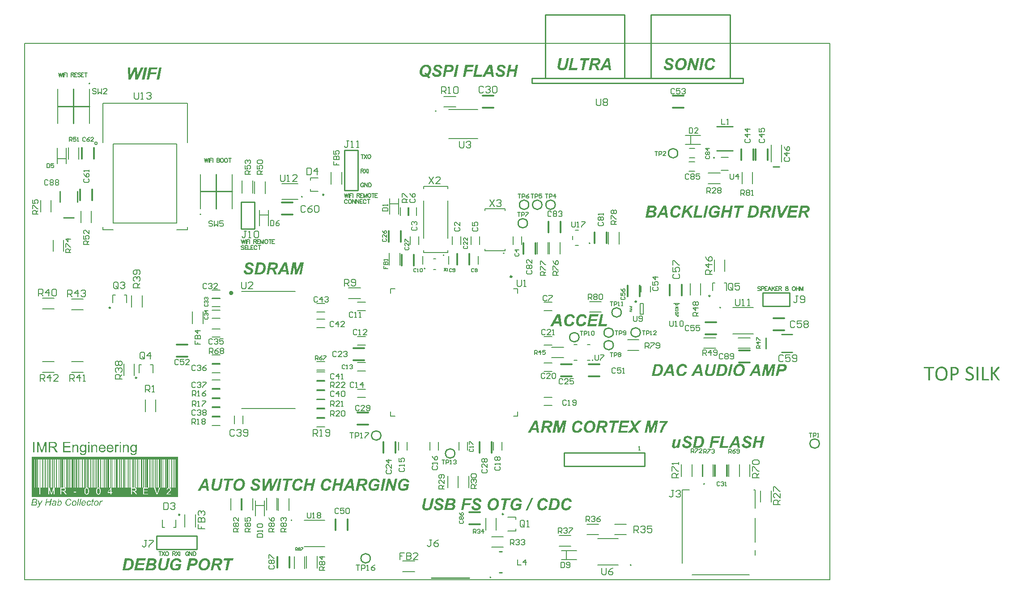
<source format=gto>
G04*
G04 #@! TF.GenerationSoftware,Altium Limited,Altium Designer,19.0.15 (446)*
G04*
G04 Layer_Color=15269887*
%FSLAX23Y23*%
%MOIN*%
G70*
G01*
G75*
%ADD10C,0.010*%
%ADD11C,0.008*%
%ADD12C,0.005*%
%ADD13C,0.010*%
%ADD14C,0.012*%
%ADD15C,0.015*%
%ADD16C,0.006*%
%ADD17C,0.012*%
G36*
X1727Y753D02*
X1728Y753D01*
X1730Y753D01*
X1731Y753D01*
X1733Y752D01*
X1737Y751D01*
X1739Y751D01*
X1741Y750D01*
X1743Y749D01*
X1745Y748D01*
X1747Y747D01*
X1748Y746D01*
X1748Y746D01*
X1749Y745D01*
X1749Y745D01*
X1750Y745D01*
X1750Y744D01*
X1751Y743D01*
X1752Y742D01*
X1753Y741D01*
X1753Y739D01*
X1754Y738D01*
X1755Y736D01*
X1756Y735D01*
X1757Y733D01*
X1757Y731D01*
X1757Y729D01*
X1758Y726D01*
X1740Y726D01*
Y726D01*
Y726D01*
X1740Y727D01*
X1740Y728D01*
X1739Y729D01*
X1739Y731D01*
X1738Y732D01*
X1737Y734D01*
X1736Y735D01*
X1735Y736D01*
X1735Y736D01*
X1734Y737D01*
X1733Y737D01*
X1731Y738D01*
X1729Y738D01*
X1727Y739D01*
X1724Y739D01*
X1723D01*
X1721Y739D01*
X1720Y738D01*
X1718Y738D01*
X1716Y738D01*
X1715Y737D01*
X1713Y736D01*
X1713Y736D01*
X1713Y736D01*
X1712Y735D01*
X1712Y734D01*
X1711Y733D01*
X1711Y732D01*
X1710Y731D01*
X1710Y729D01*
Y729D01*
Y729D01*
X1710Y728D01*
X1711Y727D01*
X1711Y726D01*
X1711Y725D01*
X1712Y724D01*
X1713Y723D01*
X1713Y723D01*
X1714Y723D01*
X1714Y722D01*
X1716Y721D01*
X1717Y721D01*
X1718Y720D01*
X1719Y720D01*
X1720Y719D01*
X1721Y718D01*
X1723Y718D01*
X1724Y717D01*
X1726Y716D01*
X1726Y716D01*
X1727Y716D01*
X1727Y716D01*
X1728Y715D01*
X1730Y715D01*
X1731Y714D01*
X1734Y712D01*
X1738Y711D01*
X1741Y709D01*
X1742Y708D01*
X1744Y707D01*
X1745Y706D01*
X1746Y705D01*
X1746Y705D01*
X1746Y705D01*
X1746Y705D01*
X1747Y704D01*
X1748Y703D01*
X1749Y701D01*
X1750Y699D01*
X1751Y696D01*
X1752Y693D01*
X1752Y692D01*
X1752Y690D01*
Y690D01*
Y690D01*
Y689D01*
X1752Y688D01*
X1752Y687D01*
X1751Y686D01*
X1751Y685D01*
X1751Y683D01*
X1750Y682D01*
X1750Y680D01*
X1749Y678D01*
X1748Y677D01*
X1747Y675D01*
X1746Y673D01*
X1744Y672D01*
X1743Y670D01*
X1742Y670D01*
X1742Y670D01*
X1741Y669D01*
X1741Y669D01*
X1740Y668D01*
X1739Y667D01*
X1737Y667D01*
X1736Y666D01*
X1734Y665D01*
X1732Y664D01*
X1730Y664D01*
X1728Y663D01*
X1725Y662D01*
X1723Y662D01*
X1720Y662D01*
X1717Y662D01*
X1715D01*
X1714Y662D01*
X1713Y662D01*
X1711D01*
X1710Y662D01*
X1707Y663D01*
X1704Y663D01*
X1700Y664D01*
X1697Y665D01*
X1697D01*
X1697Y666D01*
X1696Y666D01*
X1696Y666D01*
X1694Y667D01*
X1692Y668D01*
X1690Y670D01*
X1689Y672D01*
X1687Y674D01*
X1685Y676D01*
Y676D01*
X1685Y676D01*
X1685Y677D01*
X1685Y677D01*
X1684Y678D01*
X1684Y679D01*
X1684Y681D01*
X1683Y683D01*
X1682Y686D01*
X1682Y689D01*
X1682Y692D01*
X1699Y693D01*
Y693D01*
Y692D01*
Y692D01*
X1700Y691D01*
X1700Y690D01*
X1700Y688D01*
X1700Y686D01*
X1701Y684D01*
X1701Y683D01*
X1702Y681D01*
X1702Y681D01*
X1703Y681D01*
X1704Y680D01*
X1706Y679D01*
X1706Y679D01*
X1708Y678D01*
X1709Y678D01*
X1710Y678D01*
X1712Y677D01*
X1713Y677D01*
X1715Y677D01*
X1718D01*
X1719Y677D01*
X1720D01*
X1722Y677D01*
X1724Y678D01*
X1726Y678D01*
X1728Y679D01*
X1730Y680D01*
X1730Y680D01*
X1730Y681D01*
X1731Y681D01*
X1732Y682D01*
X1733Y683D01*
X1733Y685D01*
X1734Y686D01*
X1734Y688D01*
Y688D01*
Y688D01*
X1734Y689D01*
X1733Y690D01*
X1733Y691D01*
X1732Y692D01*
X1732Y693D01*
X1731Y694D01*
X1730Y694D01*
X1730Y695D01*
X1729Y695D01*
X1728Y696D01*
X1727Y696D01*
X1726Y697D01*
X1725Y697D01*
X1724Y698D01*
X1723Y699D01*
X1721Y699D01*
X1720Y700D01*
X1718Y701D01*
X1718D01*
X1717Y701D01*
X1717Y701D01*
X1716Y702D01*
X1715Y702D01*
X1714Y702D01*
X1712Y703D01*
X1710Y705D01*
X1707Y706D01*
X1705Y707D01*
X1704Y708D01*
X1703Y708D01*
X1703Y708D01*
X1702Y709D01*
X1701Y710D01*
X1700Y710D01*
X1699Y711D01*
X1698Y713D01*
X1697Y714D01*
X1695Y716D01*
X1695Y716D01*
X1695Y717D01*
X1695Y718D01*
X1694Y719D01*
X1694Y721D01*
X1693Y723D01*
X1693Y725D01*
X1693Y727D01*
Y727D01*
Y728D01*
Y728D01*
X1693Y729D01*
X1693Y730D01*
X1693Y731D01*
X1693Y732D01*
X1694Y734D01*
X1695Y737D01*
X1695Y738D01*
X1696Y740D01*
X1697Y741D01*
X1698Y743D01*
X1699Y744D01*
X1701Y746D01*
X1701Y746D01*
X1701Y746D01*
X1702Y747D01*
X1702Y747D01*
X1703Y748D01*
X1704Y748D01*
X1705Y749D01*
X1707Y750D01*
X1708Y750D01*
X1710Y751D01*
X1712Y752D01*
X1714Y752D01*
X1716Y753D01*
X1719Y753D01*
X1721Y753D01*
X1724Y753D01*
X1726D01*
X1727Y753D01*
D02*
G37*
G36*
X2833Y753D02*
X2834Y753D01*
X2835Y753D01*
X2837Y753D01*
X2839Y752D01*
X2843Y751D01*
X2847Y750D01*
X2849Y749D01*
X2851Y749D01*
X2853Y747D01*
X2854Y746D01*
X2855Y746D01*
X2855Y746D01*
X2855Y745D01*
X2856Y745D01*
X2857Y744D01*
X2857Y743D01*
X2859Y742D01*
X2860Y741D01*
X2861Y740D01*
X2862Y738D01*
X2863Y736D01*
X2864Y734D01*
X2865Y732D01*
X2865Y730D01*
X2866Y728D01*
X2867Y725D01*
X2850Y724D01*
Y724D01*
X2850Y724D01*
X2850Y724D01*
X2849Y725D01*
X2849Y726D01*
X2848Y728D01*
X2847Y730D01*
X2846Y731D01*
X2844Y733D01*
X2843Y735D01*
X2842Y735D01*
X2842Y735D01*
X2841Y736D01*
X2839Y737D01*
X2837Y737D01*
X2835Y738D01*
X2833Y738D01*
X2830Y739D01*
X2829D01*
X2829Y738D01*
X2828D01*
X2827Y738D01*
X2825Y738D01*
X2822Y737D01*
X2820Y737D01*
X2817Y735D01*
X2814Y734D01*
X2814D01*
X2814Y734D01*
X2813Y733D01*
X2813Y733D01*
X2811Y732D01*
X2810Y730D01*
X2808Y728D01*
X2806Y726D01*
X2804Y723D01*
X2803Y720D01*
Y719D01*
X2802Y719D01*
X2802Y719D01*
X2802Y718D01*
X2802Y717D01*
X2801Y716D01*
X2801Y715D01*
X2800Y713D01*
X2800Y712D01*
X2800Y710D01*
X2799Y707D01*
X2799Y703D01*
X2798Y699D01*
Y699D01*
Y698D01*
Y698D01*
X2799Y697D01*
Y696D01*
X2799Y695D01*
X2799Y692D01*
X2800Y690D01*
X2800Y687D01*
X2802Y684D01*
X2803Y683D01*
X2803Y682D01*
X2804Y682D01*
X2804Y681D01*
X2806Y680D01*
X2807Y680D01*
X2809Y679D01*
X2812Y678D01*
X2815Y677D01*
X2818Y677D01*
X2819D01*
X2821Y677D01*
X2822Y677D01*
X2824Y677D01*
X2826Y678D01*
X2828Y678D01*
X2830Y679D01*
X2830D01*
X2831Y679D01*
X2831Y679D01*
X2833Y679D01*
X2834Y680D01*
X2836Y680D01*
X2837Y681D01*
X2839Y682D01*
X2841Y683D01*
X2844Y696D01*
X2821D01*
X2824Y711D01*
X2864D01*
X2856Y672D01*
X2856D01*
X2855Y672D01*
X2855Y672D01*
X2854Y672D01*
X2854Y671D01*
X2853Y671D01*
X2852Y670D01*
X2851Y670D01*
X2848Y669D01*
X2846Y667D01*
X2842Y666D01*
X2838Y665D01*
X2838D01*
X2838Y665D01*
X2837Y665D01*
X2837Y664D01*
X2836Y664D01*
X2835Y664D01*
X2834Y664D01*
X2832Y663D01*
X2829Y663D01*
X2825Y662D01*
X2822Y662D01*
X2818Y662D01*
X2816D01*
X2815Y662D01*
X2814Y662D01*
X2812Y662D01*
X2810Y662D01*
X2809Y663D01*
X2805Y664D01*
X2802Y664D01*
X2800Y665D01*
X2798Y666D01*
X2796Y667D01*
X2795Y668D01*
X2793Y669D01*
X2793Y669D01*
X2792Y670D01*
X2792Y670D01*
X2791Y671D01*
X2790Y672D01*
X2789Y673D01*
X2788Y675D01*
X2787Y677D01*
X2786Y679D01*
X2785Y681D01*
X2784Y683D01*
X2783Y686D01*
X2782Y689D01*
X2781Y692D01*
X2781Y695D01*
X2781Y698D01*
Y699D01*
Y699D01*
Y700D01*
X2781Y701D01*
Y702D01*
X2781Y703D01*
X2781Y705D01*
X2782Y706D01*
X2782Y708D01*
X2782Y710D01*
X2783Y714D01*
X2784Y719D01*
X2786Y723D01*
X2786Y723D01*
X2786Y724D01*
X2787Y725D01*
X2787Y726D01*
X2788Y727D01*
X2789Y728D01*
X2789Y730D01*
X2790Y731D01*
X2792Y733D01*
X2793Y735D01*
X2794Y737D01*
X2796Y739D01*
X2799Y742D01*
X2801Y744D01*
X2803Y745D01*
X2803Y745D01*
X2804Y746D01*
X2804Y746D01*
X2805Y747D01*
X2806Y747D01*
X2808Y748D01*
X2809Y749D01*
X2811Y749D01*
X2813Y750D01*
X2815Y751D01*
X2817Y751D01*
X2819Y752D01*
X2822Y753D01*
X2824Y753D01*
X2827Y753D01*
X2830Y753D01*
X2831D01*
X2833Y753D01*
D02*
G37*
G36*
X2613Y753D02*
X2615Y753D01*
X2616Y753D01*
X2618Y753D01*
X2620Y752D01*
X2624Y751D01*
X2628Y750D01*
X2630Y749D01*
X2632Y749D01*
X2633Y747D01*
X2635Y746D01*
X2635Y746D01*
X2636Y746D01*
X2636Y745D01*
X2637Y745D01*
X2638Y744D01*
X2638Y743D01*
X2639Y742D01*
X2640Y741D01*
X2641Y740D01*
X2642Y738D01*
X2643Y736D01*
X2644Y734D01*
X2645Y732D01*
X2646Y730D01*
X2647Y728D01*
X2648Y725D01*
X2631Y724D01*
Y724D01*
X2631Y724D01*
X2630Y724D01*
X2630Y725D01*
X2630Y726D01*
X2629Y728D01*
X2628Y730D01*
X2627Y731D01*
X2625Y733D01*
X2623Y735D01*
X2623Y735D01*
X2623Y735D01*
X2621Y736D01*
X2620Y737D01*
X2618Y737D01*
X2616Y738D01*
X2614Y738D01*
X2611Y739D01*
X2610D01*
X2610Y738D01*
X2609D01*
X2608Y738D01*
X2606Y738D01*
X2603Y737D01*
X2600Y737D01*
X2598Y735D01*
X2595Y734D01*
X2595D01*
X2595Y734D01*
X2594Y733D01*
X2594Y733D01*
X2592Y732D01*
X2591Y730D01*
X2589Y728D01*
X2587Y726D01*
X2585Y723D01*
X2583Y720D01*
Y719D01*
X2583Y719D01*
X2583Y719D01*
X2583Y718D01*
X2582Y717D01*
X2582Y716D01*
X2582Y715D01*
X2581Y713D01*
X2581Y712D01*
X2581Y710D01*
X2580Y707D01*
X2579Y703D01*
X2579Y699D01*
Y699D01*
Y698D01*
Y698D01*
X2579Y697D01*
Y696D01*
X2580Y695D01*
X2580Y692D01*
X2581Y690D01*
X2581Y687D01*
X2583Y684D01*
X2583Y683D01*
X2584Y682D01*
X2585Y682D01*
X2585Y681D01*
X2586Y680D01*
X2588Y680D01*
X2590Y679D01*
X2593Y678D01*
X2596Y677D01*
X2599Y677D01*
X2600D01*
X2601Y677D01*
X2603Y677D01*
X2605Y677D01*
X2607Y678D01*
X2609Y678D01*
X2611Y679D01*
X2611D01*
X2611Y679D01*
X2612Y679D01*
X2613Y679D01*
X2615Y680D01*
X2616Y680D01*
X2618Y681D01*
X2620Y682D01*
X2622Y683D01*
X2625Y696D01*
X2602D01*
X2605Y711D01*
X2644D01*
X2637Y672D01*
X2636D01*
X2636Y672D01*
X2636Y672D01*
X2635Y672D01*
X2635Y671D01*
X2634Y671D01*
X2633Y670D01*
X2632Y670D01*
X2629Y669D01*
X2626Y667D01*
X2623Y666D01*
X2619Y665D01*
X2619D01*
X2619Y665D01*
X2618Y665D01*
X2618Y664D01*
X2617Y664D01*
X2616Y664D01*
X2614Y664D01*
X2613Y663D01*
X2610Y663D01*
X2606Y662D01*
X2603Y662D01*
X2599Y662D01*
X2597D01*
X2596Y662D01*
X2595Y662D01*
X2593Y662D01*
X2591Y662D01*
X2589Y663D01*
X2585Y664D01*
X2583Y664D01*
X2581Y665D01*
X2579Y666D01*
X2577Y667D01*
X2575Y668D01*
X2574Y669D01*
X2573Y669D01*
X2573Y670D01*
X2572Y670D01*
X2572Y671D01*
X2571Y672D01*
X2570Y673D01*
X2569Y675D01*
X2568Y677D01*
X2567Y679D01*
X2565Y681D01*
X2564Y683D01*
X2564Y686D01*
X2563Y689D01*
X2562Y692D01*
X2562Y695D01*
X2562Y698D01*
Y699D01*
Y699D01*
Y700D01*
X2562Y701D01*
Y702D01*
X2562Y703D01*
X2562Y705D01*
X2562Y706D01*
X2563Y708D01*
X2563Y710D01*
X2564Y714D01*
X2565Y719D01*
X2567Y723D01*
X2567Y723D01*
X2567Y724D01*
X2567Y725D01*
X2568Y726D01*
X2569Y727D01*
X2569Y728D01*
X2570Y730D01*
X2571Y731D01*
X2572Y733D01*
X2574Y735D01*
X2575Y737D01*
X2577Y739D01*
X2580Y742D01*
X2582Y744D01*
X2584Y745D01*
X2584Y745D01*
X2585Y746D01*
X2585Y746D01*
X2586Y747D01*
X2587Y747D01*
X2589Y748D01*
X2590Y749D01*
X2592Y749D01*
X2594Y750D01*
X2596Y751D01*
X2598Y751D01*
X2600Y752D01*
X2603Y753D01*
X2605Y753D01*
X2608Y753D01*
X2611Y753D01*
X2612D01*
X2613Y753D01*
D02*
G37*
G36*
X2256D02*
X2257Y753D01*
X2258Y753D01*
X2260Y753D01*
X2261Y752D01*
X2265Y751D01*
X2267Y751D01*
X2269Y750D01*
X2271Y749D01*
X2273Y748D01*
X2275Y747D01*
X2276Y745D01*
X2276Y745D01*
X2277Y745D01*
X2277Y745D01*
X2278Y744D01*
X2278Y743D01*
X2279Y742D01*
X2280Y741D01*
X2281Y740D01*
X2282Y739D01*
X2283Y737D01*
X2284Y735D01*
X2285Y734D01*
X2285Y731D01*
X2286Y729D01*
X2286Y727D01*
X2287Y725D01*
X2269Y723D01*
Y723D01*
X2269Y723D01*
Y724D01*
X2269Y724D01*
X2269Y725D01*
X2268Y727D01*
X2267Y729D01*
X2266Y731D01*
X2265Y733D01*
X2264Y734D01*
X2264Y734D01*
X2263Y735D01*
X2262Y735D01*
X2261Y736D01*
X2259Y736D01*
X2257Y737D01*
X2255Y737D01*
X2253Y738D01*
X2252D01*
X2252Y737D01*
X2250Y737D01*
X2248Y737D01*
X2246Y736D01*
X2244Y736D01*
X2241Y734D01*
X2239Y733D01*
X2239D01*
X2239Y733D01*
X2238Y732D01*
X2237Y731D01*
X2235Y729D01*
X2234Y727D01*
X2232Y725D01*
X2230Y722D01*
X2228Y718D01*
Y718D01*
X2228Y718D01*
X2228Y718D01*
X2228Y717D01*
X2228Y716D01*
X2227Y715D01*
X2227Y714D01*
X2226Y712D01*
X2226Y710D01*
X2225Y706D01*
X2225Y703D01*
X2225Y699D01*
Y699D01*
Y699D01*
Y698D01*
X2225Y697D01*
Y696D01*
X2225Y695D01*
X2225Y693D01*
X2226Y690D01*
X2227Y688D01*
X2228Y685D01*
X2230Y683D01*
X2230Y682D01*
X2230Y682D01*
X2232Y681D01*
X2233Y680D01*
X2235Y679D01*
X2237Y678D01*
X2240Y677D01*
X2241Y677D01*
X2242Y677D01*
X2243D01*
X2243Y677D01*
X2245Y677D01*
X2246Y677D01*
X2248Y678D01*
X2251Y679D01*
X2253Y680D01*
X2255Y681D01*
X2255D01*
X2255Y682D01*
X2256Y682D01*
X2257Y683D01*
X2258Y685D01*
X2260Y687D01*
X2261Y689D01*
X2263Y692D01*
X2264Y695D01*
X2282Y692D01*
Y692D01*
X2282Y692D01*
X2282Y691D01*
X2281Y690D01*
X2281Y689D01*
X2280Y687D01*
X2279Y685D01*
X2278Y684D01*
X2276Y680D01*
X2273Y676D01*
X2270Y673D01*
X2268Y671D01*
X2266Y670D01*
X2266Y669D01*
X2266Y669D01*
X2265Y669D01*
X2264Y668D01*
X2263Y668D01*
X2262Y667D01*
X2260Y666D01*
X2259Y666D01*
X2257Y665D01*
X2255Y664D01*
X2253Y664D01*
X2251Y663D01*
X2249Y662D01*
X2246Y662D01*
X2244Y662D01*
X2241Y662D01*
X2240D01*
X2240Y662D01*
X2238D01*
X2237Y662D01*
X2235Y662D01*
X2234Y662D01*
X2232Y663D01*
X2230Y664D01*
X2228Y664D01*
X2226Y665D01*
X2224Y666D01*
X2221Y667D01*
X2219Y668D01*
X2217Y670D01*
X2216Y671D01*
X2216Y672D01*
X2215Y672D01*
X2215Y672D01*
X2214Y673D01*
X2214Y674D01*
X2213Y675D01*
X2212Y677D01*
X2211Y679D01*
X2210Y681D01*
X2209Y683D01*
X2209Y685D01*
X2208Y688D01*
X2207Y690D01*
X2207Y693D01*
X2207Y696D01*
X2207Y700D01*
Y700D01*
Y700D01*
Y701D01*
X2207Y702D01*
Y704D01*
X2207Y705D01*
X2207Y707D01*
X2207Y709D01*
X2208Y711D01*
X2208Y713D01*
X2209Y718D01*
X2211Y723D01*
X2212Y725D01*
X2213Y727D01*
X2213Y728D01*
X2213Y728D01*
X2213Y729D01*
X2214Y729D01*
X2214Y730D01*
X2215Y732D01*
X2216Y733D01*
X2217Y735D01*
X2219Y738D01*
X2222Y741D01*
X2226Y744D01*
X2228Y745D01*
X2230Y747D01*
X2230Y747D01*
X2230Y747D01*
X2231Y747D01*
X2231Y748D01*
X2232Y748D01*
X2234Y749D01*
X2235Y749D01*
X2237Y750D01*
X2238Y750D01*
X2240Y751D01*
X2244Y752D01*
X2248Y753D01*
X2251Y753D01*
X2253Y753D01*
X2255D01*
X2256Y753D01*
D02*
G37*
G36*
X2043Y753D02*
X2044Y753D01*
X2046Y753D01*
X2047Y753D01*
X2049Y752D01*
X2053Y751D01*
X2055Y751D01*
X2057Y750D01*
X2059Y749D01*
X2060Y748D01*
X2062Y747D01*
X2064Y745D01*
X2064Y745D01*
X2064Y745D01*
X2065Y745D01*
X2065Y744D01*
X2066Y743D01*
X2067Y742D01*
X2068Y741D01*
X2069Y740D01*
X2070Y739D01*
X2070Y737D01*
X2071Y735D01*
X2072Y734D01*
X2073Y731D01*
X2074Y729D01*
X2074Y727D01*
X2075Y725D01*
X2057Y723D01*
Y723D01*
X2057Y723D01*
Y724D01*
X2057Y724D01*
X2057Y725D01*
X2056Y727D01*
X2055Y729D01*
X2054Y731D01*
X2053Y733D01*
X2052Y734D01*
X2051Y734D01*
X2051Y735D01*
X2050Y735D01*
X2049Y736D01*
X2047Y736D01*
X2045Y737D01*
X2043Y737D01*
X2041Y738D01*
X2040D01*
X2039Y737D01*
X2038Y737D01*
X2036Y737D01*
X2034Y736D01*
X2032Y736D01*
X2029Y734D01*
X2027Y733D01*
X2026D01*
X2026Y733D01*
X2026Y732D01*
X2024Y731D01*
X2023Y729D01*
X2021Y727D01*
X2019Y725D01*
X2018Y722D01*
X2016Y718D01*
Y718D01*
X2016Y718D01*
X2016Y718D01*
X2015Y717D01*
X2015Y716D01*
X2015Y715D01*
X2015Y714D01*
X2014Y712D01*
X2014Y710D01*
X2013Y706D01*
X2012Y703D01*
X2012Y699D01*
Y699D01*
Y699D01*
Y698D01*
X2012Y697D01*
Y696D01*
X2013Y695D01*
X2013Y693D01*
X2014Y690D01*
X2014Y688D01*
X2016Y685D01*
X2017Y683D01*
X2018Y682D01*
X2018Y682D01*
X2019Y681D01*
X2021Y680D01*
X2023Y679D01*
X2025Y678D01*
X2027Y677D01*
X2028Y677D01*
X2030Y677D01*
X2031D01*
X2031Y677D01*
X2032Y677D01*
X2034Y677D01*
X2036Y678D01*
X2038Y679D01*
X2040Y680D01*
X2043Y681D01*
X2043D01*
X2043Y682D01*
X2044Y682D01*
X2045Y683D01*
X2046Y685D01*
X2047Y687D01*
X2049Y689D01*
X2050Y692D01*
X2052Y695D01*
X2070Y692D01*
Y692D01*
X2070Y692D01*
X2069Y691D01*
X2069Y690D01*
X2068Y689D01*
X2068Y687D01*
X2067Y685D01*
X2066Y684D01*
X2064Y680D01*
X2061Y676D01*
X2058Y673D01*
X2056Y671D01*
X2054Y670D01*
X2054Y669D01*
X2053Y669D01*
X2053Y669D01*
X2052Y668D01*
X2051Y668D01*
X2050Y667D01*
X2048Y666D01*
X2047Y666D01*
X2045Y665D01*
X2043Y664D01*
X2041Y664D01*
X2039Y663D01*
X2036Y662D01*
X2034Y662D01*
X2031Y662D01*
X2029Y662D01*
X2028D01*
X2027Y662D01*
X2026D01*
X2025Y662D01*
X2023Y662D01*
X2021Y662D01*
X2020Y663D01*
X2018Y664D01*
X2015Y664D01*
X2013Y665D01*
X2011Y666D01*
X2009Y667D01*
X2007Y668D01*
X2005Y670D01*
X2003Y671D01*
X2003Y672D01*
X2003Y672D01*
X2002Y672D01*
X2002Y673D01*
X2001Y674D01*
X2001Y675D01*
X2000Y677D01*
X1999Y679D01*
X1998Y681D01*
X1997Y683D01*
X1996Y685D01*
X1996Y688D01*
X1995Y690D01*
X1995Y693D01*
X1994Y696D01*
X1994Y700D01*
Y700D01*
Y700D01*
Y701D01*
X1994Y702D01*
Y704D01*
X1995Y705D01*
X1995Y707D01*
X1995Y709D01*
X1995Y711D01*
X1996Y713D01*
X1997Y718D01*
X1998Y723D01*
X1999Y725D01*
X2000Y727D01*
X2000Y728D01*
X2001Y728D01*
X2001Y729D01*
X2001Y729D01*
X2002Y730D01*
X2003Y732D01*
X2004Y733D01*
X2005Y735D01*
X2007Y738D01*
X2010Y741D01*
X2013Y744D01*
X2015Y745D01*
X2017Y747D01*
X2017Y747D01*
X2018Y747D01*
X2018Y747D01*
X2019Y748D01*
X2020Y748D01*
X2021Y749D01*
X2023Y749D01*
X2024Y750D01*
X2026Y750D01*
X2028Y751D01*
X2032Y752D01*
X2036Y753D01*
X2038Y753D01*
X2041Y753D01*
X2042D01*
X2043Y753D01*
D02*
G37*
G36*
X2359Y663D02*
X2342D01*
X2350Y703D01*
X2315D01*
X2307Y663D01*
X2289D01*
X2308Y752D01*
X2326D01*
X2319Y718D01*
X2353D01*
X2360Y752D01*
X2378D01*
X2359Y663D01*
D02*
G37*
G36*
X2147Y663D02*
X2129D01*
X2137Y703D01*
X2103D01*
X2095Y663D01*
X2077D01*
X2095Y752D01*
X2113D01*
X2106Y718D01*
X2141D01*
X2148Y752D01*
X2166D01*
X2147Y663D01*
D02*
G37*
G36*
X2756Y663D02*
X2740D01*
X2716Y723D01*
X2703Y663D01*
X2687D01*
X2705Y752D01*
X2722Y752D01*
X2746Y693D01*
X2758Y752D01*
X2775D01*
X2756Y663D01*
D02*
G37*
G36*
X1846Y663D02*
X1827D01*
X1825Y728D01*
X1793Y663D01*
X1774D01*
X1771Y752D01*
X1789D01*
X1789Y690D01*
X1820Y752D01*
X1840D01*
X1842Y690D01*
X1871Y752D01*
X1888D01*
X1846Y663D01*
D02*
G37*
G36*
X1467Y702D02*
Y702D01*
X1466Y701D01*
X1466Y700D01*
X1466Y699D01*
X1466Y698D01*
X1465Y697D01*
X1465Y695D01*
X1464Y693D01*
X1463Y690D01*
X1462Y686D01*
X1461Y682D01*
X1460Y681D01*
X1459Y679D01*
Y679D01*
X1459Y679D01*
X1459Y678D01*
X1458Y678D01*
X1457Y677D01*
X1456Y675D01*
X1454Y673D01*
X1452Y671D01*
X1449Y668D01*
X1446Y667D01*
X1446D01*
X1446Y666D01*
X1445Y666D01*
X1444Y666D01*
X1444Y665D01*
X1442Y665D01*
X1441Y665D01*
X1440Y664D01*
X1438Y664D01*
X1437Y663D01*
X1435Y663D01*
X1433Y662D01*
X1431Y662D01*
X1429Y662D01*
X1424Y662D01*
X1422D01*
X1421Y662D01*
X1420Y662D01*
X1419Y662D01*
X1417Y662D01*
X1415Y663D01*
X1411Y664D01*
X1409Y664D01*
X1407Y665D01*
X1405Y666D01*
X1403Y667D01*
X1401Y668D01*
X1399Y669D01*
X1399Y669D01*
X1399Y670D01*
X1399Y670D01*
X1398Y671D01*
X1397Y671D01*
X1397Y672D01*
X1396Y673D01*
X1395Y675D01*
X1394Y676D01*
X1394Y677D01*
X1393Y679D01*
X1392Y681D01*
X1392Y683D01*
X1391Y685D01*
X1391Y687D01*
X1391Y689D01*
Y689D01*
Y689D01*
X1391Y690D01*
Y690D01*
X1391Y691D01*
X1391Y692D01*
X1392Y694D01*
Y694D01*
X1392Y694D01*
Y695D01*
X1392Y696D01*
X1392Y698D01*
X1392Y699D01*
X1393Y700D01*
X1393Y701D01*
X1393Y702D01*
X1393Y703D01*
X1394Y705D01*
X1404Y752D01*
X1422D01*
X1412Y704D01*
X1409Y692D01*
Y692D01*
Y692D01*
X1409Y691D01*
X1409Y690D01*
X1409Y688D01*
Y688D01*
X1409Y687D01*
X1409Y686D01*
X1409Y685D01*
X1410Y684D01*
X1410Y683D01*
X1411Y681D01*
X1413Y680D01*
X1413Y680D01*
X1413Y679D01*
X1414Y679D01*
X1416Y678D01*
X1418Y678D01*
X1420Y677D01*
X1422Y677D01*
X1425Y677D01*
X1426D01*
X1427Y677D01*
X1429Y677D01*
X1431Y678D01*
X1433Y678D01*
X1435Y679D01*
X1437Y679D01*
X1437Y679D01*
X1437Y680D01*
X1438Y680D01*
X1439Y681D01*
X1440Y682D01*
X1442Y683D01*
X1443Y685D01*
X1444Y687D01*
X1444Y687D01*
X1444Y688D01*
X1444Y688D01*
X1445Y689D01*
X1445Y690D01*
X1445Y691D01*
X1446Y692D01*
X1446Y693D01*
X1447Y694D01*
X1447Y696D01*
X1447Y697D01*
X1448Y699D01*
X1448Y701D01*
X1449Y703D01*
X1459Y752D01*
X1477D01*
X1467Y702D01*
D02*
G37*
G36*
X2669Y663D02*
X2651D01*
X2670Y752D01*
X2688D01*
X2669Y663D01*
D02*
G37*
G36*
X2528Y751D02*
X2531Y751D01*
X2533Y751D01*
X2536Y751D01*
X2538Y750D01*
X2541Y749D01*
X2541D01*
X2541Y749D01*
X2541Y749D01*
X2542Y749D01*
X2544Y748D01*
X2545Y747D01*
X2547Y745D01*
X2548Y744D01*
X2550Y742D01*
X2550Y742D01*
X2550Y741D01*
X2551Y740D01*
X2551Y738D01*
X2552Y736D01*
X2553Y734D01*
X2553Y731D01*
X2553Y728D01*
Y728D01*
Y728D01*
Y727D01*
X2553Y726D01*
X2553Y726D01*
X2553Y724D01*
X2553Y723D01*
X2552Y722D01*
X2551Y719D01*
X2550Y716D01*
X2550Y714D01*
X2549Y713D01*
X2548Y711D01*
X2546Y710D01*
X2546Y710D01*
X2546Y710D01*
X2546Y709D01*
X2545Y709D01*
X2544Y708D01*
X2544Y707D01*
X2543Y707D01*
X2541Y706D01*
X2540Y705D01*
X2538Y704D01*
X2537Y704D01*
X2535Y703D01*
X2533Y702D01*
X2531Y702D01*
X2528Y701D01*
X2526Y701D01*
X2526Y701D01*
X2527Y700D01*
X2527Y700D01*
X2528Y699D01*
X2529Y697D01*
X2530Y696D01*
X2531Y694D01*
X2532Y693D01*
X2533Y692D01*
X2533Y692D01*
X2533Y692D01*
X2534Y691D01*
X2534Y690D01*
X2535Y688D01*
X2536Y687D01*
X2536Y685D01*
X2537Y683D01*
X2538Y681D01*
X2540Y679D01*
X2541Y676D01*
X2542Y673D01*
X2543Y670D01*
X2545Y667D01*
X2546Y663D01*
X2527D01*
Y664D01*
X2527Y664D01*
X2526Y664D01*
X2526Y665D01*
X2526Y666D01*
X2525Y667D01*
X2525Y668D01*
X2525Y669D01*
X2524Y671D01*
X2523Y672D01*
X2523Y674D01*
X2522Y676D01*
X2521Y679D01*
X2520Y681D01*
X2519Y684D01*
X2517Y687D01*
Y687D01*
X2517Y687D01*
X2517Y687D01*
X2517Y688D01*
X2516Y689D01*
X2515Y691D01*
X2514Y693D01*
X2512Y695D01*
X2511Y697D01*
X2510Y697D01*
X2509Y698D01*
X2509Y698D01*
X2509Y698D01*
X2508Y699D01*
X2507Y699D01*
X2506Y699D01*
X2505Y700D01*
X2503Y700D01*
X2500Y700D01*
X2493D01*
X2485Y663D01*
X2467D01*
X2486Y752D01*
X2527D01*
X2528Y751D01*
D02*
G37*
G36*
X2456Y663D02*
X2439D01*
X2436Y683D01*
X2401D01*
X2390Y663D01*
X2372D01*
X2421Y752D01*
X2442D01*
X2456Y663D01*
D02*
G37*
G36*
X1992Y737D02*
X1966D01*
X1951Y663D01*
X1932D01*
X1948Y737D01*
X1922D01*
X1925Y752D01*
X1995D01*
X1992Y737D01*
D02*
G37*
G36*
X1895Y663D02*
X1877D01*
X1896Y752D01*
X1914D01*
X1895Y663D01*
D02*
G37*
G36*
X1553Y737D02*
X1527D01*
X1512Y663D01*
X1494D01*
X1509Y737D01*
X1484D01*
X1486Y752D01*
X1556D01*
X1553Y737D01*
D02*
G37*
G36*
X1374Y663D02*
X1357D01*
X1354Y683D01*
X1319D01*
X1308Y663D01*
X1289D01*
X1339Y752D01*
X1360D01*
X1374Y663D01*
D02*
G37*
G36*
X1607Y753D02*
X1608Y753D01*
X1610Y753D01*
X1612Y752D01*
X1614Y752D01*
X1616Y751D01*
X1618Y751D01*
X1620Y750D01*
X1622Y749D01*
X1625Y748D01*
X1627Y746D01*
X1629Y745D01*
X1631Y743D01*
X1631Y743D01*
X1631Y743D01*
X1632Y742D01*
X1632Y741D01*
X1633Y740D01*
X1634Y739D01*
X1635Y737D01*
X1636Y736D01*
X1637Y734D01*
X1638Y732D01*
X1638Y730D01*
X1639Y727D01*
X1640Y725D01*
X1640Y722D01*
X1641Y719D01*
X1641Y716D01*
Y716D01*
Y715D01*
Y715D01*
X1641Y713D01*
X1641Y712D01*
X1640Y711D01*
X1640Y709D01*
X1640Y707D01*
X1640Y705D01*
X1639Y703D01*
X1638Y699D01*
X1637Y696D01*
X1636Y694D01*
X1635Y691D01*
X1634Y689D01*
X1634Y689D01*
X1634Y688D01*
X1633Y688D01*
X1633Y687D01*
X1632Y686D01*
X1631Y684D01*
X1631Y683D01*
X1629Y681D01*
X1628Y680D01*
X1627Y678D01*
X1625Y677D01*
X1624Y675D01*
X1620Y672D01*
X1618Y670D01*
X1616Y669D01*
X1616Y669D01*
X1616Y668D01*
X1615Y668D01*
X1614Y668D01*
X1613Y667D01*
X1612Y667D01*
X1611Y666D01*
X1609Y665D01*
X1607Y665D01*
X1605Y664D01*
X1603Y663D01*
X1601Y663D01*
X1596Y662D01*
X1594Y662D01*
X1591Y662D01*
X1590D01*
X1589Y662D01*
X1588D01*
X1587Y662D01*
X1585Y662D01*
X1584Y662D01*
X1580Y663D01*
X1577Y664D01*
X1573Y666D01*
X1572Y666D01*
X1570Y667D01*
X1570Y667D01*
X1570Y668D01*
X1569Y668D01*
X1569Y668D01*
X1567Y670D01*
X1566Y671D01*
X1564Y673D01*
X1562Y676D01*
X1560Y678D01*
X1558Y681D01*
Y681D01*
X1558Y682D01*
X1558Y682D01*
X1558Y683D01*
X1558Y683D01*
X1557Y684D01*
X1557Y686D01*
X1556Y689D01*
X1555Y692D01*
X1555Y695D01*
X1555Y698D01*
Y698D01*
Y698D01*
Y699D01*
Y699D01*
X1555Y700D01*
Y701D01*
X1555Y703D01*
X1555Y705D01*
X1556Y708D01*
X1556Y711D01*
X1557Y715D01*
Y715D01*
X1557Y715D01*
X1558Y716D01*
X1558Y716D01*
X1558Y717D01*
X1559Y719D01*
X1559Y720D01*
X1560Y721D01*
X1561Y725D01*
X1562Y728D01*
X1564Y731D01*
X1567Y735D01*
X1567Y735D01*
X1567Y735D01*
X1567Y735D01*
X1568Y736D01*
X1568Y737D01*
X1569Y738D01*
X1571Y740D01*
X1573Y742D01*
X1576Y744D01*
X1579Y746D01*
X1582Y748D01*
X1582D01*
X1583Y748D01*
X1583Y749D01*
X1584Y749D01*
X1585Y749D01*
X1586Y750D01*
X1587Y750D01*
X1589Y751D01*
X1590Y751D01*
X1592Y752D01*
X1596Y753D01*
X1600Y753D01*
X1604Y753D01*
X1606D01*
X1607Y753D01*
D02*
G37*
G36*
X331Y602D02*
X332Y602D01*
X333Y602D01*
X333Y602D01*
X334Y602D01*
X337Y601D01*
X338Y601D01*
X339Y601D01*
X340Y600D01*
X341Y600D01*
X342Y599D01*
X343Y598D01*
X343Y598D01*
X343Y598D01*
X343Y598D01*
X344Y597D01*
X344Y597D01*
X344Y596D01*
X345Y596D01*
X345Y595D01*
X346Y594D01*
X346Y593D01*
X347Y593D01*
X347Y591D01*
X348Y590D01*
X348Y589D01*
X348Y588D01*
X349Y587D01*
X342Y586D01*
Y586D01*
X342Y586D01*
X342Y587D01*
X342Y587D01*
X342Y587D01*
X342Y588D01*
X341Y589D01*
X341Y590D01*
X340Y592D01*
X339Y593D01*
X338Y594D01*
X338Y594D01*
X338Y595D01*
X337Y595D01*
X336Y596D01*
X335Y596D01*
X333Y597D01*
X332Y597D01*
X330Y597D01*
X330D01*
X329Y597D01*
X329Y597D01*
X328Y597D01*
X327Y597D01*
X326Y596D01*
X325Y596D01*
X324Y596D01*
X322Y595D01*
X321Y594D01*
X320Y593D01*
X319Y593D01*
X317Y591D01*
X316Y590D01*
X315Y589D01*
X315Y589D01*
X315Y588D01*
X315Y588D01*
X314Y587D01*
X314Y587D01*
X314Y586D01*
X313Y585D01*
X313Y584D01*
X312Y583D01*
X312Y581D01*
X311Y580D01*
X311Y579D01*
X311Y577D01*
X310Y575D01*
X310Y574D01*
X310Y572D01*
Y572D01*
Y571D01*
Y571D01*
X310Y571D01*
X310Y570D01*
X310Y569D01*
X310Y568D01*
X311Y567D01*
X311Y565D01*
X312Y564D01*
X312Y563D01*
X313Y562D01*
X313Y561D01*
X314Y560D01*
X314Y560D01*
X314Y560D01*
X314Y560D01*
X315Y559D01*
X315Y559D01*
X316Y559D01*
X316Y558D01*
X317Y558D01*
X318Y557D01*
X320Y557D01*
X322Y556D01*
X323Y556D01*
X324Y556D01*
X324D01*
X325Y556D01*
X325D01*
X326Y556D01*
X327Y556D01*
X329Y557D01*
X330Y557D01*
X332Y558D01*
X333Y559D01*
X333Y559D01*
X334Y559D01*
X334Y559D01*
X334Y560D01*
X334Y560D01*
X334Y560D01*
X335Y561D01*
X335Y561D01*
X336Y562D01*
X336Y562D01*
X337Y563D01*
X338Y565D01*
X339Y567D01*
X340Y569D01*
X346Y568D01*
Y568D01*
X346Y568D01*
X346Y567D01*
X346Y567D01*
X345Y566D01*
X345Y565D01*
X345Y564D01*
X344Y563D01*
X343Y561D01*
X341Y559D01*
X339Y557D01*
X338Y556D01*
X337Y555D01*
X337Y555D01*
X337Y555D01*
X336Y554D01*
X336Y554D01*
X335Y554D01*
X335Y553D01*
X334Y553D01*
X333Y553D01*
X332Y552D01*
X331Y552D01*
X330Y551D01*
X329Y551D01*
X327Y551D01*
X326Y551D01*
X325Y550D01*
X323Y550D01*
X323D01*
X323Y550D01*
X322D01*
X321Y550D01*
X320Y551D01*
X319Y551D01*
X318Y551D01*
X317Y551D01*
X316Y552D01*
X315Y552D01*
X313Y553D01*
X312Y553D01*
X311Y554D01*
X310Y555D01*
X309Y556D01*
X309Y556D01*
X309Y556D01*
X308Y556D01*
X308Y557D01*
X308Y557D01*
X307Y558D01*
X307Y559D01*
X306Y560D01*
X306Y561D01*
X305Y562D01*
X305Y564D01*
X304Y565D01*
X304Y567D01*
X304Y568D01*
X304Y570D01*
X303Y572D01*
Y572D01*
Y572D01*
Y572D01*
Y573D01*
X304Y573D01*
X304Y574D01*
X304Y575D01*
X304Y577D01*
X304Y578D01*
X305Y580D01*
X305Y582D01*
X305Y583D01*
X306Y585D01*
X307Y587D01*
X308Y589D01*
X309Y591D01*
X310Y593D01*
X312Y594D01*
X312Y595D01*
X312Y595D01*
X312Y595D01*
X313Y596D01*
X314Y596D01*
X315Y597D01*
X316Y598D01*
X317Y598D01*
X318Y599D01*
X319Y600D01*
X321Y601D01*
X322Y601D01*
X324Y602D01*
X326Y602D01*
X328Y602D01*
X330Y603D01*
X331D01*
X331Y602D01*
D02*
G37*
G36*
X191Y551D02*
X184D01*
X189Y575D01*
X163D01*
X158Y551D01*
X151D01*
X162Y602D01*
X168D01*
X164Y581D01*
X190D01*
X195Y602D01*
X201D01*
X191Y551D01*
D02*
G37*
G36*
X578Y589D02*
X578Y588D01*
X579Y588D01*
X580Y588D01*
X581Y588D01*
X582Y587D01*
X579Y581D01*
X579Y582D01*
X579Y582D01*
X578Y582D01*
X578Y582D01*
X577Y582D01*
X577Y582D01*
X576Y583D01*
X575Y583D01*
X575D01*
X575Y583D01*
X574Y582D01*
X573Y582D01*
X572Y582D01*
X571Y581D01*
X571Y581D01*
X570Y580D01*
X569Y580D01*
X569Y579D01*
X569Y579D01*
X568Y579D01*
X568Y579D01*
X568Y578D01*
X568Y578D01*
X567Y577D01*
X567Y577D01*
X567Y576D01*
X566Y575D01*
X566Y574D01*
X565Y573D01*
X565Y572D01*
X564Y571D01*
X564Y569D01*
X564Y568D01*
X563Y566D01*
X560Y551D01*
X554D01*
X562Y588D01*
X567D01*
X566Y580D01*
X566Y580D01*
Y580D01*
X566Y580D01*
X566Y580D01*
X566Y581D01*
X566Y581D01*
X567Y582D01*
X568Y583D01*
X568Y584D01*
X569Y585D01*
X570Y586D01*
X571Y587D01*
X572Y587D01*
X572Y587D01*
X572Y587D01*
X573Y588D01*
X574Y588D01*
X575Y588D01*
X576Y589D01*
X577Y589D01*
X577D01*
X578Y589D01*
D02*
G37*
G36*
X482D02*
X482D01*
X483Y588D01*
X484Y588D01*
X486Y588D01*
X487Y587D01*
X489Y586D01*
X490Y586D01*
X490Y585D01*
X490Y585D01*
X490Y585D01*
X491Y585D01*
X491Y585D01*
X491Y584D01*
X492Y583D01*
X493Y582D01*
X493Y580D01*
X494Y578D01*
X494Y577D01*
X494Y576D01*
X488Y576D01*
Y576D01*
Y576D01*
X488Y577D01*
X487Y577D01*
X487Y578D01*
X487Y579D01*
X487Y580D01*
X486Y581D01*
X486Y581D01*
X486Y582D01*
X485Y582D01*
X485Y582D01*
X484Y582D01*
X483Y583D01*
X483Y583D01*
X482Y583D01*
X480Y583D01*
X480D01*
X479Y583D01*
X478Y583D01*
X477Y583D01*
X476Y582D01*
X475Y582D01*
X474Y581D01*
X474Y581D01*
X473Y581D01*
X473Y580D01*
X472Y579D01*
X472Y578D01*
X471Y577D01*
X470Y576D01*
X469Y574D01*
Y574D01*
X469Y574D01*
X469Y573D01*
X469Y573D01*
X469Y573D01*
X469Y572D01*
X469Y571D01*
X468Y569D01*
X468Y568D01*
X468Y566D01*
X468Y565D01*
Y564D01*
Y564D01*
Y564D01*
Y564D01*
X468Y563D01*
X468Y562D01*
X468Y561D01*
X469Y560D01*
X469Y558D01*
X470Y558D01*
X470Y557D01*
X470Y557D01*
X471Y557D01*
X471Y556D01*
X472Y556D01*
X473Y556D01*
X474Y555D01*
X475Y555D01*
X475D01*
X476Y555D01*
X476Y555D01*
X477Y555D01*
X478Y556D01*
X479Y556D01*
X480Y557D01*
X481Y557D01*
X481Y558D01*
X481Y558D01*
X482Y558D01*
X483Y559D01*
X483Y560D01*
X484Y561D01*
X485Y563D01*
X485Y565D01*
X492Y564D01*
Y564D01*
X491Y564D01*
X491Y563D01*
X491Y563D01*
X491Y562D01*
X491Y562D01*
X490Y560D01*
X489Y558D01*
X488Y557D01*
X486Y555D01*
X486Y554D01*
X485Y554D01*
X485D01*
X485Y554D01*
X484Y553D01*
X484Y553D01*
X484Y553D01*
X483Y553D01*
X483Y552D01*
X482Y552D01*
X481Y551D01*
X479Y551D01*
X477Y551D01*
X476Y550D01*
X475Y550D01*
X474D01*
X474Y550D01*
X473Y551D01*
X473Y551D01*
X472Y551D01*
X470Y551D01*
X468Y552D01*
X468Y552D01*
X467Y553D01*
X466Y554D01*
X465Y554D01*
X465Y554D01*
X465Y554D01*
X465Y555D01*
X465Y555D01*
X464Y555D01*
X464Y556D01*
X464Y556D01*
X464Y557D01*
X463Y558D01*
X463Y558D01*
X463Y559D01*
X462Y560D01*
X462Y561D01*
X462Y562D01*
X462Y564D01*
X462Y565D01*
Y565D01*
Y565D01*
Y566D01*
X462Y566D01*
Y566D01*
X462Y567D01*
X462Y568D01*
X462Y569D01*
X462Y570D01*
X463Y572D01*
X463Y575D01*
X464Y577D01*
Y577D01*
X464Y577D01*
X464Y577D01*
X464Y578D01*
X465Y578D01*
X465Y579D01*
X466Y580D01*
X467Y581D01*
X468Y583D01*
X469Y584D01*
X471Y586D01*
X471Y586D01*
X471Y586D01*
X471Y586D01*
X472Y586D01*
X472Y586D01*
X472Y586D01*
X473Y587D01*
X474Y587D01*
X475Y588D01*
X477Y588D01*
X479Y588D01*
X481Y589D01*
X482D01*
X482Y589D01*
D02*
G37*
G36*
X109Y546D02*
Y546D01*
X109Y546D01*
X109Y546D01*
X109Y545D01*
X109Y545D01*
X108Y544D01*
X107Y543D01*
X107Y542D01*
X105Y540D01*
X104Y539D01*
X104Y539D01*
X103Y538D01*
X103Y538D01*
X103Y538D01*
X102Y538D01*
X102Y537D01*
X101Y537D01*
X100Y537D01*
X99Y536D01*
X97Y536D01*
X97D01*
X97Y536D01*
X96D01*
X95Y537D01*
X95Y537D01*
X94Y537D01*
X93Y537D01*
X94Y543D01*
X94D01*
X94Y543D01*
X94Y543D01*
X95Y543D01*
X95Y543D01*
X96Y543D01*
X97Y542D01*
X98D01*
X98Y543D01*
X98Y543D01*
X99Y543D01*
X100Y543D01*
X100Y543D01*
X100Y543D01*
X101Y544D01*
X101Y544D01*
X101Y544D01*
X102Y545D01*
X102Y546D01*
X103Y547D01*
X104Y548D01*
X106Y551D01*
X100Y588D01*
X106D01*
X108Y569D01*
Y569D01*
X109Y569D01*
Y569D01*
X109Y568D01*
X109Y568D01*
X109Y567D01*
X109Y567D01*
X109Y566D01*
X109Y564D01*
X110Y562D01*
X110Y560D01*
X110Y558D01*
X126Y588D01*
X133D01*
X109Y546D01*
D02*
G37*
G36*
X411Y551D02*
X405D01*
X415Y602D01*
X422D01*
X411Y551D01*
D02*
G37*
G36*
X395D02*
X389D01*
X400Y602D01*
X406D01*
X395Y551D01*
D02*
G37*
G36*
X223Y589D02*
X224D01*
X225Y588D01*
X225Y588D01*
X226Y588D01*
X228Y588D01*
X230Y587D01*
X231Y586D01*
X232Y586D01*
X233Y585D01*
X233Y585D01*
X234Y585D01*
X234Y584D01*
X235Y584D01*
X235Y583D01*
X236Y582D01*
X236Y580D01*
X236Y579D01*
Y579D01*
Y579D01*
X236Y578D01*
Y577D01*
X236Y576D01*
X236Y575D01*
X236Y574D01*
X235Y572D01*
X233Y563D01*
Y563D01*
X233Y563D01*
Y563D01*
X233Y562D01*
X233Y562D01*
X233Y561D01*
X233Y560D01*
X232Y558D01*
X232Y557D01*
X232Y556D01*
Y556D01*
Y556D01*
X232Y555D01*
Y555D01*
X232Y554D01*
X233Y553D01*
X233Y552D01*
X233Y551D01*
X227D01*
Y551D01*
X227Y551D01*
X227Y552D01*
X226Y552D01*
X226Y553D01*
X226Y554D01*
X226Y555D01*
X226Y556D01*
X226Y556D01*
X225Y555D01*
X225Y555D01*
X224Y554D01*
X223Y554D01*
X222Y553D01*
X221Y552D01*
X220Y552D01*
X220Y552D01*
X219Y551D01*
X219Y551D01*
X218Y551D01*
X217Y551D01*
X216Y551D01*
X215Y550D01*
X213Y550D01*
X213D01*
X213Y550D01*
X212D01*
X212Y551D01*
X210Y551D01*
X209Y551D01*
X208Y552D01*
X206Y552D01*
X205Y553D01*
X205Y553D01*
X205Y554D01*
X204Y554D01*
X204Y555D01*
X203Y557D01*
X203Y558D01*
X202Y559D01*
X202Y561D01*
Y561D01*
Y561D01*
X202Y562D01*
X202Y563D01*
X203Y564D01*
X203Y565D01*
X203Y565D01*
X204Y566D01*
X204Y566D01*
X204Y567D01*
X204Y567D01*
X204Y568D01*
X205Y568D01*
X206Y569D01*
X206Y570D01*
X207Y570D01*
X207Y570D01*
X208Y570D01*
X208Y571D01*
X209Y571D01*
X210Y571D01*
X211Y572D01*
X212Y572D01*
X213Y572D01*
X213D01*
X213Y572D01*
X214Y572D01*
X215Y572D01*
X215Y572D01*
X216Y573D01*
X216Y573D01*
X217D01*
X218Y573D01*
X219Y573D01*
X220D01*
X221Y573D01*
X221D01*
X222Y573D01*
X222D01*
X223Y573D01*
X224Y573D01*
X225Y573D01*
X227Y573D01*
X228Y574D01*
X229Y574D01*
X229Y574D01*
X229Y574D01*
X229Y575D01*
X229Y575D01*
X230Y576D01*
X230Y576D01*
X230Y577D01*
X230Y578D01*
Y578D01*
Y578D01*
Y579D01*
X230Y579D01*
X230Y580D01*
X230Y580D01*
X229Y581D01*
X229Y581D01*
X228Y582D01*
X228Y582D01*
X228Y582D01*
X228Y582D01*
X227Y583D01*
X226Y583D01*
X225Y583D01*
X224Y583D01*
X222Y583D01*
X221D01*
X221Y583D01*
X220Y583D01*
X219Y583D01*
X218Y583D01*
X217Y582D01*
X216Y582D01*
X216Y582D01*
X215Y581D01*
X215Y581D01*
X214Y580D01*
X214Y580D01*
X213Y579D01*
X213Y578D01*
X212Y577D01*
X206Y577D01*
Y577D01*
X206Y578D01*
X206Y578D01*
X206Y578D01*
X206Y579D01*
X207Y579D01*
X207Y580D01*
X208Y582D01*
X209Y583D01*
X210Y584D01*
X212Y586D01*
X212D01*
X212Y586D01*
X212Y586D01*
X213Y586D01*
X213Y586D01*
X214Y587D01*
X214Y587D01*
X215Y587D01*
X215Y587D01*
X216Y588D01*
X218Y588D01*
X220Y588D01*
X222Y589D01*
X223D01*
X223Y589D01*
D02*
G37*
G36*
X78Y602D02*
X79D01*
X80Y601D01*
X82Y601D01*
X82Y601D01*
X83D01*
X83Y601D01*
X84Y601D01*
X84Y601D01*
X85Y600D01*
X86Y600D01*
X87Y600D01*
X88Y599D01*
X88Y599D01*
X89Y599D01*
X89Y599D01*
X90Y598D01*
X90Y598D01*
X91Y597D01*
X91Y596D01*
X92Y595D01*
X92Y595D01*
X92Y595D01*
X92Y594D01*
X93Y594D01*
X93Y593D01*
X93Y592D01*
X93Y591D01*
X93Y590D01*
Y590D01*
Y589D01*
Y589D01*
Y589D01*
X93Y588D01*
X93Y587D01*
X93Y586D01*
X92Y585D01*
X92Y583D01*
X91Y582D01*
X91Y582D01*
X91Y582D01*
X90Y581D01*
X89Y580D01*
X88Y580D01*
X87Y579D01*
X86Y578D01*
X84Y577D01*
X84D01*
X84Y577D01*
X84Y577D01*
X85Y577D01*
X85Y577D01*
X86Y576D01*
X87Y576D01*
X88Y575D01*
X89Y574D01*
X90Y573D01*
X90Y573D01*
X90Y573D01*
X91Y572D01*
X91Y572D01*
X91Y571D01*
X92Y570D01*
X92Y568D01*
X92Y567D01*
Y567D01*
Y567D01*
Y567D01*
Y566D01*
X92Y566D01*
X92Y565D01*
X92Y563D01*
X91Y562D01*
X90Y561D01*
X90Y559D01*
Y559D01*
X90Y559D01*
X89Y558D01*
X89Y558D01*
X88Y557D01*
X87Y556D01*
X86Y555D01*
X85Y554D01*
X83Y553D01*
X83D01*
X83Y553D01*
X83Y553D01*
X82Y553D01*
X82Y553D01*
X82Y553D01*
X81Y552D01*
X79Y552D01*
X78Y551D01*
X76Y551D01*
X74Y551D01*
X49D01*
X60Y602D01*
X77D01*
X78Y602D01*
D02*
G37*
G36*
X510Y588D02*
X516D01*
X515Y583D01*
X509D01*
X504Y563D01*
Y563D01*
Y562D01*
X504Y562D01*
X504Y561D01*
X504Y561D01*
X504Y560D01*
X504Y559D01*
X504Y558D01*
X504Y558D01*
Y558D01*
Y558D01*
Y558D01*
X504Y557D01*
X504Y557D01*
X504Y556D01*
X504Y556D01*
X505Y556D01*
X505Y556D01*
X506Y556D01*
X507D01*
X507Y556D01*
X508D01*
X509Y556D01*
X510Y556D01*
X509Y551D01*
X509D01*
X508Y551D01*
X508Y551D01*
X507Y551D01*
X507Y551D01*
X506Y551D01*
X505Y551D01*
X504D01*
X503Y551D01*
X502Y551D01*
X501Y551D01*
X500Y551D01*
X500Y552D01*
X499Y552D01*
X499Y552D01*
X498Y553D01*
X498Y553D01*
X498Y553D01*
X497Y554D01*
X497Y555D01*
X497Y555D01*
X497Y556D01*
Y556D01*
Y556D01*
X497Y557D01*
X497Y557D01*
X497Y558D01*
X497Y559D01*
X498Y560D01*
X498Y562D01*
X502Y583D01*
X497D01*
X498Y588D01*
X503D01*
X505Y597D01*
X512Y601D01*
X510Y588D01*
D02*
G37*
G36*
X537Y589D02*
X538Y588D01*
X538Y588D01*
X539Y588D01*
X540Y588D01*
X542Y588D01*
X542Y587D01*
X543Y587D01*
X544Y586D01*
X545Y586D01*
X546Y585D01*
X547Y584D01*
X547Y584D01*
X547Y584D01*
X547Y584D01*
X547Y584D01*
X548Y583D01*
X548Y583D01*
X548Y582D01*
X549Y582D01*
X549Y581D01*
X549Y580D01*
X550Y579D01*
X550Y578D01*
X550Y577D01*
X551Y576D01*
X551Y575D01*
X551Y573D01*
Y573D01*
Y573D01*
Y573D01*
X551Y572D01*
Y572D01*
X551Y571D01*
X550Y570D01*
X550Y569D01*
X550Y568D01*
X550Y566D01*
X549Y564D01*
X548Y562D01*
Y561D01*
X548Y561D01*
X548Y561D01*
X548Y561D01*
X547Y560D01*
X547Y560D01*
X546Y558D01*
X545Y557D01*
X544Y556D01*
X543Y554D01*
X541Y553D01*
X541D01*
X541Y553D01*
X540Y553D01*
X540Y553D01*
X540Y553D01*
X539Y552D01*
X539Y552D01*
X538Y552D01*
X536Y551D01*
X535Y551D01*
X533Y551D01*
X531Y550D01*
X530D01*
X529Y550D01*
X528Y551D01*
X527Y551D01*
X526Y551D01*
X525Y552D01*
X523Y552D01*
X523D01*
X523Y552D01*
X523Y553D01*
X522Y553D01*
X521Y554D01*
X520Y554D01*
X519Y555D01*
X519Y556D01*
X518Y557D01*
Y557D01*
X518Y557D01*
X518Y558D01*
X517Y559D01*
X517Y560D01*
X517Y561D01*
X516Y562D01*
X516Y563D01*
X516Y565D01*
Y565D01*
Y566D01*
X516Y566D01*
Y567D01*
X516Y568D01*
X516Y569D01*
X517Y570D01*
X517Y571D01*
X517Y573D01*
X518Y574D01*
X518Y576D01*
X519Y577D01*
X519Y579D01*
X520Y580D01*
X521Y581D01*
X522Y583D01*
X522Y583D01*
X523Y583D01*
X523Y583D01*
X523Y584D01*
X524Y584D01*
X524Y585D01*
X525Y585D01*
X526Y586D01*
X527Y586D01*
X528Y587D01*
X529Y587D01*
X530Y588D01*
X532Y588D01*
X533Y588D01*
X534Y589D01*
X536Y589D01*
X537D01*
X537Y589D01*
D02*
G37*
G36*
X443D02*
X443Y588D01*
X444Y588D01*
X445Y588D01*
X445Y588D01*
X447Y588D01*
X449Y587D01*
X450Y586D01*
X451Y586D01*
X451Y585D01*
X452Y584D01*
X452Y584D01*
X452Y584D01*
X452Y584D01*
X453Y584D01*
X453Y583D01*
X453Y583D01*
X454Y582D01*
X454Y582D01*
X454Y581D01*
X455Y580D01*
X455Y579D01*
X455Y578D01*
X456Y577D01*
X456Y576D01*
X456Y575D01*
X456Y573D01*
Y573D01*
Y573D01*
Y572D01*
X456Y572D01*
X456Y571D01*
X456Y570D01*
X456Y568D01*
X429D01*
Y568D01*
Y568D01*
X429Y567D01*
X428Y567D01*
Y566D01*
Y566D01*
Y566D01*
Y565D01*
X429Y565D01*
Y565D01*
X429Y564D01*
X429Y563D01*
X429Y562D01*
X429Y561D01*
X430Y559D01*
X431Y558D01*
X431Y558D01*
X431Y558D01*
X432Y557D01*
X432Y557D01*
X433Y556D01*
X434Y556D01*
X435Y556D01*
X437Y555D01*
X437D01*
X438Y556D01*
X439Y556D01*
X440Y556D01*
X441Y556D01*
X442Y557D01*
X443Y558D01*
X443D01*
X443Y558D01*
X443Y558D01*
X444Y558D01*
X445Y559D01*
X445Y560D01*
X446Y561D01*
X447Y562D01*
X448Y564D01*
X454Y563D01*
Y563D01*
X454Y563D01*
X454Y563D01*
X454Y562D01*
X453Y562D01*
X453Y561D01*
X453Y560D01*
X452Y559D01*
X451Y557D01*
X450Y557D01*
X449Y556D01*
X449Y555D01*
X448Y554D01*
X448Y554D01*
X448Y554D01*
X447Y554D01*
X447Y554D01*
X446Y553D01*
X446Y553D01*
X445Y553D01*
X445Y552D01*
X444Y552D01*
X443Y552D01*
X441Y551D01*
X439Y551D01*
X438Y550D01*
X437Y550D01*
X436D01*
X435Y550D01*
X434Y551D01*
X433Y551D01*
X432Y551D01*
X430Y552D01*
X429Y552D01*
X429Y552D01*
X428Y553D01*
X428Y553D01*
X427Y554D01*
X426Y554D01*
X425Y555D01*
X425Y556D01*
X424Y558D01*
Y558D01*
X424Y558D01*
X424Y558D01*
X424Y558D01*
X423Y559D01*
X423Y560D01*
X423Y561D01*
X422Y563D01*
X422Y564D01*
X422Y566D01*
Y566D01*
Y566D01*
Y566D01*
X422Y567D01*
Y567D01*
X422Y568D01*
X422Y569D01*
X423Y570D01*
X423Y571D01*
X423Y573D01*
X424Y575D01*
X425Y577D01*
Y577D01*
X425Y578D01*
X425Y578D01*
X425Y578D01*
X426Y579D01*
X426Y579D01*
X427Y581D01*
X428Y582D01*
X429Y583D01*
X431Y585D01*
X432Y586D01*
X432D01*
X432Y586D01*
X433Y586D01*
X433Y586D01*
X433Y586D01*
X434Y587D01*
X435Y587D01*
X436Y588D01*
X438Y588D01*
X440Y588D01*
X442Y589D01*
X442D01*
X443Y589D01*
D02*
G37*
G36*
X372D02*
X373Y588D01*
X374Y588D01*
X374Y588D01*
X375Y588D01*
X377Y588D01*
X378Y587D01*
X379Y587D01*
X379Y586D01*
X380Y586D01*
X381Y585D01*
X382Y584D01*
X382Y584D01*
X382Y584D01*
X382Y584D01*
X383Y584D01*
X383Y583D01*
X383Y583D01*
X384Y582D01*
X384Y582D01*
X384Y581D01*
X385Y580D01*
X385Y579D01*
X385Y578D01*
X386Y577D01*
X386Y576D01*
X386Y575D01*
X386Y573D01*
Y573D01*
Y573D01*
Y573D01*
X386Y572D01*
Y572D01*
X386Y571D01*
X386Y570D01*
X386Y569D01*
X385Y568D01*
X385Y566D01*
X384Y564D01*
X383Y562D01*
Y561D01*
X383Y561D01*
X383Y561D01*
X383Y561D01*
X383Y560D01*
X382Y560D01*
X382Y558D01*
X381Y557D01*
X379Y556D01*
X378Y554D01*
X376Y553D01*
X376D01*
X376Y553D01*
X376Y553D01*
X375Y553D01*
X375Y553D01*
X374Y552D01*
X374Y552D01*
X373Y552D01*
X372Y551D01*
X370Y551D01*
X368Y551D01*
X366Y550D01*
X366D01*
X365Y550D01*
X364Y551D01*
X363Y551D01*
X361Y551D01*
X360Y552D01*
X359Y552D01*
X358D01*
X358Y552D01*
X358Y553D01*
X357Y553D01*
X357Y554D01*
X356Y554D01*
X355Y555D01*
X354Y556D01*
X353Y557D01*
Y557D01*
X353Y557D01*
X353Y558D01*
X353Y559D01*
X352Y560D01*
X352Y561D01*
X352Y562D01*
X351Y563D01*
X351Y565D01*
Y565D01*
Y566D01*
X351Y566D01*
Y567D01*
X352Y568D01*
X352Y569D01*
X352Y570D01*
X352Y571D01*
X352Y573D01*
X353Y574D01*
X353Y576D01*
X354Y577D01*
X355Y579D01*
X356Y580D01*
X357Y581D01*
X358Y583D01*
X358Y583D01*
X358Y583D01*
X358Y583D01*
X359Y584D01*
X359Y584D01*
X360Y585D01*
X360Y585D01*
X361Y586D01*
X362Y586D01*
X363Y587D01*
X364Y587D01*
X366Y588D01*
X367Y588D01*
X368Y588D01*
X370Y589D01*
X371Y589D01*
X372D01*
X372Y589D01*
D02*
G37*
G36*
X254Y584D02*
X254Y584D01*
X254Y584D01*
X255Y584D01*
X255Y585D01*
X256Y586D01*
X257Y586D01*
X258Y587D01*
X259Y587D01*
X259Y587D01*
X259Y588D01*
X260Y588D01*
X260Y588D01*
X261Y588D01*
X262Y588D01*
X263Y589D01*
X264Y589D01*
X264D01*
X265Y589D01*
X265Y588D01*
X266Y588D01*
X267Y588D01*
X268Y588D01*
X269Y587D01*
X270Y587D01*
X271Y586D01*
X271Y585D01*
X272Y585D01*
X272Y585D01*
X272Y585D01*
X272Y584D01*
X273Y584D01*
X273Y584D01*
X273Y583D01*
X273Y583D01*
X274Y582D01*
X274Y581D01*
X274Y580D01*
X275Y579D01*
X275Y578D01*
X275Y577D01*
X275Y576D01*
X275Y575D01*
Y574D01*
Y574D01*
Y573D01*
Y573D01*
Y573D01*
X275Y572D01*
Y572D01*
X275Y571D01*
X275Y569D01*
X275Y568D01*
X274Y566D01*
X274Y565D01*
Y565D01*
X274Y565D01*
X274Y564D01*
X274Y564D01*
X274Y563D01*
X273Y562D01*
X273Y561D01*
X272Y560D01*
X271Y559D01*
X271Y558D01*
X271Y558D01*
X270Y558D01*
X270Y557D01*
X269Y556D01*
X269Y556D01*
X268Y555D01*
X267Y554D01*
X267Y554D01*
X267Y554D01*
X266Y553D01*
X266Y553D01*
X265Y553D01*
X265Y552D01*
X264Y552D01*
X263Y552D01*
X262Y551D01*
X262D01*
X262Y551D01*
X261Y551D01*
X261Y551D01*
X260Y551D01*
X260Y551D01*
X259Y550D01*
X258Y550D01*
X257D01*
X257Y550D01*
X256Y551D01*
X255Y551D01*
X254Y551D01*
X253Y552D01*
X252Y552D01*
X252Y552D01*
X251Y553D01*
X251Y553D01*
X250Y554D01*
X250Y554D01*
X249Y555D01*
X248Y557D01*
X248Y558D01*
X246Y551D01*
X241D01*
X251Y602D01*
X257D01*
X254Y584D01*
D02*
G37*
G36*
X7047Y1587D02*
X7050Y1587D01*
X7050D01*
X7050Y1587D01*
X7051D01*
X7052Y1586D01*
X7054Y1586D01*
X7056Y1585D01*
X7056D01*
X7057Y1585D01*
X7057Y1585D01*
X7058Y1585D01*
X7060Y1584D01*
X7061Y1583D01*
X7062D01*
X7062Y1583D01*
X7063Y1582D01*
X7064Y1582D01*
X7065Y1581D01*
X7065Y1581D01*
X7065Y1581D01*
X7065Y1580D01*
X7065Y1580D01*
X7066Y1580D01*
X7066Y1579D01*
Y1579D01*
X7066Y1578D01*
Y1577D01*
Y1577D01*
X7066Y1577D01*
Y1576D01*
Y1575D01*
Y1575D01*
Y1574D01*
Y1573D01*
X7066Y1572D01*
Y1572D01*
X7066Y1572D01*
X7066Y1570D01*
Y1570D01*
X7066Y1570D01*
X7065Y1569D01*
X7065D01*
X7064Y1569D01*
X7064D01*
X7063Y1569D01*
X7063Y1570D01*
X7061Y1570D01*
X7061Y1570D01*
X7060Y1571D01*
X7059Y1572D01*
X7057Y1572D01*
X7057D01*
X7057Y1573D01*
X7056Y1573D01*
X7055Y1573D01*
X7053Y1574D01*
X7051Y1575D01*
X7051D01*
X7050Y1575D01*
X7049Y1575D01*
X7048Y1576D01*
X7047Y1576D01*
X7046Y1576D01*
X7043Y1576D01*
X7041D01*
X7040Y1576D01*
X7038Y1576D01*
X7035Y1575D01*
X7035D01*
X7035Y1575D01*
X7034Y1575D01*
X7033Y1574D01*
X7032Y1573D01*
X7030Y1572D01*
X7030Y1572D01*
X7029Y1571D01*
X7028Y1569D01*
X7027Y1568D01*
Y1567D01*
X7027Y1567D01*
X7027Y1567D01*
Y1566D01*
X7026Y1564D01*
X7026Y1562D01*
Y1562D01*
Y1561D01*
X7026Y1561D01*
Y1560D01*
X7027Y1557D01*
X7028Y1555D01*
X7028Y1555D01*
X7028Y1554D01*
X7029Y1554D01*
X7029Y1553D01*
X7031Y1551D01*
X7033Y1549D01*
X7033Y1549D01*
X7034Y1549D01*
X7034Y1548D01*
X7035Y1548D01*
X7036Y1547D01*
X7038Y1546D01*
X7041Y1545D01*
X7041D01*
X7041Y1545D01*
X7042Y1544D01*
X7043Y1544D01*
X7044Y1543D01*
X7046Y1543D01*
X7049Y1541D01*
X7049D01*
X7050Y1541D01*
X7051Y1540D01*
X7052Y1540D01*
X7053Y1539D01*
X7054Y1538D01*
X7057Y1537D01*
X7058Y1536D01*
X7058Y1536D01*
X7059Y1536D01*
X7060Y1535D01*
X7062Y1533D01*
X7065Y1531D01*
X7065Y1531D01*
X7065Y1530D01*
X7066Y1530D01*
X7067Y1529D01*
X7068Y1528D01*
X7069Y1526D01*
X7070Y1523D01*
X7070Y1523D01*
X7071Y1523D01*
X7071Y1522D01*
X7071Y1520D01*
X7072Y1519D01*
X7072Y1517D01*
X7072Y1515D01*
Y1513D01*
Y1512D01*
Y1511D01*
X7072Y1510D01*
X7072Y1508D01*
X7072Y1506D01*
X7071Y1504D01*
X7070Y1502D01*
X7070Y1500D01*
X7069Y1500D01*
X7069Y1499D01*
X7068Y1498D01*
X7068Y1497D01*
X7067Y1495D01*
X7065Y1494D01*
X7064Y1492D01*
X7062Y1490D01*
X7062Y1490D01*
X7061Y1490D01*
X7060Y1489D01*
X7059Y1488D01*
X7057Y1487D01*
X7055Y1486D01*
X7053Y1486D01*
X7051Y1485D01*
X7051D01*
X7050Y1484D01*
X7049Y1484D01*
X7047Y1484D01*
X7045Y1483D01*
X7043Y1483D01*
X7040Y1483D01*
X7036D01*
X7034Y1483D01*
X7033D01*
X7031Y1483D01*
X7028Y1484D01*
X7028D01*
X7027Y1484D01*
X7026Y1484D01*
X7025Y1484D01*
X7023Y1485D01*
X7020Y1486D01*
X7020D01*
X7020Y1486D01*
X7019Y1486D01*
X7018Y1486D01*
X7016Y1487D01*
X7014Y1488D01*
X7014D01*
X7014Y1488D01*
X7013Y1489D01*
X7012Y1490D01*
X7011Y1491D01*
X7011Y1491D01*
X7011Y1491D01*
X7010Y1492D01*
X7010Y1493D01*
Y1493D01*
X7010Y1494D01*
X7010Y1495D01*
Y1497D01*
Y1497D01*
Y1498D01*
Y1499D01*
Y1500D01*
Y1500D01*
X7010Y1500D01*
X7010Y1501D01*
X7010Y1502D01*
Y1502D01*
X7010Y1502D01*
X7011Y1503D01*
X7011D01*
X7011Y1503D01*
X7012Y1503D01*
X7012D01*
X7013Y1503D01*
X7014Y1502D01*
X7015Y1502D01*
X7015D01*
X7015Y1501D01*
X7016Y1501D01*
X7018Y1500D01*
X7020Y1499D01*
X7020D01*
X7021Y1498D01*
X7021Y1498D01*
X7022Y1498D01*
X7023Y1497D01*
X7025Y1497D01*
X7028Y1496D01*
X7028D01*
X7029Y1496D01*
X7030Y1495D01*
X7031Y1495D01*
X7032Y1495D01*
X7034Y1495D01*
X7036Y1494D01*
X7040D01*
X7041Y1495D01*
X7043Y1495D01*
X7046Y1496D01*
X7046D01*
X7047Y1496D01*
X7047Y1496D01*
X7048Y1496D01*
X7050Y1497D01*
X7052Y1499D01*
X7053Y1499D01*
X7053Y1499D01*
X7054Y1500D01*
X7055Y1502D01*
X7057Y1504D01*
Y1504D01*
X7057Y1505D01*
X7057Y1505D01*
X7057Y1506D01*
X7058Y1507D01*
X7058Y1508D01*
X7058Y1511D01*
Y1511D01*
Y1512D01*
X7058Y1513D01*
Y1514D01*
X7057Y1516D01*
X7057Y1517D01*
X7056Y1519D01*
Y1519D01*
X7056Y1519D01*
X7055Y1520D01*
X7055Y1521D01*
X7053Y1522D01*
X7051Y1524D01*
X7051Y1524D01*
X7050Y1524D01*
X7049Y1525D01*
X7049Y1525D01*
X7048Y1526D01*
X7046Y1527D01*
X7043Y1528D01*
X7043Y1528D01*
X7043Y1529D01*
X7042Y1529D01*
X7041Y1529D01*
X7039Y1530D01*
X7038Y1531D01*
X7035Y1532D01*
X7035Y1532D01*
X7034Y1533D01*
X7033Y1533D01*
X7032Y1533D01*
X7031Y1534D01*
X7030Y1535D01*
X7027Y1537D01*
X7026Y1537D01*
X7026Y1537D01*
X7025Y1537D01*
X7024Y1538D01*
X7022Y1540D01*
X7019Y1542D01*
X7019Y1543D01*
X7019Y1543D01*
X7018Y1544D01*
X7017Y1545D01*
X7017Y1546D01*
X7016Y1547D01*
X7014Y1550D01*
Y1550D01*
X7014Y1551D01*
X7014Y1552D01*
X7013Y1553D01*
X7013Y1555D01*
X7012Y1556D01*
X7012Y1559D01*
X7012Y1561D01*
Y1561D01*
Y1562D01*
X7012Y1563D01*
X7012Y1565D01*
X7013Y1566D01*
X7013Y1568D01*
X7014Y1570D01*
X7014Y1572D01*
X7014Y1572D01*
X7015Y1573D01*
X7015Y1574D01*
X7016Y1575D01*
X7017Y1576D01*
X7018Y1578D01*
X7021Y1580D01*
X7021Y1581D01*
X7021Y1581D01*
X7022Y1582D01*
X7023Y1582D01*
X7025Y1583D01*
X7027Y1584D01*
X7029Y1585D01*
X7031Y1586D01*
X7031D01*
X7032Y1586D01*
X7033Y1586D01*
X7034Y1587D01*
X7036Y1587D01*
X7038Y1587D01*
X7041Y1588D01*
X7045D01*
X7047Y1587D01*
D02*
G37*
G36*
X7260Y1586D02*
X7261Y1586D01*
X7261D01*
X7262Y1586D01*
X7262Y1586D01*
X7263Y1586D01*
X7263D01*
X7263Y1586D01*
X7264Y1585D01*
X7264Y1585D01*
X7264Y1585D01*
X7264Y1584D01*
Y1584D01*
Y1583D01*
X7264Y1583D01*
X7264Y1582D01*
X7264Y1582D01*
X7263Y1581D01*
X7263Y1580D01*
X7262Y1579D01*
X7228Y1539D01*
X7264Y1490D01*
X7265Y1490D01*
X7265Y1489D01*
X7266Y1488D01*
X7266Y1488D01*
Y1487D01*
X7266Y1487D01*
X7266Y1486D01*
Y1486D01*
X7266Y1485D01*
X7266Y1485D01*
X7265Y1485D01*
X7265Y1484D01*
X7265D01*
X7264Y1484D01*
X7264D01*
X7263Y1484D01*
X7263D01*
X7262Y1484D01*
X7261Y1484D01*
X7258D01*
X7256Y1484D01*
X7255Y1484D01*
X7255D01*
X7254Y1484D01*
X7253Y1484D01*
X7252Y1485D01*
X7252Y1485D01*
X7252Y1485D01*
X7251Y1486D01*
X7213Y1537D01*
Y1486D01*
Y1486D01*
X7213Y1485D01*
X7213Y1485D01*
X7212Y1485D01*
X7212Y1484D01*
X7212D01*
X7211Y1484D01*
X7211D01*
X7210Y1484D01*
X7210D01*
X7209Y1484D01*
X7208Y1484D01*
X7206D01*
X7205Y1484D01*
X7203Y1484D01*
X7203D01*
X7203Y1484D01*
X7201Y1484D01*
X7201D01*
X7201Y1485D01*
X7200Y1485D01*
Y1485D01*
Y1485D01*
X7200Y1486D01*
Y1584D01*
Y1584D01*
Y1584D01*
X7200Y1585D01*
Y1585D01*
X7201Y1585D01*
X7201Y1586D01*
X7201D01*
X7202Y1586D01*
X7203Y1586D01*
X7203Y1586D01*
X7204D01*
X7204Y1586D01*
X7205Y1587D01*
X7208D01*
X7209Y1586D01*
X7210Y1586D01*
X7210D01*
X7211Y1586D01*
X7211Y1586D01*
X7212Y1586D01*
X7212D01*
X7212Y1586D01*
X7213Y1585D01*
X7213Y1585D01*
X7213Y1585D01*
X7213Y1584D01*
Y1539D01*
X7249Y1584D01*
X7250Y1584D01*
X7250Y1584D01*
X7250Y1585D01*
X7251Y1585D01*
X7251Y1586D01*
X7252Y1586D01*
X7252D01*
X7253Y1586D01*
X7253Y1586D01*
X7254Y1586D01*
X7254D01*
X7255Y1587D01*
X7259D01*
X7260Y1586D01*
D02*
G37*
G36*
X7141D02*
X7142Y1586D01*
X7142D01*
X7143Y1586D01*
X7143Y1586D01*
X7144Y1586D01*
X7144D01*
X7145Y1586D01*
X7145Y1585D01*
X7145Y1585D01*
X7145Y1585D01*
X7146Y1584D01*
Y1496D01*
X7182D01*
X7183Y1496D01*
X7184D01*
X7184Y1495D01*
X7184Y1494D01*
Y1494D01*
X7184Y1494D01*
X7185Y1493D01*
X7185Y1493D01*
Y1492D01*
X7185Y1492D01*
Y1491D01*
Y1490D01*
Y1490D01*
Y1489D01*
Y1488D01*
X7185Y1487D01*
Y1487D01*
X7185Y1487D01*
X7184Y1486D01*
Y1485D01*
X7184Y1485D01*
X7183Y1484D01*
X7183D01*
X7182Y1484D01*
X7137D01*
X7136Y1484D01*
X7135Y1485D01*
X7134Y1485D01*
X7133Y1486D01*
X7133Y1486D01*
X7132Y1488D01*
X7132Y1490D01*
Y1584D01*
Y1584D01*
Y1584D01*
X7132Y1585D01*
Y1585D01*
X7133Y1585D01*
X7133Y1586D01*
X7134D01*
X7134Y1586D01*
X7135Y1586D01*
X7136Y1586D01*
X7136D01*
X7137Y1586D01*
X7138Y1587D01*
X7140D01*
X7141Y1586D01*
D02*
G37*
G36*
X7100D02*
X7101Y1586D01*
X7102D01*
X7102Y1586D01*
X7103Y1586D01*
X7103Y1586D01*
X7104D01*
X7104Y1586D01*
X7104Y1585D01*
X7105Y1585D01*
X7105Y1585D01*
X7105Y1584D01*
Y1486D01*
Y1486D01*
X7105Y1485D01*
X7104Y1485D01*
X7104Y1485D01*
X7103Y1484D01*
X7103D01*
X7103Y1484D01*
X7102D01*
X7101Y1484D01*
X7101D01*
X7100Y1484D01*
X7100Y1484D01*
X7097D01*
X7096Y1484D01*
X7095Y1484D01*
X7095D01*
X7094Y1484D01*
X7093Y1484D01*
X7093D01*
X7092Y1485D01*
X7092Y1485D01*
Y1485D01*
Y1485D01*
X7092Y1486D01*
Y1584D01*
Y1584D01*
Y1584D01*
X7092Y1585D01*
Y1585D01*
X7092Y1585D01*
X7093Y1586D01*
X7093D01*
X7093Y1586D01*
X7094Y1586D01*
X7095Y1586D01*
X7095D01*
X7096Y1586D01*
X7097Y1587D01*
X7099D01*
X7100Y1586D01*
D02*
G37*
G36*
X6929Y1586D02*
X6931Y1586D01*
X6932D01*
X6932Y1586D01*
X6933Y1585D01*
X6934Y1585D01*
X6935Y1585D01*
X6938Y1584D01*
X6938D01*
X6939Y1584D01*
X6940Y1584D01*
X6941Y1584D01*
X6942Y1583D01*
X6944Y1583D01*
X6947Y1581D01*
X6947Y1581D01*
X6947Y1581D01*
X6948Y1580D01*
X6949Y1580D01*
X6952Y1578D01*
X6954Y1575D01*
X6954Y1575D01*
X6955Y1574D01*
X6955Y1574D01*
X6956Y1573D01*
X6957Y1571D01*
X6957Y1570D01*
X6959Y1567D01*
Y1566D01*
X6959Y1566D01*
X6959Y1565D01*
X6960Y1564D01*
X6960Y1562D01*
X6960Y1560D01*
X6960Y1556D01*
Y1556D01*
Y1555D01*
X6960Y1553D01*
X6960Y1552D01*
X6960Y1549D01*
X6959Y1547D01*
X6959Y1545D01*
X6958Y1542D01*
X6958Y1542D01*
X6957Y1541D01*
X6957Y1540D01*
X6956Y1539D01*
X6955Y1537D01*
X6954Y1535D01*
X6952Y1533D01*
X6951Y1532D01*
X6950Y1532D01*
X6950Y1531D01*
X6949Y1530D01*
X6947Y1529D01*
X6946Y1528D01*
X6944Y1527D01*
X6941Y1526D01*
X6939Y1525D01*
X6938D01*
X6938Y1525D01*
X6936Y1524D01*
X6934Y1524D01*
X6932Y1524D01*
X6929Y1523D01*
X6926Y1523D01*
X6923Y1523D01*
X6911D01*
Y1486D01*
Y1486D01*
X6911Y1485D01*
X6910Y1485D01*
X6910Y1485D01*
X6910Y1484D01*
X6909D01*
X6909Y1484D01*
X6908D01*
X6908Y1484D01*
X6907D01*
X6907Y1484D01*
X6906Y1484D01*
X6903D01*
X6902Y1484D01*
X6901Y1484D01*
X6901D01*
X6900Y1484D01*
X6899Y1484D01*
X6899D01*
X6899Y1485D01*
X6898Y1485D01*
Y1485D01*
Y1485D01*
X6898Y1486D01*
Y1580D01*
Y1580D01*
Y1581D01*
X6898Y1582D01*
X6898Y1583D01*
X6899Y1585D01*
X6900Y1585D01*
X6900Y1585D01*
X6902Y1586D01*
X6903Y1586D01*
X6927D01*
X6929Y1586D01*
D02*
G37*
G36*
X6775Y1586D02*
X6775D01*
X6775Y1586D01*
X6775Y1585D01*
Y1584D01*
X6776Y1584D01*
X6776Y1584D01*
X6776Y1583D01*
Y1583D01*
X6776Y1582D01*
Y1581D01*
Y1580D01*
Y1580D01*
Y1579D01*
Y1578D01*
X6776Y1578D01*
Y1577D01*
X6776Y1577D01*
X6775Y1576D01*
X6775Y1575D01*
X6775Y1575D01*
X6774D01*
X6773Y1575D01*
X6745D01*
Y1486D01*
Y1486D01*
X6744Y1485D01*
X6744Y1485D01*
X6744Y1485D01*
X6743Y1484D01*
X6743D01*
X6743Y1484D01*
X6742D01*
X6741Y1484D01*
X6741D01*
X6740Y1484D01*
X6739Y1484D01*
X6737D01*
X6736Y1484D01*
X6735Y1484D01*
X6735D01*
X6734Y1484D01*
X6733Y1484D01*
X6732D01*
X6732Y1485D01*
X6732Y1485D01*
Y1485D01*
Y1485D01*
X6731Y1486D01*
Y1575D01*
X6702D01*
X6701Y1575D01*
X6701Y1575D01*
X6701Y1576D01*
Y1576D01*
X6700Y1576D01*
Y1577D01*
X6700Y1578D01*
Y1578D01*
Y1578D01*
X6700Y1579D01*
Y1580D01*
Y1580D01*
Y1581D01*
Y1582D01*
X6700Y1583D01*
Y1583D01*
X6700Y1584D01*
X6701Y1585D01*
Y1585D01*
X6701Y1585D01*
X6701Y1586D01*
X6702D01*
X6702Y1586D01*
X6703Y1586D01*
X6774D01*
X6775Y1586D01*
D02*
G37*
G36*
X6836Y1587D02*
X6838Y1587D01*
X6842Y1587D01*
X6845Y1586D01*
X6848Y1585D01*
X6851Y1584D01*
X6852D01*
X6852Y1584D01*
X6853Y1584D01*
X6854Y1583D01*
X6856Y1582D01*
X6859Y1580D01*
X6861Y1578D01*
X6863Y1576D01*
X6865Y1574D01*
X6865Y1574D01*
X6866Y1573D01*
X6867Y1572D01*
X6868Y1570D01*
X6870Y1567D01*
X6871Y1565D01*
X6873Y1562D01*
X6874Y1558D01*
Y1558D01*
X6874Y1558D01*
Y1557D01*
X6874Y1556D01*
X6874Y1555D01*
X6875Y1554D01*
X6875Y1552D01*
X6875Y1549D01*
X6876Y1545D01*
X6876Y1541D01*
X6876Y1536D01*
Y1536D01*
Y1536D01*
Y1535D01*
Y1534D01*
Y1533D01*
X6876Y1532D01*
X6876Y1529D01*
X6876Y1525D01*
X6875Y1522D01*
X6874Y1518D01*
X6873Y1514D01*
Y1514D01*
X6873Y1514D01*
X6873Y1513D01*
X6873Y1512D01*
X6872Y1510D01*
X6871Y1508D01*
X6870Y1506D01*
X6869Y1503D01*
X6867Y1500D01*
X6865Y1497D01*
X6865Y1497D01*
X6864Y1496D01*
X6862Y1495D01*
X6861Y1493D01*
X6859Y1492D01*
X6856Y1490D01*
X6853Y1488D01*
X6850Y1486D01*
X6850D01*
X6850Y1486D01*
X6849Y1486D01*
X6849Y1486D01*
X6847Y1485D01*
X6844Y1485D01*
X6841Y1484D01*
X6838Y1483D01*
X6834Y1483D01*
X6830Y1483D01*
X6828D01*
X6827Y1483D01*
X6826D01*
X6823Y1483D01*
X6820Y1484D01*
X6816Y1484D01*
X6813Y1485D01*
X6810Y1486D01*
X6810Y1486D01*
X6808Y1487D01*
X6807Y1488D01*
X6805Y1489D01*
X6803Y1490D01*
X6801Y1492D01*
X6798Y1494D01*
X6796Y1496D01*
X6796Y1496D01*
X6795Y1497D01*
X6794Y1499D01*
X6793Y1501D01*
X6792Y1503D01*
X6790Y1506D01*
X6789Y1509D01*
X6788Y1512D01*
Y1512D01*
X6788Y1513D01*
Y1513D01*
X6787Y1514D01*
X6787Y1515D01*
X6787Y1516D01*
X6787Y1519D01*
X6786Y1522D01*
X6786Y1526D01*
X6785Y1530D01*
X6785Y1535D01*
Y1535D01*
Y1535D01*
Y1536D01*
Y1537D01*
Y1538D01*
X6785Y1539D01*
X6786Y1542D01*
X6786Y1545D01*
X6786Y1549D01*
X6787Y1553D01*
X6788Y1556D01*
Y1557D01*
X6788Y1557D01*
X6788Y1557D01*
X6789Y1558D01*
X6789Y1560D01*
X6790Y1562D01*
X6791Y1565D01*
X6793Y1568D01*
X6795Y1570D01*
X6797Y1573D01*
X6797Y1573D01*
X6798Y1574D01*
X6799Y1575D01*
X6801Y1577D01*
X6803Y1579D01*
X6805Y1580D01*
X6808Y1582D01*
X6811Y1584D01*
X6812D01*
X6812Y1584D01*
X6812Y1584D01*
X6813Y1584D01*
X6815Y1585D01*
X6817Y1586D01*
X6820Y1586D01*
X6824Y1587D01*
X6828Y1587D01*
X6832Y1588D01*
X6834D01*
X6836Y1587D01*
D02*
G37*
G36*
X1141Y614D02*
X51D01*
Y916D01*
X1141D01*
Y614D01*
D02*
G37*
G36*
X717Y1015D02*
X708D01*
Y1026D01*
X717D01*
Y1015D01*
D02*
G37*
G36*
X482D02*
X472D01*
Y1026D01*
X482D01*
Y1015D01*
D02*
G37*
G36*
X759Y1006D02*
X760Y1006D01*
X761Y1006D01*
X763Y1005D01*
X764Y1005D01*
X766Y1004D01*
X766Y1004D01*
X766Y1004D01*
X767Y1004D01*
X768Y1003D01*
X769Y1002D01*
X770Y1001D01*
X771Y1001D01*
X772Y1000D01*
X772Y999D01*
X772Y999D01*
X773Y998D01*
X773Y998D01*
X774Y997D01*
X774Y995D01*
X775Y994D01*
X775Y993D01*
Y993D01*
X775Y992D01*
X775Y992D01*
X775Y991D01*
Y989D01*
X775Y988D01*
X776Y986D01*
Y984D01*
Y950D01*
X766D01*
Y983D01*
Y983D01*
Y983D01*
Y984D01*
Y985D01*
X766Y986D01*
X766Y988D01*
X766Y989D01*
X766Y991D01*
X765Y992D01*
Y992D01*
X765Y992D01*
X765Y993D01*
X764Y993D01*
X764Y994D01*
X763Y995D01*
X762Y996D01*
X761Y996D01*
X761Y996D01*
X761Y997D01*
X760Y997D01*
X759Y997D01*
X759Y997D01*
X757Y998D01*
X756Y998D01*
X755Y998D01*
X754D01*
X754Y998D01*
X753Y998D01*
X751Y998D01*
X750Y997D01*
X748Y996D01*
X746Y995D01*
X745Y994D01*
X744Y994D01*
X744Y993D01*
X744Y993D01*
X743Y992D01*
X743Y992D01*
X743Y991D01*
X742Y990D01*
X742Y989D01*
X741Y988D01*
X741Y987D01*
X741Y985D01*
X741Y984D01*
X740Y982D01*
Y980D01*
Y950D01*
X731D01*
Y1005D01*
X739D01*
Y997D01*
X739Y997D01*
X740Y997D01*
X740Y998D01*
X740Y998D01*
X741Y999D01*
X742Y1000D01*
X743Y1001D01*
X744Y1002D01*
X745Y1002D01*
X746Y1003D01*
X748Y1004D01*
X749Y1005D01*
X751Y1005D01*
X753Y1006D01*
X755Y1006D01*
X757Y1006D01*
X758D01*
X759Y1006D01*
D02*
G37*
G36*
X523D02*
X525Y1006D01*
X526Y1006D01*
X528Y1005D01*
X529Y1005D01*
X531Y1004D01*
X531Y1004D01*
X531Y1004D01*
X532Y1004D01*
X533Y1003D01*
X534Y1002D01*
X535Y1001D01*
X536Y1001D01*
X537Y1000D01*
X537Y999D01*
X537Y999D01*
X538Y998D01*
X538Y998D01*
X539Y997D01*
X539Y995D01*
X540Y994D01*
X540Y993D01*
Y993D01*
X540Y992D01*
X540Y992D01*
X540Y991D01*
Y989D01*
X540Y988D01*
X540Y986D01*
Y984D01*
Y950D01*
X531D01*
Y983D01*
Y983D01*
Y983D01*
Y984D01*
Y985D01*
X531Y986D01*
X531Y988D01*
X531Y989D01*
X530Y991D01*
X530Y992D01*
Y992D01*
X530Y992D01*
X530Y993D01*
X529Y993D01*
X529Y994D01*
X528Y995D01*
X527Y996D01*
X526Y996D01*
X526Y996D01*
X526Y997D01*
X525Y997D01*
X524Y997D01*
X523Y997D01*
X522Y998D01*
X521Y998D01*
X520Y998D01*
X519D01*
X519Y998D01*
X518Y998D01*
X516Y998D01*
X515Y997D01*
X513Y996D01*
X511Y995D01*
X510Y994D01*
X509Y994D01*
X509Y993D01*
X509Y993D01*
X508Y992D01*
X508Y992D01*
X507Y991D01*
X507Y990D01*
X507Y989D01*
X506Y988D01*
X506Y987D01*
X506Y985D01*
X505Y984D01*
X505Y982D01*
Y980D01*
Y950D01*
X496D01*
Y1005D01*
X504D01*
Y997D01*
X504Y997D01*
X505Y997D01*
X505Y998D01*
X505Y998D01*
X506Y999D01*
X507Y1000D01*
X508Y1001D01*
X509Y1002D01*
X510Y1002D01*
X511Y1003D01*
X513Y1004D01*
X514Y1005D01*
X516Y1005D01*
X518Y1006D01*
X520Y1006D01*
X522Y1006D01*
X523D01*
X523Y1006D01*
D02*
G37*
G36*
X382D02*
X384Y1006D01*
X385Y1006D01*
X386Y1005D01*
X388Y1005D01*
X390Y1004D01*
X390Y1004D01*
X390Y1004D01*
X391Y1004D01*
X392Y1003D01*
X393Y1002D01*
X394Y1001D01*
X395Y1001D01*
X396Y1000D01*
X396Y999D01*
X396Y999D01*
X397Y998D01*
X397Y998D01*
X397Y997D01*
X398Y995D01*
X398Y994D01*
X399Y993D01*
Y993D01*
X399Y992D01*
X399Y992D01*
X399Y991D01*
Y989D01*
X399Y988D01*
X399Y986D01*
Y984D01*
Y950D01*
X390D01*
Y983D01*
Y983D01*
Y983D01*
Y984D01*
Y985D01*
X390Y986D01*
X390Y988D01*
X390Y989D01*
X389Y991D01*
X389Y992D01*
Y992D01*
X389Y992D01*
X388Y993D01*
X388Y993D01*
X388Y994D01*
X387Y995D01*
X386Y996D01*
X385Y996D01*
X385Y996D01*
X385Y997D01*
X384Y997D01*
X383Y997D01*
X382Y997D01*
X381Y998D01*
X380Y998D01*
X379Y998D01*
X378D01*
X378Y998D01*
X377Y998D01*
X375Y998D01*
X374Y997D01*
X372Y996D01*
X370Y995D01*
X368Y994D01*
X368Y994D01*
X368Y993D01*
X367Y993D01*
X367Y992D01*
X367Y992D01*
X366Y991D01*
X366Y990D01*
X365Y989D01*
X365Y988D01*
X365Y987D01*
X365Y985D01*
X364Y984D01*
X364Y982D01*
Y980D01*
Y950D01*
X355D01*
Y1005D01*
X363D01*
Y997D01*
X363Y997D01*
X364Y997D01*
X364Y998D01*
X364Y998D01*
X365Y999D01*
X366Y1000D01*
X367Y1001D01*
X368Y1002D01*
X369Y1002D01*
X370Y1003D01*
X371Y1004D01*
X373Y1005D01*
X375Y1005D01*
X377Y1006D01*
X378Y1006D01*
X381Y1006D01*
X381D01*
X382Y1006D01*
D02*
G37*
G36*
X694D02*
X695Y1006D01*
X697Y1005D01*
X698Y1005D01*
X700Y1004D01*
X702Y1003D01*
X699Y994D01*
X699Y995D01*
X698Y995D01*
X697Y995D01*
X697Y995D01*
X696Y996D01*
X694Y996D01*
X693Y996D01*
X692Y996D01*
X691D01*
X691Y996D01*
X690Y996D01*
X689Y996D01*
X688Y996D01*
X687Y995D01*
X686Y995D01*
X686Y994D01*
X686Y994D01*
X686Y994D01*
X685Y993D01*
X685Y993D01*
X684Y992D01*
X684Y991D01*
X683Y989D01*
X683Y989D01*
X683Y989D01*
X683Y988D01*
X682Y986D01*
X682Y985D01*
X682Y983D01*
X682Y981D01*
X682Y979D01*
Y950D01*
X672D01*
Y1005D01*
X681D01*
Y997D01*
X681Y997D01*
X681Y997D01*
X682Y998D01*
X683Y1000D01*
X684Y1001D01*
X685Y1002D01*
X686Y1003D01*
X686Y1004D01*
X687Y1004D01*
X687Y1004D01*
X688Y1005D01*
X688Y1005D01*
X689Y1005D01*
X690Y1006D01*
X691Y1006D01*
X692Y1006D01*
X693D01*
X694Y1006D01*
D02*
G37*
G36*
X164Y950D02*
X154D01*
Y1013D01*
X132Y950D01*
X123D01*
X101Y1014D01*
Y950D01*
X91D01*
Y1026D01*
X106D01*
X124Y972D01*
Y972D01*
X124Y972D01*
X125Y971D01*
X125Y971D01*
X125Y969D01*
X126Y968D01*
X126Y966D01*
X127Y964D01*
X128Y962D01*
X128Y961D01*
X128Y961D01*
X128Y962D01*
X129Y963D01*
X129Y964D01*
X129Y966D01*
X130Y968D01*
X131Y970D01*
X132Y973D01*
X150Y1026D01*
X164D01*
Y950D01*
D02*
G37*
G36*
X717Y950D02*
X708D01*
Y1005D01*
X717D01*
Y950D01*
D02*
G37*
G36*
X482D02*
X472D01*
Y1005D01*
X482D01*
Y950D01*
D02*
G37*
G36*
X340Y1017D02*
X296D01*
Y994D01*
X338D01*
Y985D01*
X296D01*
Y959D01*
X342D01*
Y950D01*
X286D01*
Y1026D01*
X340D01*
Y1017D01*
D02*
G37*
G36*
X216Y1026D02*
X217D01*
X219Y1025D01*
X222Y1025D01*
X224Y1025D01*
X227Y1024D01*
X228Y1024D01*
X229Y1024D01*
X229D01*
X229Y1023D01*
X230Y1023D01*
X231Y1023D01*
X232Y1022D01*
X233Y1021D01*
X235Y1020D01*
X236Y1018D01*
X237Y1016D01*
Y1016D01*
X237Y1016D01*
X238Y1015D01*
X238Y1014D01*
X239Y1013D01*
X239Y1011D01*
X240Y1009D01*
X240Y1007D01*
X240Y1005D01*
Y1005D01*
Y1005D01*
Y1004D01*
X240Y1004D01*
Y1003D01*
X240Y1002D01*
X240Y1000D01*
X239Y998D01*
X238Y996D01*
X237Y994D01*
X236Y992D01*
X235Y991D01*
X235Y991D01*
X235Y991D01*
X235Y991D01*
X234Y990D01*
X234Y990D01*
X233Y990D01*
X232Y989D01*
X231Y988D01*
X230Y988D01*
X229Y987D01*
X228Y987D01*
X226Y986D01*
X225Y986D01*
X223Y985D01*
X221Y985D01*
X219Y984D01*
X219Y984D01*
X220Y984D01*
X220Y984D01*
X221Y983D01*
X223Y982D01*
X224Y981D01*
X225Y981D01*
X225Y980D01*
X226Y980D01*
X227Y979D01*
X228Y978D01*
X229Y976D01*
X230Y975D01*
X232Y973D01*
X233Y971D01*
X246Y950D01*
X234D01*
X224Y966D01*
Y966D01*
X224Y966D01*
X224Y966D01*
X223Y967D01*
X223Y968D01*
X222Y970D01*
X220Y971D01*
X219Y973D01*
X218Y975D01*
X217Y976D01*
X217Y976D01*
X216Y977D01*
X216Y977D01*
X215Y978D01*
X213Y980D01*
X213Y980D01*
X212Y981D01*
X212Y981D01*
X211Y981D01*
X211Y982D01*
X210Y982D01*
X210Y982D01*
X209Y983D01*
X207Y983D01*
X207D01*
X207Y983D01*
X206D01*
X206Y983D01*
X205Y983D01*
X204D01*
X203Y984D01*
X190D01*
Y950D01*
X180D01*
Y1026D01*
X215D01*
X216Y1026D01*
D02*
G37*
G36*
X74Y950D02*
X64D01*
Y1026D01*
X74D01*
Y950D01*
D02*
G37*
G36*
X638Y1006D02*
X639Y1006D01*
X640Y1006D01*
X641Y1005D01*
X642Y1005D01*
X644Y1005D01*
X645Y1004D01*
X647Y1004D01*
X648Y1003D01*
X650Y1002D01*
X651Y1001D01*
X653Y1000D01*
X654Y999D01*
X654Y998D01*
X654Y998D01*
X655Y998D01*
X655Y997D01*
X656Y996D01*
X656Y995D01*
X657Y994D01*
X658Y993D01*
X658Y992D01*
X659Y990D01*
X659Y988D01*
X660Y987D01*
X660Y984D01*
X661Y982D01*
X661Y980D01*
X661Y977D01*
Y977D01*
Y977D01*
Y976D01*
X661Y975D01*
X620D01*
Y975D01*
Y975D01*
X620Y974D01*
Y974D01*
X620Y973D01*
X620Y972D01*
X621Y970D01*
X621Y968D01*
X622Y965D01*
X623Y963D01*
X625Y961D01*
X625D01*
X625Y961D01*
X626Y960D01*
X627Y960D01*
X628Y959D01*
X630Y958D01*
X632Y957D01*
X634Y957D01*
X635Y957D01*
X637Y956D01*
X637D01*
X638Y957D01*
X640Y957D01*
X641Y957D01*
X642Y958D01*
X644Y958D01*
X645Y959D01*
X645Y959D01*
X646Y960D01*
X647Y960D01*
X647Y961D01*
X648Y962D01*
X649Y964D01*
X650Y966D01*
X651Y968D01*
X661Y967D01*
Y966D01*
X661Y966D01*
X660Y966D01*
X660Y965D01*
X660Y964D01*
X660Y964D01*
X659Y962D01*
X658Y960D01*
X656Y957D01*
X654Y955D01*
X652Y953D01*
X652D01*
X652Y953D01*
X652Y953D01*
X651Y953D01*
X650Y952D01*
X650Y952D01*
X649Y952D01*
X648Y951D01*
X647Y951D01*
X646Y950D01*
X643Y950D01*
X640Y949D01*
X637Y949D01*
X635D01*
X635Y949D01*
X634Y949D01*
X632Y949D01*
X631Y949D01*
X630Y950D01*
X627Y951D01*
X625Y951D01*
X623Y952D01*
X622Y953D01*
X620Y954D01*
X619Y955D01*
X617Y956D01*
X617Y956D01*
X617Y956D01*
X617Y957D01*
X616Y958D01*
X616Y958D01*
X615Y959D01*
X615Y960D01*
X614Y961D01*
X613Y963D01*
X613Y964D01*
X612Y966D01*
X612Y968D01*
X611Y970D01*
X611Y972D01*
X611Y974D01*
X610Y977D01*
Y977D01*
Y978D01*
Y978D01*
X611Y979D01*
X611Y980D01*
X611Y982D01*
X611Y983D01*
X611Y985D01*
X612Y988D01*
X613Y990D01*
X613Y992D01*
X614Y994D01*
X615Y995D01*
X616Y997D01*
X618Y998D01*
X618Y999D01*
X618Y999D01*
X618Y999D01*
X619Y1000D01*
X619Y1000D01*
X620Y1001D01*
X621Y1002D01*
X623Y1002D01*
X624Y1003D01*
X625Y1004D01*
X627Y1004D01*
X628Y1005D01*
X630Y1005D01*
X632Y1006D01*
X634Y1006D01*
X636Y1006D01*
X637D01*
X638Y1006D01*
D02*
G37*
G36*
X579D02*
X580Y1006D01*
X581Y1006D01*
X582Y1005D01*
X584Y1005D01*
X585Y1005D01*
X586Y1004D01*
X588Y1004D01*
X589Y1003D01*
X591Y1002D01*
X592Y1001D01*
X594Y1000D01*
X595Y999D01*
X595Y998D01*
X596Y998D01*
X596Y998D01*
X596Y997D01*
X597Y996D01*
X597Y995D01*
X598Y994D01*
X599Y993D01*
X599Y992D01*
X600Y990D01*
X601Y988D01*
X601Y987D01*
X602Y984D01*
X602Y982D01*
X602Y980D01*
X602Y977D01*
Y977D01*
Y977D01*
Y976D01*
X602Y975D01*
X561D01*
Y975D01*
Y975D01*
X561Y974D01*
Y974D01*
X561Y973D01*
X562Y972D01*
X562Y970D01*
X563Y968D01*
X563Y965D01*
X565Y963D01*
X566Y961D01*
X566D01*
X566Y961D01*
X567Y960D01*
X568Y960D01*
X569Y959D01*
X571Y958D01*
X573Y957D01*
X575Y957D01*
X576Y957D01*
X578Y956D01*
X579D01*
X580Y957D01*
X581Y957D01*
X582Y957D01*
X584Y958D01*
X585Y958D01*
X586Y959D01*
X587Y959D01*
X587Y960D01*
X588Y960D01*
X589Y961D01*
X589Y962D01*
X590Y964D01*
X591Y966D01*
X592Y968D01*
X602Y967D01*
Y966D01*
X602Y966D01*
X602Y966D01*
X601Y965D01*
X601Y964D01*
X601Y964D01*
X600Y962D01*
X599Y960D01*
X597Y957D01*
X596Y955D01*
X593Y953D01*
X593D01*
X593Y953D01*
X593Y953D01*
X592Y953D01*
X592Y952D01*
X591Y952D01*
X590Y952D01*
X589Y951D01*
X588Y951D01*
X587Y950D01*
X584Y950D01*
X581Y949D01*
X578Y949D01*
X577D01*
X576Y949D01*
X575Y949D01*
X574Y949D01*
X572Y949D01*
X571Y950D01*
X568Y951D01*
X566Y951D01*
X565Y952D01*
X563Y953D01*
X561Y954D01*
X560Y955D01*
X559Y956D01*
X558Y956D01*
X558Y956D01*
X558Y957D01*
X558Y958D01*
X557Y958D01*
X556Y959D01*
X556Y960D01*
X555Y961D01*
X554Y963D01*
X554Y964D01*
X553Y966D01*
X553Y968D01*
X552Y970D01*
X552Y972D01*
X552Y974D01*
X552Y977D01*
Y977D01*
Y978D01*
Y978D01*
X552Y979D01*
X552Y980D01*
X552Y982D01*
X552Y983D01*
X552Y985D01*
X553Y988D01*
X554Y990D01*
X555Y992D01*
X555Y994D01*
X556Y995D01*
X558Y997D01*
X559Y998D01*
X559Y999D01*
X559Y999D01*
X559Y999D01*
X560Y1000D01*
X561Y1000D01*
X562Y1001D01*
X563Y1002D01*
X564Y1002D01*
X565Y1003D01*
X566Y1004D01*
X568Y1004D01*
X570Y1005D01*
X571Y1005D01*
X573Y1006D01*
X575Y1006D01*
X577Y1006D01*
X578D01*
X579Y1006D01*
D02*
G37*
G36*
X812D02*
X812Y1006D01*
X813Y1006D01*
X814Y1005D01*
X816Y1005D01*
X817Y1005D01*
X818Y1004D01*
X820Y1003D01*
X821Y1003D01*
X822Y1002D01*
X824Y1001D01*
X825Y1000D01*
X826Y998D01*
Y1005D01*
X835D01*
Y957D01*
Y957D01*
Y957D01*
Y956D01*
Y955D01*
X834Y954D01*
Y953D01*
X834Y952D01*
X834Y950D01*
X834Y947D01*
X833Y944D01*
X833Y943D01*
X833Y942D01*
X832Y940D01*
X832Y939D01*
Y939D01*
X832Y939D01*
X831Y939D01*
X831Y938D01*
X830Y936D01*
X829Y935D01*
X827Y934D01*
X826Y932D01*
X824Y931D01*
X824D01*
X823Y931D01*
X823Y931D01*
X823Y931D01*
X822Y930D01*
X821Y930D01*
X820Y929D01*
X818Y929D01*
X815Y928D01*
X813Y928D01*
X810Y928D01*
X809D01*
X808Y928D01*
X807D01*
X806Y928D01*
X805Y928D01*
X804Y928D01*
X802Y929D01*
X799Y930D01*
X796Y931D01*
X794Y932D01*
X794Y932D01*
X794Y933D01*
X793Y933D01*
X792Y934D01*
X791Y936D01*
X790Y937D01*
X789Y940D01*
X789Y941D01*
X788Y942D01*
X788Y944D01*
Y946D01*
X797Y944D01*
Y944D01*
X797Y944D01*
X798Y943D01*
X798Y942D01*
X798Y941D01*
X799Y940D01*
X799Y939D01*
X800Y938D01*
X800Y938D01*
X801Y938D01*
X802Y937D01*
X803Y937D01*
X804Y936D01*
X806Y936D01*
X808Y936D01*
X810Y935D01*
X811D01*
X812Y936D01*
X813Y936D01*
X815Y936D01*
X817Y937D01*
X818Y937D01*
X820Y938D01*
X820Y938D01*
X820Y939D01*
X821Y939D01*
X822Y940D01*
X822Y941D01*
X823Y942D01*
X824Y944D01*
X825Y945D01*
Y945D01*
X825Y946D01*
X825Y947D01*
X825Y948D01*
X825Y949D01*
Y949D01*
X825Y950D01*
Y952D01*
Y953D01*
X825Y954D01*
Y956D01*
Y957D01*
X825Y957D01*
X825Y957D01*
X825Y957D01*
X824Y956D01*
X824Y956D01*
X823Y955D01*
X822Y954D01*
X821Y954D01*
X819Y952D01*
X816Y951D01*
X815Y951D01*
X813Y950D01*
X812Y950D01*
X810Y950D01*
X809D01*
X809Y950D01*
X808D01*
X807Y950D01*
X806Y950D01*
X805Y951D01*
X804Y951D01*
X802Y951D01*
X801Y952D01*
X799Y953D01*
X798Y953D01*
X796Y954D01*
X795Y955D01*
X794Y957D01*
X792Y958D01*
X792Y958D01*
X792Y958D01*
X792Y959D01*
X791Y960D01*
X791Y960D01*
X790Y961D01*
X790Y962D01*
X789Y964D01*
X789Y965D01*
X788Y967D01*
X788Y968D01*
X787Y970D01*
X786Y974D01*
X786Y976D01*
X786Y978D01*
Y978D01*
Y978D01*
Y978D01*
Y979D01*
X786Y980D01*
Y980D01*
X787Y982D01*
X787Y985D01*
X787Y987D01*
X788Y990D01*
X789Y992D01*
Y992D01*
X789Y992D01*
X789Y993D01*
X790Y993D01*
X790Y994D01*
X791Y996D01*
X792Y998D01*
X794Y999D01*
X795Y1001D01*
X797Y1002D01*
X797D01*
X798Y1002D01*
X798Y1003D01*
X798Y1003D01*
X799Y1004D01*
X801Y1004D01*
X803Y1005D01*
X805Y1006D01*
X807Y1006D01*
X810Y1006D01*
X811D01*
X812Y1006D01*
D02*
G37*
G36*
X435D02*
X436Y1006D01*
X437Y1006D01*
X438Y1005D01*
X439Y1005D01*
X441Y1005D01*
X442Y1004D01*
X443Y1003D01*
X445Y1003D01*
X446Y1002D01*
X447Y1001D01*
X449Y1000D01*
X450Y998D01*
Y1005D01*
X458D01*
Y957D01*
Y957D01*
Y957D01*
Y956D01*
Y955D01*
X458Y954D01*
Y953D01*
X458Y952D01*
X458Y950D01*
X458Y947D01*
X457Y944D01*
X457Y943D01*
X457Y942D01*
X456Y940D01*
X456Y939D01*
Y939D01*
X456Y939D01*
X455Y939D01*
X455Y938D01*
X454Y936D01*
X453Y935D01*
X451Y934D01*
X449Y932D01*
X447Y931D01*
X447D01*
X447Y931D01*
X447Y931D01*
X446Y931D01*
X446Y930D01*
X445Y930D01*
X444Y929D01*
X442Y929D01*
X439Y928D01*
X437Y928D01*
X434Y928D01*
X433D01*
X432Y928D01*
X431D01*
X430Y928D01*
X429Y928D01*
X428Y928D01*
X425Y929D01*
X423Y930D01*
X420Y931D01*
X418Y932D01*
X418Y932D01*
X418Y933D01*
X417Y933D01*
X416Y934D01*
X415Y936D01*
X414Y937D01*
X413Y940D01*
X412Y941D01*
X412Y942D01*
X412Y944D01*
Y946D01*
X421Y944D01*
Y944D01*
X421Y944D01*
X421Y943D01*
X422Y942D01*
X422Y941D01*
X423Y940D01*
X423Y939D01*
X424Y938D01*
X424Y938D01*
X425Y938D01*
X425Y937D01*
X427Y937D01*
X428Y936D01*
X430Y936D01*
X431Y936D01*
X434Y935D01*
X435D01*
X436Y936D01*
X437Y936D01*
X439Y936D01*
X440Y937D01*
X442Y937D01*
X444Y938D01*
X444Y938D01*
X444Y939D01*
X445Y939D01*
X445Y940D01*
X446Y941D01*
X447Y942D01*
X448Y944D01*
X448Y945D01*
Y945D01*
X448Y946D01*
X449Y947D01*
X449Y948D01*
X449Y949D01*
Y949D01*
X449Y950D01*
Y952D01*
Y953D01*
X449Y954D01*
Y956D01*
Y957D01*
X449Y957D01*
X449Y957D01*
X448Y957D01*
X448Y956D01*
X447Y956D01*
X447Y955D01*
X446Y954D01*
X445Y954D01*
X443Y952D01*
X440Y951D01*
X439Y951D01*
X437Y950D01*
X435Y950D01*
X434Y950D01*
X433D01*
X433Y950D01*
X432D01*
X431Y950D01*
X430Y950D01*
X429Y951D01*
X427Y951D01*
X426Y951D01*
X424Y952D01*
X423Y953D01*
X422Y953D01*
X420Y954D01*
X419Y955D01*
X417Y957D01*
X416Y958D01*
X416Y958D01*
X416Y958D01*
X416Y959D01*
X415Y960D01*
X415Y960D01*
X414Y961D01*
X414Y962D01*
X413Y964D01*
X413Y965D01*
X412Y967D01*
X411Y968D01*
X411Y970D01*
X410Y974D01*
X410Y976D01*
X410Y978D01*
Y978D01*
Y978D01*
Y978D01*
Y979D01*
X410Y980D01*
Y980D01*
X410Y982D01*
X411Y985D01*
X411Y987D01*
X412Y990D01*
X413Y992D01*
Y992D01*
X413Y992D01*
X413Y993D01*
X413Y993D01*
X414Y994D01*
X415Y996D01*
X416Y998D01*
X418Y999D01*
X419Y1001D01*
X421Y1002D01*
X421D01*
X421Y1002D01*
X422Y1003D01*
X422Y1003D01*
X423Y1004D01*
X425Y1004D01*
X427Y1005D01*
X429Y1006D01*
X431Y1006D01*
X434Y1006D01*
X435D01*
X435Y1006D01*
D02*
G37*
G36*
X4157Y1980D02*
X4159Y1979D01*
X4160Y1979D01*
X4162Y1979D01*
X4163Y1979D01*
X4167Y1978D01*
X4169Y1977D01*
X4171Y1976D01*
X4173Y1975D01*
X4175Y1974D01*
X4177Y1973D01*
X4178Y1972D01*
X4178Y1972D01*
X4179Y1971D01*
X4179Y1971D01*
X4180Y1970D01*
X4180Y1970D01*
X4181Y1969D01*
X4182Y1968D01*
X4183Y1966D01*
X4184Y1965D01*
X4185Y1963D01*
X4185Y1962D01*
X4186Y1960D01*
X4187Y1958D01*
X4188Y1956D01*
X4188Y1953D01*
X4189Y1951D01*
X4171Y1949D01*
Y1949D01*
X4171Y1950D01*
Y1950D01*
X4171Y1951D01*
X4171Y1952D01*
X4170Y1954D01*
X4169Y1955D01*
X4168Y1957D01*
X4167Y1959D01*
X4166Y1960D01*
X4166Y1961D01*
X4165Y1961D01*
X4164Y1962D01*
X4163Y1962D01*
X4161Y1963D01*
X4159Y1963D01*
X4157Y1964D01*
X4155Y1964D01*
X4154D01*
X4153Y1964D01*
X4152Y1964D01*
X4150Y1963D01*
X4148Y1963D01*
X4146Y1962D01*
X4143Y1961D01*
X4141Y1959D01*
X4141D01*
X4140Y1959D01*
X4140Y1958D01*
X4138Y1957D01*
X4137Y1956D01*
X4135Y1954D01*
X4134Y1951D01*
X4132Y1948D01*
X4130Y1945D01*
Y1945D01*
X4130Y1944D01*
X4130Y1944D01*
X4130Y1943D01*
X4129Y1942D01*
X4129Y1941D01*
X4129Y1940D01*
X4128Y1939D01*
X4128Y1936D01*
X4127Y1933D01*
X4127Y1929D01*
X4126Y1925D01*
Y1925D01*
Y1925D01*
Y1924D01*
X4127Y1924D01*
Y1923D01*
X4127Y1922D01*
X4127Y1919D01*
X4128Y1917D01*
X4128Y1914D01*
X4130Y1911D01*
X4131Y1909D01*
X4132Y1909D01*
X4132Y1908D01*
X4133Y1907D01*
X4135Y1906D01*
X4137Y1905D01*
X4139Y1904D01*
X4141Y1904D01*
X4143Y1903D01*
X4144Y1903D01*
X4145D01*
X4145Y1903D01*
X4147Y1904D01*
X4148Y1904D01*
X4150Y1904D01*
X4152Y1905D01*
X4155Y1906D01*
X4157Y1908D01*
X4157D01*
X4157Y1908D01*
X4158Y1909D01*
X4159Y1910D01*
X4160Y1911D01*
X4162Y1913D01*
X4163Y1915D01*
X4164Y1918D01*
X4166Y1921D01*
X4184Y1919D01*
Y1918D01*
X4184Y1918D01*
X4184Y1917D01*
X4183Y1916D01*
X4182Y1915D01*
X4182Y1913D01*
X4181Y1912D01*
X4180Y1910D01*
X4178Y1906D01*
X4175Y1903D01*
X4172Y1899D01*
X4170Y1897D01*
X4168Y1896D01*
X4168Y1896D01*
X4167Y1896D01*
X4167Y1895D01*
X4166Y1895D01*
X4165Y1894D01*
X4164Y1893D01*
X4162Y1893D01*
X4161Y1892D01*
X4159Y1891D01*
X4157Y1891D01*
X4155Y1890D01*
X4153Y1889D01*
X4151Y1889D01*
X4148Y1888D01*
X4146Y1888D01*
X4143Y1888D01*
X4142D01*
X4141Y1888D01*
X4140D01*
X4139Y1888D01*
X4137Y1889D01*
X4135Y1889D01*
X4134Y1889D01*
X4132Y1890D01*
X4130Y1891D01*
X4127Y1891D01*
X4125Y1892D01*
X4123Y1893D01*
X4121Y1895D01*
X4119Y1896D01*
X4117Y1898D01*
X4117Y1898D01*
X4117Y1898D01*
X4117Y1899D01*
X4116Y1900D01*
X4115Y1901D01*
X4115Y1902D01*
X4114Y1903D01*
X4113Y1905D01*
X4112Y1907D01*
X4111Y1909D01*
X4110Y1911D01*
X4110Y1914D01*
X4109Y1917D01*
X4109Y1920D01*
X4109Y1923D01*
X4108Y1926D01*
Y1926D01*
Y1927D01*
Y1928D01*
X4109Y1929D01*
Y1930D01*
X4109Y1932D01*
X4109Y1933D01*
X4109Y1935D01*
X4109Y1937D01*
X4110Y1940D01*
X4111Y1944D01*
X4113Y1949D01*
X4113Y1951D01*
X4114Y1954D01*
X4115Y1954D01*
X4115Y1954D01*
X4115Y1955D01*
X4116Y1956D01*
X4116Y1957D01*
X4117Y1958D01*
X4118Y1959D01*
X4119Y1961D01*
X4121Y1964D01*
X4124Y1967D01*
X4128Y1970D01*
X4129Y1972D01*
X4131Y1973D01*
X4132Y1973D01*
X4132Y1973D01*
X4133Y1974D01*
X4133Y1974D01*
X4134Y1974D01*
X4135Y1975D01*
X4137Y1976D01*
X4138Y1976D01*
X4140Y1977D01*
X4142Y1977D01*
X4146Y1979D01*
X4150Y1979D01*
X4153Y1980D01*
X4155Y1980D01*
X4156D01*
X4157Y1980D01*
D02*
G37*
G36*
X4068D02*
X4070Y1979D01*
X4071Y1979D01*
X4073Y1979D01*
X4074Y1979D01*
X4078Y1978D01*
X4080Y1977D01*
X4082Y1976D01*
X4084Y1975D01*
X4086Y1974D01*
X4088Y1973D01*
X4089Y1972D01*
X4089Y1972D01*
X4090Y1971D01*
X4090Y1971D01*
X4091Y1970D01*
X4091Y1970D01*
X4092Y1969D01*
X4093Y1968D01*
X4094Y1966D01*
X4095Y1965D01*
X4096Y1963D01*
X4096Y1962D01*
X4097Y1960D01*
X4098Y1958D01*
X4099Y1956D01*
X4099Y1953D01*
X4100Y1951D01*
X4082Y1949D01*
Y1949D01*
X4082Y1950D01*
Y1950D01*
X4082Y1951D01*
X4082Y1952D01*
X4081Y1954D01*
X4080Y1955D01*
X4079Y1957D01*
X4078Y1959D01*
X4077Y1960D01*
X4077Y1961D01*
X4076Y1961D01*
X4075Y1962D01*
X4074Y1962D01*
X4072Y1963D01*
X4070Y1963D01*
X4068Y1964D01*
X4066Y1964D01*
X4065D01*
X4064Y1964D01*
X4063Y1964D01*
X4061Y1963D01*
X4059Y1963D01*
X4057Y1962D01*
X4054Y1961D01*
X4052Y1959D01*
X4052D01*
X4051Y1959D01*
X4051Y1958D01*
X4049Y1957D01*
X4048Y1956D01*
X4046Y1954D01*
X4045Y1951D01*
X4043Y1948D01*
X4041Y1945D01*
Y1945D01*
X4041Y1944D01*
X4041Y1944D01*
X4041Y1943D01*
X4040Y1942D01*
X4040Y1941D01*
X4040Y1940D01*
X4039Y1939D01*
X4039Y1936D01*
X4038Y1933D01*
X4038Y1929D01*
X4037Y1925D01*
Y1925D01*
Y1925D01*
Y1924D01*
X4038Y1924D01*
Y1923D01*
X4038Y1922D01*
X4038Y1919D01*
X4039Y1917D01*
X4039Y1914D01*
X4041Y1911D01*
X4042Y1909D01*
X4043Y1909D01*
X4043Y1908D01*
X4044Y1907D01*
X4046Y1906D01*
X4048Y1905D01*
X4050Y1904D01*
X4052Y1904D01*
X4054Y1903D01*
X4055Y1903D01*
X4056D01*
X4056Y1903D01*
X4058Y1904D01*
X4059Y1904D01*
X4061Y1904D01*
X4063Y1905D01*
X4066Y1906D01*
X4068Y1908D01*
X4068D01*
X4068Y1908D01*
X4069Y1909D01*
X4070Y1910D01*
X4071Y1911D01*
X4073Y1913D01*
X4074Y1915D01*
X4075Y1918D01*
X4077Y1921D01*
X4095Y1919D01*
Y1918D01*
X4095Y1918D01*
X4095Y1917D01*
X4094Y1916D01*
X4093Y1915D01*
X4093Y1913D01*
X4092Y1912D01*
X4091Y1910D01*
X4089Y1906D01*
X4086Y1903D01*
X4083Y1899D01*
X4081Y1897D01*
X4079Y1896D01*
X4079Y1896D01*
X4078Y1896D01*
X4078Y1895D01*
X4077Y1895D01*
X4076Y1894D01*
X4075Y1893D01*
X4073Y1893D01*
X4072Y1892D01*
X4070Y1891D01*
X4068Y1891D01*
X4066Y1890D01*
X4064Y1889D01*
X4062Y1889D01*
X4059Y1888D01*
X4057Y1888D01*
X4054Y1888D01*
X4053D01*
X4052Y1888D01*
X4051D01*
X4050Y1888D01*
X4048Y1889D01*
X4046Y1889D01*
X4045Y1889D01*
X4043Y1890D01*
X4041Y1891D01*
X4038Y1891D01*
X4036Y1892D01*
X4034Y1893D01*
X4032Y1895D01*
X4030Y1896D01*
X4029Y1898D01*
X4028Y1898D01*
X4028Y1898D01*
X4028Y1899D01*
X4027Y1900D01*
X4026Y1901D01*
X4026Y1902D01*
X4025Y1903D01*
X4024Y1905D01*
X4023Y1907D01*
X4022Y1909D01*
X4021Y1911D01*
X4021Y1914D01*
X4020Y1917D01*
X4020Y1920D01*
X4020Y1923D01*
X4019Y1926D01*
Y1926D01*
Y1927D01*
Y1928D01*
X4020Y1929D01*
Y1930D01*
X4020Y1932D01*
X4020Y1933D01*
X4020Y1935D01*
X4020Y1937D01*
X4021Y1940D01*
X4022Y1944D01*
X4024Y1949D01*
X4024Y1951D01*
X4025Y1954D01*
X4026Y1954D01*
X4026Y1954D01*
X4026Y1955D01*
X4027Y1956D01*
X4027Y1957D01*
X4028Y1958D01*
X4029Y1959D01*
X4030Y1961D01*
X4032Y1964D01*
X4035Y1967D01*
X4039Y1970D01*
X4040Y1972D01*
X4042Y1973D01*
X4043Y1973D01*
X4043Y1973D01*
X4044Y1974D01*
X4044Y1974D01*
X4045Y1974D01*
X4046Y1975D01*
X4048Y1976D01*
X4049Y1976D01*
X4051Y1977D01*
X4053Y1977D01*
X4057Y1979D01*
X4061Y1979D01*
X4064Y1980D01*
X4066Y1980D01*
X4067D01*
X4068Y1980D01*
D02*
G37*
G36*
X4295Y1905D02*
X4340D01*
X4337Y1890D01*
X4273D01*
X4292Y1978D01*
X4310D01*
X4295Y1905D01*
D02*
G37*
G36*
X4272Y1963D02*
X4224D01*
X4220Y1943D01*
X4266D01*
X4263Y1929D01*
X4217D01*
X4211Y1905D01*
X4263D01*
X4260Y1890D01*
X4191Y1890D01*
X4209Y1978D01*
X4275D01*
X4272Y1963D01*
D02*
G37*
G36*
X4002Y1890D02*
X3985D01*
X3982Y1909D01*
X3947D01*
X3936Y1890D01*
X3917D01*
X3967Y1978D01*
X3988D01*
X4002Y1890D01*
D02*
G37*
G36*
X5388Y1071D02*
X5389Y1071D01*
X5391Y1071D01*
X5393Y1071D01*
X5394Y1070D01*
X5398Y1070D01*
X5400Y1069D01*
X5402Y1068D01*
X5404Y1067D01*
X5406Y1066D01*
X5408Y1065D01*
X5410Y1064D01*
X5410Y1064D01*
X5410Y1064D01*
X5410Y1063D01*
X5411Y1063D01*
X5412Y1062D01*
X5412Y1061D01*
X5413Y1060D01*
X5414Y1059D01*
X5415Y1057D01*
X5416Y1056D01*
X5417Y1054D01*
X5417Y1053D01*
X5418Y1051D01*
X5418Y1049D01*
X5419Y1047D01*
X5419Y1045D01*
X5402Y1044D01*
Y1044D01*
Y1044D01*
X5402Y1045D01*
X5401Y1046D01*
X5401Y1047D01*
X5400Y1049D01*
X5399Y1051D01*
X5398Y1052D01*
X5397Y1054D01*
X5397Y1054D01*
X5396Y1054D01*
X5395Y1055D01*
X5394Y1055D01*
X5393Y1056D01*
X5391Y1056D01*
X5388Y1057D01*
X5385Y1057D01*
X5384D01*
X5383Y1057D01*
X5381Y1057D01*
X5380Y1056D01*
X5378Y1056D01*
X5376Y1055D01*
X5375Y1054D01*
X5375Y1054D01*
X5374Y1054D01*
X5374Y1053D01*
X5373Y1052D01*
X5373Y1051D01*
X5372Y1050D01*
X5372Y1049D01*
X5372Y1048D01*
Y1047D01*
Y1047D01*
X5372Y1046D01*
X5372Y1045D01*
X5372Y1044D01*
X5373Y1043D01*
X5373Y1042D01*
X5374Y1041D01*
X5375Y1041D01*
X5375Y1041D01*
X5376Y1040D01*
X5377Y1039D01*
X5378Y1039D01*
X5379Y1038D01*
X5380Y1038D01*
X5381Y1037D01*
X5383Y1037D01*
X5384Y1036D01*
X5386Y1035D01*
X5387Y1034D01*
X5388Y1034D01*
X5388Y1034D01*
X5389Y1034D01*
X5390Y1033D01*
X5391Y1033D01*
X5393Y1032D01*
X5396Y1030D01*
X5399Y1029D01*
X5402Y1027D01*
X5404Y1026D01*
X5405Y1025D01*
X5406Y1024D01*
X5407Y1024D01*
X5407Y1023D01*
X5407Y1023D01*
X5408Y1023D01*
X5408Y1023D01*
X5409Y1021D01*
X5410Y1019D01*
X5411Y1017D01*
X5412Y1015D01*
X5413Y1011D01*
X5413Y1010D01*
X5413Y1008D01*
Y1008D01*
Y1008D01*
Y1007D01*
X5413Y1006D01*
X5413Y1005D01*
X5413Y1004D01*
X5412Y1003D01*
X5412Y1001D01*
X5412Y1000D01*
X5411Y998D01*
X5410Y996D01*
X5409Y995D01*
X5408Y993D01*
X5407Y991D01*
X5406Y990D01*
X5404Y988D01*
X5404Y988D01*
X5404Y988D01*
X5403Y987D01*
X5402Y987D01*
X5401Y986D01*
X5400Y985D01*
X5399Y985D01*
X5397Y984D01*
X5396Y983D01*
X5394Y983D01*
X5391Y982D01*
X5389Y981D01*
X5387Y981D01*
X5384Y980D01*
X5381Y980D01*
X5378Y980D01*
X5376D01*
X5375Y980D01*
X5374Y980D01*
X5373D01*
X5371Y980D01*
X5368Y981D01*
X5365Y981D01*
X5362Y982D01*
X5358Y984D01*
X5358D01*
X5358Y984D01*
X5358Y984D01*
X5357Y984D01*
X5356Y985D01*
X5354Y986D01*
X5352Y988D01*
X5350Y990D01*
X5348Y992D01*
X5347Y994D01*
Y994D01*
X5347Y994D01*
X5346Y995D01*
X5346Y995D01*
X5346Y996D01*
X5346Y997D01*
X5345Y999D01*
X5344Y1001D01*
X5344Y1004D01*
X5344Y1007D01*
X5344Y1010D01*
X5361Y1011D01*
Y1011D01*
Y1010D01*
Y1010D01*
X5361Y1010D01*
X5361Y1008D01*
X5361Y1006D01*
X5362Y1004D01*
X5362Y1003D01*
X5363Y1001D01*
X5364Y1000D01*
X5364Y999D01*
X5364Y999D01*
X5365Y998D01*
X5367Y997D01*
X5368Y997D01*
X5369Y996D01*
X5370Y996D01*
X5372Y996D01*
X5373Y995D01*
X5375Y995D01*
X5376Y995D01*
X5380D01*
X5380Y995D01*
X5381D01*
X5383Y995D01*
X5385Y996D01*
X5387Y996D01*
X5390Y997D01*
X5391Y998D01*
X5391Y998D01*
X5392Y999D01*
X5392Y999D01*
X5393Y1000D01*
X5394Y1001D01*
X5395Y1003D01*
X5395Y1004D01*
X5395Y1006D01*
Y1006D01*
Y1006D01*
X5395Y1007D01*
X5395Y1008D01*
X5395Y1009D01*
X5394Y1010D01*
X5393Y1011D01*
X5392Y1012D01*
X5392Y1013D01*
X5391Y1013D01*
X5391Y1013D01*
X5390Y1014D01*
X5389Y1015D01*
X5388Y1015D01*
X5387Y1016D01*
X5386Y1016D01*
X5384Y1017D01*
X5383Y1017D01*
X5381Y1018D01*
X5379Y1019D01*
X5379D01*
X5379Y1019D01*
X5378Y1019D01*
X5378Y1020D01*
X5377Y1020D01*
X5376Y1020D01*
X5374Y1022D01*
X5371Y1023D01*
X5369Y1024D01*
X5366Y1025D01*
X5365Y1026D01*
X5364Y1026D01*
X5364Y1026D01*
X5364Y1027D01*
X5363Y1028D01*
X5362Y1029D01*
X5360Y1030D01*
X5359Y1031D01*
X5358Y1032D01*
X5357Y1034D01*
X5357Y1034D01*
X5357Y1035D01*
X5356Y1036D01*
X5356Y1037D01*
X5355Y1039D01*
X5355Y1041D01*
X5354Y1043D01*
X5354Y1045D01*
Y1045D01*
Y1046D01*
Y1047D01*
X5354Y1047D01*
X5354Y1048D01*
X5355Y1049D01*
X5355Y1051D01*
X5355Y1052D01*
X5356Y1055D01*
X5357Y1056D01*
X5358Y1058D01*
X5359Y1060D01*
X5360Y1061D01*
X5361Y1063D01*
X5362Y1064D01*
X5362Y1064D01*
X5363Y1064D01*
X5363Y1065D01*
X5364Y1065D01*
X5365Y1066D01*
X5366Y1066D01*
X5367Y1067D01*
X5368Y1068D01*
X5370Y1068D01*
X5371Y1069D01*
X5373Y1070D01*
X5376Y1070D01*
X5378Y1071D01*
X5380Y1071D01*
X5383Y1071D01*
X5386Y1071D01*
X5387D01*
X5388Y1071D01*
D02*
G37*
G36*
X4943Y1071D02*
X4944Y1071D01*
X4946Y1071D01*
X4947Y1071D01*
X4949Y1070D01*
X4953Y1070D01*
X4955Y1069D01*
X4957Y1068D01*
X4959Y1067D01*
X4961Y1066D01*
X4963Y1065D01*
X4964Y1064D01*
X4965Y1064D01*
X4965Y1064D01*
X4965Y1063D01*
X4966Y1063D01*
X4966Y1062D01*
X4967Y1061D01*
X4968Y1060D01*
X4969Y1059D01*
X4970Y1057D01*
X4971Y1056D01*
X4971Y1054D01*
X4972Y1053D01*
X4973Y1051D01*
X4973Y1049D01*
X4974Y1047D01*
X4974Y1045D01*
X4957Y1044D01*
Y1044D01*
Y1044D01*
X4956Y1045D01*
X4956Y1046D01*
X4956Y1047D01*
X4955Y1049D01*
X4954Y1051D01*
X4953Y1052D01*
X4952Y1054D01*
X4952Y1054D01*
X4951Y1054D01*
X4950Y1055D01*
X4949Y1055D01*
X4947Y1056D01*
X4945Y1056D01*
X4943Y1057D01*
X4940Y1057D01*
X4939D01*
X4938Y1057D01*
X4936Y1057D01*
X4934Y1056D01*
X4933Y1056D01*
X4931Y1055D01*
X4930Y1054D01*
X4929Y1054D01*
X4929Y1054D01*
X4928Y1053D01*
X4928Y1052D01*
X4927Y1051D01*
X4927Y1050D01*
X4926Y1049D01*
X4926Y1048D01*
Y1047D01*
Y1047D01*
X4926Y1046D01*
X4927Y1045D01*
X4927Y1044D01*
X4928Y1043D01*
X4928Y1042D01*
X4929Y1041D01*
X4929Y1041D01*
X4930Y1041D01*
X4931Y1040D01*
X4932Y1039D01*
X4933Y1039D01*
X4934Y1038D01*
X4935Y1038D01*
X4936Y1037D01*
X4937Y1037D01*
X4939Y1036D01*
X4940Y1035D01*
X4942Y1034D01*
X4942Y1034D01*
X4943Y1034D01*
X4944Y1034D01*
X4945Y1033D01*
X4946Y1033D01*
X4947Y1032D01*
X4950Y1030D01*
X4954Y1029D01*
X4957Y1027D01*
X4958Y1026D01*
X4960Y1025D01*
X4961Y1024D01*
X4962Y1024D01*
X4962Y1023D01*
X4962Y1023D01*
X4962Y1023D01*
X4963Y1023D01*
X4964Y1021D01*
X4965Y1019D01*
X4966Y1017D01*
X4967Y1015D01*
X4968Y1011D01*
X4968Y1010D01*
X4968Y1008D01*
Y1008D01*
Y1008D01*
Y1007D01*
X4968Y1006D01*
X4968Y1005D01*
X4968Y1004D01*
X4967Y1003D01*
X4967Y1001D01*
X4966Y1000D01*
X4966Y998D01*
X4965Y996D01*
X4964Y995D01*
X4963Y993D01*
X4962Y991D01*
X4960Y990D01*
X4959Y988D01*
X4959Y988D01*
X4958Y988D01*
X4958Y987D01*
X4957Y987D01*
X4956Y986D01*
X4955Y985D01*
X4954Y985D01*
X4952Y984D01*
X4950Y983D01*
X4948Y983D01*
X4946Y982D01*
X4944Y981D01*
X4941Y981D01*
X4939Y980D01*
X4936Y980D01*
X4933Y980D01*
X4931D01*
X4930Y980D01*
X4929Y980D01*
X4928D01*
X4926Y980D01*
X4923Y981D01*
X4920Y981D01*
X4916Y982D01*
X4913Y984D01*
X4913D01*
X4913Y984D01*
X4912Y984D01*
X4912Y984D01*
X4910Y985D01*
X4909Y986D01*
X4907Y988D01*
X4905Y990D01*
X4903Y992D01*
X4901Y994D01*
Y994D01*
X4901Y994D01*
X4901Y995D01*
X4901Y995D01*
X4901Y996D01*
X4900Y997D01*
X4900Y999D01*
X4899Y1001D01*
X4899Y1004D01*
X4898Y1007D01*
X4898Y1010D01*
X4916Y1011D01*
Y1011D01*
Y1010D01*
Y1010D01*
X4916Y1010D01*
X4916Y1008D01*
X4916Y1006D01*
X4916Y1004D01*
X4917Y1003D01*
X4918Y1001D01*
X4918Y1000D01*
X4919Y999D01*
X4919Y999D01*
X4920Y998D01*
X4922Y997D01*
X4923Y997D01*
X4924Y996D01*
X4925Y996D01*
X4926Y996D01*
X4928Y995D01*
X4929Y995D01*
X4931Y995D01*
X4934D01*
X4935Y995D01*
X4936D01*
X4938Y995D01*
X4940Y996D01*
X4942Y996D01*
X4944Y997D01*
X4946Y998D01*
X4946Y998D01*
X4947Y999D01*
X4947Y999D01*
X4948Y1000D01*
X4949Y1001D01*
X4949Y1003D01*
X4950Y1004D01*
X4950Y1006D01*
Y1006D01*
Y1006D01*
X4950Y1007D01*
X4950Y1008D01*
X4949Y1009D01*
X4949Y1010D01*
X4948Y1011D01*
X4947Y1012D01*
X4947Y1013D01*
X4946Y1013D01*
X4945Y1013D01*
X4944Y1014D01*
X4944Y1015D01*
X4943Y1015D01*
X4942Y1016D01*
X4940Y1016D01*
X4939Y1017D01*
X4938Y1017D01*
X4936Y1018D01*
X4934Y1019D01*
X4934D01*
X4934Y1019D01*
X4933Y1019D01*
X4932Y1020D01*
X4932Y1020D01*
X4931Y1020D01*
X4928Y1022D01*
X4926Y1023D01*
X4923Y1024D01*
X4921Y1025D01*
X4920Y1026D01*
X4919Y1026D01*
X4919Y1026D01*
X4918Y1027D01*
X4917Y1028D01*
X4916Y1029D01*
X4915Y1030D01*
X4914Y1031D01*
X4913Y1032D01*
X4912Y1034D01*
X4912Y1034D01*
X4911Y1035D01*
X4911Y1036D01*
X4910Y1037D01*
X4910Y1039D01*
X4909Y1041D01*
X4909Y1043D01*
X4909Y1045D01*
Y1045D01*
Y1046D01*
Y1047D01*
X4909Y1047D01*
X4909Y1048D01*
X4909Y1049D01*
X4910Y1051D01*
X4910Y1052D01*
X4911Y1055D01*
X4912Y1056D01*
X4912Y1058D01*
X4913Y1060D01*
X4914Y1061D01*
X4916Y1063D01*
X4917Y1064D01*
X4917Y1064D01*
X4917Y1064D01*
X4918Y1065D01*
X4919Y1065D01*
X4919Y1066D01*
X4920Y1066D01*
X4922Y1067D01*
X4923Y1068D01*
X4925Y1068D01*
X4926Y1069D01*
X4928Y1070D01*
X4930Y1070D01*
X4933Y1071D01*
X4935Y1071D01*
X4938Y1071D01*
X4940Y1071D01*
X4942D01*
X4943Y1071D01*
D02*
G37*
G36*
X5494Y981D02*
X5476D01*
X5484Y1021D01*
X5449D01*
X5441Y981D01*
X5423D01*
X5442Y1070D01*
X5460D01*
X5453Y1036D01*
X5487D01*
X5494Y1070D01*
X5512D01*
X5494Y981D01*
D02*
G37*
G36*
X4875Y981D02*
X4859D01*
X4860Y990D01*
X4860Y990D01*
X4860Y989D01*
X4859Y989D01*
X4859Y988D01*
X4858Y987D01*
X4857Y987D01*
X4856Y986D01*
X4854Y985D01*
X4853Y984D01*
X4851Y983D01*
X4847Y981D01*
X4845Y981D01*
X4843Y980D01*
X4841Y980D01*
X4839Y980D01*
X4839D01*
X4838Y980D01*
X4837Y980D01*
X4835Y980D01*
X4833Y981D01*
X4831Y982D01*
X4829Y983D01*
X4828Y984D01*
X4828Y985D01*
X4827Y985D01*
X4826Y986D01*
X4826Y988D01*
X4825Y989D01*
X4824Y991D01*
X4824Y994D01*
X4824Y997D01*
Y997D01*
Y997D01*
X4824Y998D01*
X4824Y999D01*
X4824Y1001D01*
X4824Y1002D01*
X4825Y1004D01*
X4825Y1005D01*
X4825Y1006D01*
X4825Y1008D01*
X4826Y1010D01*
X4834Y1045D01*
X4851D01*
X4843Y1007D01*
Y1007D01*
Y1007D01*
X4843Y1006D01*
X4842Y1005D01*
X4842Y1004D01*
X4842Y1002D01*
X4842Y1001D01*
X4841Y1000D01*
X4841Y999D01*
Y999D01*
Y998D01*
X4841Y998D01*
X4842Y997D01*
X4842Y996D01*
X4842Y995D01*
X4843Y994D01*
X4843Y994D01*
X4843Y994D01*
X4844Y993D01*
X4844Y993D01*
X4845Y993D01*
X4846Y992D01*
X4847Y992D01*
X4848Y992D01*
X4849D01*
X4849Y992D01*
X4850Y993D01*
X4852Y993D01*
X4852D01*
X4852Y993D01*
X4853Y993D01*
X4853Y994D01*
X4854Y995D01*
X4856Y996D01*
X4856Y996D01*
X4856Y996D01*
X4857Y997D01*
X4857Y997D01*
X4858Y998D01*
X4860Y1000D01*
X4860Y1000D01*
X4860Y1000D01*
X4860Y1001D01*
X4861Y1002D01*
X4861Y1003D01*
X4862Y1004D01*
X4862Y1005D01*
X4863Y1006D01*
Y1006D01*
X4863Y1007D01*
X4863Y1007D01*
X4863Y1009D01*
X4864Y1010D01*
X4864Y1011D01*
X4865Y1013D01*
X4865Y1015D01*
X4872Y1045D01*
X4889D01*
X4875Y981D01*
D02*
G37*
G36*
X5330Y981D02*
X5313D01*
X5310Y1001D01*
X5275D01*
X5264Y981D01*
X5245D01*
X5295Y1070D01*
X5316D01*
X5330Y981D01*
D02*
G37*
G36*
X5198Y996D02*
X5243D01*
X5240Y981D01*
X5177D01*
X5195Y1070D01*
X5213D01*
X5198Y996D01*
D02*
G37*
G36*
X5178Y1055D02*
X5134D01*
X5130Y1034D01*
X5173D01*
X5170Y1019D01*
X5127D01*
X5119Y981D01*
X5101Y981D01*
X5119Y1070D01*
X5181D01*
X5178Y1055D01*
D02*
G37*
G36*
X5028Y1070D02*
X5030D01*
X5032Y1069D01*
X5032D01*
X5033Y1069D01*
X5033D01*
X5034Y1069D01*
X5035Y1069D01*
X5036Y1069D01*
X5038Y1069D01*
X5039Y1068D01*
X5043Y1067D01*
X5043Y1067D01*
X5043Y1067D01*
X5044Y1066D01*
X5045Y1066D01*
X5047Y1065D01*
X5048Y1064D01*
X5049Y1063D01*
X5051Y1062D01*
X5051Y1062D01*
X5051Y1062D01*
X5052Y1061D01*
X5053Y1060D01*
X5054Y1059D01*
X5055Y1058D01*
X5056Y1057D01*
X5057Y1055D01*
X5057Y1055D01*
X5057Y1054D01*
X5058Y1053D01*
X5058Y1052D01*
X5059Y1051D01*
X5060Y1049D01*
X5060Y1047D01*
X5061Y1045D01*
X5061Y1045D01*
X5061Y1044D01*
X5061Y1043D01*
X5061Y1042D01*
X5062Y1040D01*
X5062Y1038D01*
X5062Y1036D01*
Y1033D01*
Y1033D01*
Y1032D01*
Y1032D01*
X5062Y1031D01*
Y1029D01*
X5062Y1028D01*
X5062Y1026D01*
X5061Y1025D01*
X5061Y1023D01*
X5061Y1021D01*
X5060Y1016D01*
X5058Y1012D01*
X5058Y1010D01*
X5057Y1008D01*
Y1008D01*
X5056Y1007D01*
X5056Y1007D01*
X5056Y1006D01*
X5055Y1005D01*
X5054Y1004D01*
X5053Y1001D01*
X5051Y999D01*
X5048Y996D01*
X5046Y993D01*
X5043Y990D01*
X5043D01*
X5043Y990D01*
X5042Y990D01*
X5042Y989D01*
X5041Y989D01*
X5040Y988D01*
X5038Y987D01*
X5036Y986D01*
X5033Y985D01*
X5030Y984D01*
X5027Y983D01*
X5026D01*
X5026Y983D01*
X5026Y983D01*
X5025D01*
X5024Y982D01*
X5023Y982D01*
X5022Y982D01*
X5021Y982D01*
X5020Y982D01*
X5018Y982D01*
X5017D01*
X5015Y982D01*
X5013Y981D01*
X4978D01*
X4996Y1070D01*
X5026D01*
X5028Y1070D01*
D02*
G37*
G36*
X4905Y1608D02*
X4907Y1608D01*
X4908Y1608D01*
X4910Y1607D01*
X4911Y1607D01*
X4915Y1606D01*
X4917Y1606D01*
X4919Y1605D01*
X4921Y1604D01*
X4923Y1603D01*
X4925Y1602D01*
X4926Y1600D01*
X4926Y1600D01*
X4927Y1600D01*
X4927Y1600D01*
X4928Y1599D01*
X4928Y1598D01*
X4929Y1597D01*
X4930Y1596D01*
X4931Y1595D01*
X4932Y1593D01*
X4933Y1592D01*
X4934Y1590D01*
X4934Y1588D01*
X4935Y1586D01*
X4936Y1584D01*
X4936Y1582D01*
X4937Y1579D01*
X4919Y1578D01*
Y1578D01*
X4919Y1578D01*
Y1578D01*
X4919Y1579D01*
X4919Y1580D01*
X4918Y1582D01*
X4917Y1584D01*
X4916Y1586D01*
X4915Y1587D01*
X4914Y1589D01*
X4914Y1589D01*
X4913Y1589D01*
X4912Y1590D01*
X4911Y1591D01*
X4909Y1591D01*
X4907Y1592D01*
X4905Y1592D01*
X4903Y1592D01*
X4902D01*
X4902Y1592D01*
X4900Y1592D01*
X4898Y1592D01*
X4896Y1591D01*
X4894Y1590D01*
X4891Y1589D01*
X4889Y1588D01*
X4889D01*
X4889Y1587D01*
X4888Y1587D01*
X4886Y1586D01*
X4885Y1584D01*
X4883Y1582D01*
X4882Y1580D01*
X4880Y1577D01*
X4878Y1573D01*
Y1573D01*
X4878Y1573D01*
X4878Y1572D01*
X4878Y1572D01*
X4877Y1571D01*
X4877Y1570D01*
X4877Y1569D01*
X4876Y1567D01*
X4876Y1564D01*
X4875Y1561D01*
X4875Y1557D01*
X4874Y1554D01*
Y1554D01*
Y1553D01*
Y1553D01*
X4875Y1552D01*
Y1551D01*
X4875Y1550D01*
X4875Y1548D01*
X4876Y1545D01*
X4877Y1543D01*
X4878Y1540D01*
X4879Y1537D01*
X4880Y1537D01*
X4880Y1537D01*
X4882Y1536D01*
X4883Y1535D01*
X4885Y1533D01*
X4887Y1533D01*
X4889Y1532D01*
X4891Y1532D01*
X4892Y1532D01*
X4893D01*
X4893Y1532D01*
X4895Y1532D01*
X4896Y1532D01*
X4898Y1533D01*
X4901Y1534D01*
X4903Y1535D01*
X4905Y1536D01*
X4905D01*
X4905Y1536D01*
X4906Y1537D01*
X4907Y1538D01*
X4908Y1540D01*
X4910Y1542D01*
X4911Y1544D01*
X4912Y1547D01*
X4914Y1550D01*
X4932Y1547D01*
Y1547D01*
X4932Y1546D01*
X4932Y1546D01*
X4931Y1545D01*
X4930Y1543D01*
X4930Y1542D01*
X4929Y1540D01*
X4928Y1539D01*
X4926Y1535D01*
X4923Y1531D01*
X4920Y1527D01*
X4918Y1526D01*
X4916Y1524D01*
X4916Y1524D01*
X4915Y1524D01*
X4915Y1524D01*
X4914Y1523D01*
X4913Y1523D01*
X4912Y1522D01*
X4910Y1521D01*
X4909Y1520D01*
X4907Y1520D01*
X4905Y1519D01*
X4903Y1518D01*
X4901Y1518D01*
X4899Y1517D01*
X4896Y1517D01*
X4894Y1517D01*
X4891Y1517D01*
X4890D01*
X4889Y1517D01*
X4888D01*
X4887Y1517D01*
X4885Y1517D01*
X4884Y1517D01*
X4882Y1518D01*
X4880Y1518D01*
X4878Y1519D01*
X4876Y1520D01*
X4873Y1521D01*
X4871Y1522D01*
X4869Y1523D01*
X4867Y1525D01*
X4866Y1526D01*
X4865Y1526D01*
X4865Y1527D01*
X4865Y1527D01*
X4864Y1528D01*
X4864Y1529D01*
X4863Y1530D01*
X4862Y1532D01*
X4861Y1533D01*
X4860Y1535D01*
X4859Y1537D01*
X4859Y1540D01*
X4858Y1542D01*
X4857Y1545D01*
X4857Y1548D01*
X4857Y1551D01*
X4857Y1555D01*
Y1555D01*
Y1555D01*
Y1556D01*
X4857Y1557D01*
Y1558D01*
X4857Y1560D01*
X4857Y1562D01*
X4857Y1564D01*
X4858Y1566D01*
X4858Y1568D01*
X4859Y1573D01*
X4861Y1577D01*
X4861Y1580D01*
X4863Y1582D01*
X4863Y1582D01*
X4863Y1583D01*
X4863Y1583D01*
X4864Y1584D01*
X4864Y1585D01*
X4865Y1587D01*
X4866Y1588D01*
X4867Y1589D01*
X4869Y1592D01*
X4872Y1596D01*
X4876Y1599D01*
X4878Y1600D01*
X4879Y1601D01*
X4880Y1601D01*
X4880Y1602D01*
X4881Y1602D01*
X4881Y1602D01*
X4882Y1603D01*
X4884Y1603D01*
X4885Y1604D01*
X4886Y1605D01*
X4888Y1605D01*
X4890Y1606D01*
X4894Y1607D01*
X4898Y1608D01*
X4901Y1608D01*
X4903Y1608D01*
X4904D01*
X4905Y1608D01*
D02*
G37*
G36*
X5578Y1518D02*
X5562D01*
X5577Y1591D01*
X5544Y1518D01*
X5527Y1518D01*
X5524Y1592D01*
X5510Y1518D01*
X5493D01*
X5512Y1606D01*
X5538Y1606D01*
X5540Y1546D01*
X5568Y1606D01*
X5594D01*
X5578Y1518D01*
D02*
G37*
G36*
X5144Y1556D02*
Y1556D01*
X5144Y1556D01*
X5144Y1555D01*
X5143Y1554D01*
X5143Y1553D01*
X5143Y1551D01*
X5142Y1550D01*
X5142Y1548D01*
X5141Y1545D01*
X5139Y1541D01*
X5138Y1537D01*
X5137Y1536D01*
X5136Y1534D01*
Y1534D01*
X5136Y1534D01*
X5136Y1533D01*
X5136Y1533D01*
X5135Y1531D01*
X5133Y1530D01*
X5131Y1527D01*
X5129Y1525D01*
X5126Y1523D01*
X5123Y1521D01*
X5123D01*
X5123Y1521D01*
X5122Y1521D01*
X5122Y1521D01*
X5121Y1520D01*
X5120Y1520D01*
X5119Y1519D01*
X5117Y1519D01*
X5116Y1518D01*
X5114Y1518D01*
X5112Y1518D01*
X5110Y1517D01*
X5108Y1517D01*
X5106Y1517D01*
X5101Y1517D01*
X5100D01*
X5099Y1517D01*
X5097Y1517D01*
X5096Y1517D01*
X5094Y1517D01*
X5092Y1517D01*
X5088Y1518D01*
X5086Y1519D01*
X5084Y1520D01*
X5082Y1521D01*
X5080Y1522D01*
X5078Y1523D01*
X5077Y1524D01*
X5077Y1524D01*
X5076Y1524D01*
X5076Y1525D01*
X5075Y1525D01*
X5075Y1526D01*
X5074Y1527D01*
X5073Y1528D01*
X5072Y1529D01*
X5072Y1531D01*
X5071Y1532D01*
X5070Y1534D01*
X5070Y1536D01*
X5069Y1537D01*
X5069Y1539D01*
X5068Y1541D01*
X5068Y1544D01*
Y1544D01*
Y1544D01*
X5068Y1544D01*
Y1545D01*
X5069Y1546D01*
X5069Y1547D01*
X5069Y1549D01*
Y1549D01*
X5069Y1549D01*
Y1550D01*
X5069Y1551D01*
X5070Y1552D01*
X5070Y1553D01*
X5070Y1554D01*
X5070Y1556D01*
X5070Y1557D01*
X5071Y1558D01*
X5071Y1560D01*
X5082Y1606D01*
X5100D01*
X5089Y1558D01*
X5086Y1547D01*
Y1546D01*
Y1546D01*
X5086Y1546D01*
X5086Y1544D01*
X5086Y1543D01*
Y1543D01*
X5086Y1542D01*
X5086Y1541D01*
X5086Y1540D01*
X5087Y1539D01*
X5088Y1537D01*
X5089Y1536D01*
X5090Y1535D01*
X5090Y1535D01*
X5091Y1534D01*
X5092Y1534D01*
X5093Y1533D01*
X5095Y1533D01*
X5097Y1532D01*
X5099Y1532D01*
X5102Y1532D01*
X5103D01*
X5105Y1532D01*
X5106Y1532D01*
X5108Y1532D01*
X5110Y1533D01*
X5112Y1533D01*
X5114Y1534D01*
X5114Y1534D01*
X5115Y1535D01*
X5115Y1535D01*
X5116Y1536D01*
X5118Y1537D01*
X5119Y1538D01*
X5120Y1540D01*
X5121Y1541D01*
X5121Y1542D01*
X5121Y1542D01*
X5122Y1543D01*
X5122Y1544D01*
X5122Y1544D01*
X5123Y1545D01*
X5123Y1546D01*
X5123Y1548D01*
X5124Y1549D01*
X5124Y1551D01*
X5125Y1552D01*
X5125Y1554D01*
X5126Y1556D01*
X5126Y1558D01*
X5136Y1606D01*
X5154D01*
X5144Y1556D01*
D02*
G37*
G36*
X5653Y1606D02*
X5654D01*
X5656Y1606D01*
X5658Y1606D01*
X5661Y1605D01*
X5663Y1605D01*
X5666Y1604D01*
X5666D01*
X5666Y1604D01*
X5667Y1604D01*
X5668Y1603D01*
X5669Y1602D01*
X5670Y1601D01*
X5672Y1600D01*
X5673Y1598D01*
X5675Y1597D01*
X5675Y1596D01*
X5675Y1596D01*
X5676Y1595D01*
X5676Y1593D01*
X5677Y1591D01*
X5677Y1589D01*
X5678Y1587D01*
X5678Y1584D01*
Y1584D01*
Y1584D01*
Y1584D01*
Y1583D01*
X5678Y1582D01*
X5677Y1580D01*
X5677Y1578D01*
X5677Y1576D01*
X5676Y1574D01*
X5675Y1571D01*
Y1571D01*
X5675Y1571D01*
X5675Y1570D01*
X5674Y1569D01*
X5673Y1568D01*
X5673Y1566D01*
X5671Y1564D01*
X5670Y1563D01*
X5669Y1561D01*
X5669Y1561D01*
X5668Y1560D01*
X5667Y1560D01*
X5666Y1559D01*
X5665Y1558D01*
X5664Y1557D01*
X5662Y1556D01*
X5661Y1555D01*
X5661Y1555D01*
X5660Y1555D01*
X5659Y1555D01*
X5658Y1554D01*
X5656Y1554D01*
X5654Y1553D01*
X5652Y1553D01*
X5649Y1552D01*
X5649D01*
X5648Y1552D01*
X5647D01*
X5646Y1552D01*
X5644D01*
X5643Y1552D01*
X5641D01*
X5639Y1552D01*
X5621D01*
X5614Y1518D01*
X5596D01*
X5615Y1606D01*
X5652D01*
X5653Y1606D01*
D02*
G37*
G36*
X5483Y1518D02*
X5465D01*
X5462Y1538D01*
X5427D01*
X5417Y1518D01*
X5398D01*
X5448Y1606D01*
X5468D01*
X5483Y1518D01*
D02*
G37*
G36*
X5257D02*
X5239D01*
X5258Y1606D01*
X5276D01*
X5257Y1518D01*
D02*
G37*
G36*
X5201Y1606D02*
X5203D01*
X5205Y1606D01*
X5206D01*
X5206Y1606D01*
X5207D01*
X5207Y1606D01*
X5208Y1606D01*
X5210Y1606D01*
X5211Y1605D01*
X5213Y1605D01*
X5216Y1604D01*
X5216Y1604D01*
X5217Y1603D01*
X5218Y1603D01*
X5219Y1603D01*
X5220Y1602D01*
X5221Y1601D01*
X5223Y1600D01*
X5224Y1599D01*
X5224Y1599D01*
X5225Y1599D01*
X5225Y1598D01*
X5226Y1597D01*
X5227Y1596D01*
X5228Y1595D01*
X5229Y1593D01*
X5230Y1592D01*
X5230Y1592D01*
X5230Y1591D01*
X5231Y1590D01*
X5231Y1589D01*
X5232Y1588D01*
X5233Y1586D01*
X5234Y1584D01*
X5234Y1582D01*
X5234Y1582D01*
X5234Y1581D01*
X5235Y1580D01*
X5235Y1578D01*
X5235Y1577D01*
X5235Y1574D01*
X5235Y1572D01*
Y1570D01*
Y1570D01*
Y1569D01*
Y1568D01*
X5235Y1567D01*
Y1566D01*
X5235Y1565D01*
X5235Y1563D01*
X5235Y1561D01*
X5234Y1559D01*
X5234Y1557D01*
X5233Y1553D01*
X5232Y1549D01*
X5231Y1547D01*
X5230Y1544D01*
Y1544D01*
X5230Y1544D01*
X5229Y1543D01*
X5229Y1543D01*
X5228Y1542D01*
X5228Y1541D01*
X5226Y1538D01*
X5224Y1535D01*
X5222Y1532D01*
X5219Y1530D01*
X5216Y1527D01*
X5216D01*
X5216Y1527D01*
X5216Y1526D01*
X5215Y1526D01*
X5214Y1526D01*
X5214Y1525D01*
X5212Y1524D01*
X5209Y1523D01*
X5207Y1522D01*
X5203Y1520D01*
X5200Y1519D01*
X5200D01*
X5199Y1519D01*
X5199Y1519D01*
X5198D01*
X5197Y1519D01*
X5197Y1519D01*
X5196Y1519D01*
X5194Y1519D01*
X5193Y1519D01*
X5192Y1518D01*
X5190D01*
X5188Y1518D01*
X5186Y1518D01*
X5151D01*
X5170Y1606D01*
X5199D01*
X5201Y1606D01*
D02*
G37*
G36*
X5051Y1518D02*
X5034D01*
X5031Y1538D01*
X4996D01*
X4985Y1518D01*
X4967D01*
X5016Y1606D01*
X5037D01*
X5051Y1518D01*
D02*
G37*
G36*
X4839Y1518D02*
X4822D01*
X4819Y1538D01*
X4784D01*
X4773Y1518D01*
X4755D01*
X4804Y1606D01*
X4825D01*
X4839Y1518D01*
D02*
G37*
G36*
X4722Y1606D02*
X4724D01*
X4726Y1606D01*
X4726D01*
X4727Y1606D01*
X4727D01*
X4728Y1606D01*
X4729Y1606D01*
X4730Y1606D01*
X4732Y1605D01*
X4733Y1605D01*
X4737Y1604D01*
X4737Y1604D01*
X4738Y1603D01*
X4738Y1603D01*
X4739Y1603D01*
X4741Y1602D01*
X4742Y1601D01*
X4743Y1600D01*
X4745Y1599D01*
X4745Y1599D01*
X4745Y1599D01*
X4746Y1598D01*
X4747Y1597D01*
X4748Y1596D01*
X4749Y1595D01*
X4750Y1593D01*
X4751Y1592D01*
X4751Y1592D01*
X4751Y1591D01*
X4752Y1590D01*
X4752Y1589D01*
X4753Y1588D01*
X4754Y1586D01*
X4754Y1584D01*
X4755Y1582D01*
X4755Y1582D01*
X4755Y1581D01*
X4755Y1580D01*
X4756Y1578D01*
X4756Y1577D01*
X4756Y1574D01*
X4756Y1572D01*
Y1570D01*
Y1570D01*
Y1569D01*
Y1568D01*
X4756Y1567D01*
Y1566D01*
X4756Y1565D01*
X4756Y1563D01*
X4756Y1561D01*
X4755Y1559D01*
X4755Y1557D01*
X4754Y1553D01*
X4752Y1549D01*
X4752Y1547D01*
X4751Y1544D01*
Y1544D01*
X4750Y1544D01*
X4750Y1543D01*
X4750Y1543D01*
X4749Y1542D01*
X4749Y1541D01*
X4747Y1538D01*
X4745Y1535D01*
X4743Y1532D01*
X4740Y1530D01*
X4737Y1527D01*
X4737D01*
X4737Y1527D01*
X4736Y1526D01*
X4736Y1526D01*
X4735Y1526D01*
X4734Y1525D01*
X4732Y1524D01*
X4730Y1523D01*
X4727Y1522D01*
X4724Y1520D01*
X4721Y1519D01*
X4720D01*
X4720Y1519D01*
X4720Y1519D01*
X4719D01*
X4718Y1519D01*
X4717Y1519D01*
X4716Y1519D01*
X4715Y1519D01*
X4714Y1519D01*
X4712Y1518D01*
X4711D01*
X4709Y1518D01*
X4707Y1518D01*
X4672D01*
X4691Y1606D01*
X4720D01*
X4722Y1606D01*
D02*
G37*
G36*
X5332Y1608D02*
X5333Y1608D01*
X5335Y1608D01*
X5337Y1607D01*
X5339Y1607D01*
X5341Y1606D01*
X5343Y1606D01*
X5345Y1605D01*
X5348Y1604D01*
X5350Y1603D01*
X5352Y1601D01*
X5354Y1600D01*
X5356Y1598D01*
X5356Y1598D01*
X5356Y1597D01*
X5357Y1597D01*
X5357Y1596D01*
X5358Y1595D01*
X5359Y1594D01*
X5360Y1592D01*
X5361Y1591D01*
X5362Y1589D01*
X5363Y1587D01*
X5364Y1584D01*
X5364Y1582D01*
X5365Y1580D01*
X5366Y1577D01*
X5366Y1574D01*
X5366Y1571D01*
Y1571D01*
Y1570D01*
Y1569D01*
X5366Y1568D01*
X5366Y1567D01*
X5366Y1566D01*
X5365Y1564D01*
X5365Y1562D01*
X5365Y1560D01*
X5364Y1558D01*
X5363Y1554D01*
X5362Y1551D01*
X5362Y1549D01*
X5361Y1546D01*
X5359Y1544D01*
X5359Y1544D01*
X5359Y1543D01*
X5359Y1542D01*
X5358Y1542D01*
X5357Y1540D01*
X5357Y1539D01*
X5356Y1538D01*
X5355Y1536D01*
X5354Y1535D01*
X5352Y1533D01*
X5351Y1531D01*
X5349Y1530D01*
X5346Y1526D01*
X5344Y1525D01*
X5342Y1524D01*
X5341Y1523D01*
X5341Y1523D01*
X5340Y1523D01*
X5340Y1522D01*
X5338Y1522D01*
X5337Y1521D01*
X5336Y1521D01*
X5334Y1520D01*
X5332Y1519D01*
X5330Y1519D01*
X5328Y1518D01*
X5326Y1518D01*
X5321Y1517D01*
X5319Y1517D01*
X5316Y1517D01*
X5315D01*
X5314Y1517D01*
X5313D01*
X5312Y1517D01*
X5310Y1517D01*
X5309Y1517D01*
X5306Y1518D01*
X5302Y1519D01*
X5299Y1520D01*
X5297Y1521D01*
X5295Y1522D01*
X5295Y1522D01*
X5295Y1522D01*
X5295Y1523D01*
X5294Y1523D01*
X5293Y1524D01*
X5291Y1526D01*
X5289Y1528D01*
X5287Y1530D01*
X5285Y1533D01*
X5284Y1536D01*
Y1536D01*
X5284Y1536D01*
X5283Y1537D01*
X5283Y1537D01*
X5283Y1538D01*
X5282Y1539D01*
X5282Y1541D01*
X5281Y1544D01*
X5281Y1547D01*
X5280Y1550D01*
X5280Y1553D01*
Y1553D01*
Y1553D01*
Y1554D01*
Y1554D01*
X5280Y1555D01*
Y1556D01*
X5280Y1558D01*
X5281Y1560D01*
X5281Y1563D01*
X5282Y1566D01*
X5282Y1569D01*
Y1569D01*
X5283Y1570D01*
X5283Y1570D01*
X5283Y1571D01*
X5283Y1572D01*
X5284Y1573D01*
X5284Y1575D01*
X5285Y1576D01*
X5286Y1579D01*
X5288Y1583D01*
X5290Y1586D01*
X5292Y1589D01*
X5292Y1590D01*
X5292Y1590D01*
X5292Y1590D01*
X5293Y1591D01*
X5294Y1592D01*
X5294Y1592D01*
X5296Y1594D01*
X5298Y1596D01*
X5301Y1599D01*
X5304Y1601D01*
X5308Y1603D01*
X5308D01*
X5308Y1603D01*
X5309Y1603D01*
X5309Y1604D01*
X5310Y1604D01*
X5311Y1605D01*
X5313Y1605D01*
X5314Y1606D01*
X5316Y1606D01*
X5317Y1606D01*
X5321Y1607D01*
X5325Y1608D01*
X5329Y1608D01*
X5331D01*
X5332Y1608D01*
D02*
G37*
G36*
X5149Y2790D02*
X5150Y2790D01*
X5151Y2790D01*
X5153Y2789D01*
X5155Y2789D01*
X5159Y2788D01*
X5163Y2787D01*
X5165Y2786D01*
X5167Y2785D01*
X5169Y2784D01*
X5171Y2783D01*
X5171Y2783D01*
X5171Y2782D01*
X5171Y2782D01*
X5172Y2781D01*
X5173Y2781D01*
X5174Y2780D01*
X5175Y2779D01*
X5176Y2778D01*
X5177Y2776D01*
X5178Y2775D01*
X5179Y2773D01*
X5180Y2771D01*
X5181Y2769D01*
X5182Y2767D01*
X5182Y2765D01*
X5183Y2762D01*
X5166Y2760D01*
Y2760D01*
X5166Y2761D01*
X5166Y2761D01*
X5166Y2761D01*
X5165Y2763D01*
X5164Y2764D01*
X5163Y2766D01*
X5162Y2768D01*
X5161Y2770D01*
X5159Y2771D01*
X5158Y2772D01*
X5158Y2772D01*
X5157Y2773D01*
X5155Y2773D01*
X5153Y2774D01*
X5151Y2775D01*
X5149Y2775D01*
X5146Y2775D01*
X5145D01*
X5145Y2775D01*
X5144D01*
X5143Y2775D01*
X5141Y2775D01*
X5138Y2774D01*
X5136Y2773D01*
X5133Y2772D01*
X5130Y2771D01*
X5130D01*
X5130Y2770D01*
X5130Y2770D01*
X5129Y2770D01*
X5128Y2769D01*
X5126Y2767D01*
X5124Y2765D01*
X5122Y2763D01*
X5120Y2760D01*
X5119Y2756D01*
Y2756D01*
X5119Y2756D01*
X5118Y2755D01*
X5118Y2755D01*
X5118Y2754D01*
X5117Y2753D01*
X5117Y2751D01*
X5117Y2750D01*
X5116Y2749D01*
X5116Y2747D01*
X5115Y2743D01*
X5115Y2740D01*
X5115Y2735D01*
Y2735D01*
Y2735D01*
Y2734D01*
X5115Y2734D01*
Y2733D01*
X5115Y2731D01*
X5115Y2729D01*
X5116Y2726D01*
X5117Y2724D01*
X5118Y2721D01*
X5119Y2720D01*
X5120Y2719D01*
X5120Y2718D01*
X5120Y2718D01*
X5122Y2717D01*
X5123Y2716D01*
X5125Y2715D01*
X5128Y2714D01*
X5131Y2714D01*
X5134Y2714D01*
X5136D01*
X5137Y2714D01*
X5138Y2714D01*
X5140Y2714D01*
X5142Y2714D01*
X5144Y2715D01*
X5146Y2715D01*
X5147D01*
X5147Y2715D01*
X5147Y2715D01*
X5149Y2716D01*
X5150Y2716D01*
X5152Y2717D01*
X5153Y2718D01*
X5155Y2718D01*
X5157Y2719D01*
X5160Y2732D01*
X5137D01*
X5140Y2747D01*
X5180D01*
X5172Y2709D01*
X5172D01*
X5172Y2709D01*
X5171Y2709D01*
X5171Y2708D01*
X5170Y2708D01*
X5169Y2708D01*
X5168Y2707D01*
X5167Y2706D01*
X5165Y2705D01*
X5162Y2704D01*
X5158Y2703D01*
X5155Y2701D01*
X5155D01*
X5154Y2701D01*
X5154Y2701D01*
X5153Y2701D01*
X5152Y2701D01*
X5151Y2700D01*
X5150Y2700D01*
X5148Y2700D01*
X5145Y2699D01*
X5142Y2699D01*
X5138Y2698D01*
X5134Y2698D01*
X5132D01*
X5131Y2698D01*
X5130Y2699D01*
X5128Y2699D01*
X5127Y2699D01*
X5125Y2699D01*
X5121Y2700D01*
X5119Y2701D01*
X5117Y2702D01*
X5114Y2702D01*
X5112Y2703D01*
X5111Y2704D01*
X5109Y2706D01*
X5109Y2706D01*
X5108Y2706D01*
X5108Y2707D01*
X5107Y2708D01*
X5106Y2709D01*
X5105Y2710D01*
X5104Y2711D01*
X5103Y2713D01*
X5102Y2715D01*
X5101Y2717D01*
X5100Y2720D01*
X5099Y2722D01*
X5098Y2725D01*
X5098Y2728D01*
X5097Y2732D01*
X5097Y2735D01*
Y2735D01*
Y2736D01*
Y2736D01*
X5097Y2737D01*
Y2739D01*
X5097Y2740D01*
X5097Y2741D01*
X5098Y2743D01*
X5098Y2745D01*
X5098Y2747D01*
X5099Y2751D01*
X5100Y2755D01*
X5102Y2760D01*
X5102Y2760D01*
X5102Y2761D01*
X5103Y2761D01*
X5103Y2762D01*
X5104Y2763D01*
X5105Y2765D01*
X5106Y2766D01*
X5107Y2768D01*
X5108Y2770D01*
X5109Y2772D01*
X5110Y2773D01*
X5112Y2775D01*
X5115Y2779D01*
X5117Y2780D01*
X5119Y2782D01*
X5120Y2782D01*
X5120Y2782D01*
X5121Y2783D01*
X5121Y2783D01*
X5123Y2784D01*
X5124Y2785D01*
X5125Y2785D01*
X5127Y2786D01*
X5129Y2787D01*
X5131Y2787D01*
X5133Y2788D01*
X5136Y2789D01*
X5138Y2789D01*
X5141Y2790D01*
X5143Y2790D01*
X5146Y2790D01*
X5148D01*
X5149Y2790D01*
D02*
G37*
G36*
X4859Y2790D02*
X4860Y2790D01*
X4862Y2790D01*
X4863Y2789D01*
X4865Y2789D01*
X4869Y2788D01*
X4871Y2787D01*
X4873Y2787D01*
X4875Y2786D01*
X4876Y2785D01*
X4878Y2784D01*
X4880Y2782D01*
X4880Y2782D01*
X4880Y2782D01*
X4881Y2781D01*
X4881Y2781D01*
X4882Y2780D01*
X4883Y2779D01*
X4884Y2778D01*
X4885Y2777D01*
X4885Y2775D01*
X4886Y2774D01*
X4887Y2772D01*
X4888Y2770D01*
X4889Y2768D01*
X4890Y2766D01*
X4890Y2764D01*
X4890Y2761D01*
X4873Y2760D01*
Y2760D01*
X4873Y2760D01*
Y2760D01*
X4873Y2761D01*
X4872Y2762D01*
X4872Y2764D01*
X4871Y2766D01*
X4870Y2767D01*
X4869Y2769D01*
X4868Y2771D01*
X4867Y2771D01*
X4867Y2771D01*
X4866Y2772D01*
X4865Y2772D01*
X4863Y2773D01*
X4861Y2774D01*
X4859Y2774D01*
X4857Y2774D01*
X4856D01*
X4855Y2774D01*
X4854Y2774D01*
X4852Y2774D01*
X4850Y2773D01*
X4847Y2772D01*
X4845Y2771D01*
X4843Y2769D01*
X4842D01*
X4842Y2769D01*
X4841Y2769D01*
X4840Y2768D01*
X4839Y2766D01*
X4837Y2764D01*
X4835Y2761D01*
X4834Y2759D01*
X4832Y2755D01*
Y2755D01*
X4832Y2755D01*
X4832Y2754D01*
X4831Y2753D01*
X4831Y2753D01*
X4831Y2752D01*
X4831Y2750D01*
X4830Y2749D01*
X4830Y2746D01*
X4829Y2743D01*
X4828Y2739D01*
X4828Y2736D01*
Y2736D01*
Y2735D01*
Y2735D01*
X4828Y2734D01*
Y2733D01*
X4828Y2732D01*
X4829Y2730D01*
X4830Y2727D01*
X4830Y2724D01*
X4832Y2722D01*
X4833Y2719D01*
X4833Y2719D01*
X4834Y2718D01*
X4835Y2717D01*
X4837Y2716D01*
X4839Y2715D01*
X4841Y2714D01*
X4843Y2714D01*
X4844Y2714D01*
X4846Y2714D01*
X4846D01*
X4847Y2714D01*
X4848Y2714D01*
X4850Y2714D01*
X4852Y2715D01*
X4854Y2715D01*
X4856Y2716D01*
X4859Y2718D01*
X4859D01*
X4859Y2718D01*
X4860Y2719D01*
X4861Y2720D01*
X4862Y2721D01*
X4863Y2723D01*
X4865Y2726D01*
X4866Y2728D01*
X4868Y2732D01*
X4886Y2729D01*
Y2729D01*
X4886Y2728D01*
X4885Y2727D01*
X4885Y2726D01*
X4884Y2725D01*
X4884Y2724D01*
X4883Y2722D01*
X4882Y2720D01*
X4879Y2717D01*
X4877Y2713D01*
X4874Y2709D01*
X4872Y2708D01*
X4870Y2706D01*
X4870Y2706D01*
X4869Y2706D01*
X4869Y2705D01*
X4868Y2705D01*
X4867Y2704D01*
X4866Y2704D01*
X4864Y2703D01*
X4863Y2702D01*
X4861Y2702D01*
X4859Y2701D01*
X4857Y2700D01*
X4855Y2700D01*
X4852Y2699D01*
X4850Y2699D01*
X4847Y2698D01*
X4845Y2698D01*
X4844D01*
X4843Y2698D01*
X4842D01*
X4841Y2699D01*
X4839Y2699D01*
X4837Y2699D01*
X4836Y2700D01*
X4833Y2700D01*
X4831Y2701D01*
X4829Y2702D01*
X4827Y2702D01*
X4825Y2704D01*
X4823Y2705D01*
X4821Y2706D01*
X4819Y2708D01*
X4819Y2708D01*
X4819Y2709D01*
X4818Y2709D01*
X4818Y2710D01*
X4817Y2711D01*
X4817Y2712D01*
X4816Y2714D01*
X4815Y2715D01*
X4814Y2717D01*
X4813Y2719D01*
X4812Y2722D01*
X4812Y2724D01*
X4811Y2727D01*
X4811Y2730D01*
X4810Y2733D01*
X4810Y2736D01*
Y2737D01*
Y2737D01*
Y2738D01*
X4810Y2739D01*
Y2740D01*
X4811Y2742D01*
X4811Y2744D01*
X4811Y2746D01*
X4811Y2748D01*
X4812Y2750D01*
X4813Y2754D01*
X4814Y2759D01*
X4815Y2762D01*
X4816Y2764D01*
X4816Y2764D01*
X4817Y2765D01*
X4817Y2765D01*
X4817Y2766D01*
X4818Y2767D01*
X4819Y2768D01*
X4820Y2770D01*
X4821Y2771D01*
X4823Y2774D01*
X4826Y2777D01*
X4829Y2780D01*
X4831Y2782D01*
X4833Y2783D01*
X4833Y2783D01*
X4834Y2783D01*
X4834Y2784D01*
X4835Y2784D01*
X4836Y2785D01*
X4837Y2785D01*
X4839Y2786D01*
X4840Y2787D01*
X4842Y2787D01*
X4844Y2788D01*
X4848Y2789D01*
X4852Y2790D01*
X4854Y2790D01*
X4857Y2790D01*
X4858D01*
X4859Y2790D01*
D02*
G37*
G36*
X5258Y2700D02*
X5240D01*
X5248Y2739D01*
X5214D01*
X5205Y2700D01*
X5187D01*
X5206Y2788D01*
X5224D01*
X5217Y2754D01*
X5251D01*
X5258Y2788D01*
X5276D01*
X5258Y2700D01*
D02*
G37*
G36*
X4947Y2754D02*
X4976Y2700D01*
X4955D01*
X4933Y2742D01*
X4916Y2727D01*
X4910Y2700D01*
X4892D01*
X4911Y2788D01*
X4929Y2788D01*
X4921Y2751D01*
X4962Y2788D01*
X4986D01*
X4947Y2754D01*
D02*
G37*
G36*
X5642Y2700D02*
X5623D01*
X5607Y2788D01*
X5625D01*
X5636Y2722D01*
X5673Y2788D01*
X5691D01*
X5642Y2700D01*
D02*
G37*
G36*
X5824Y2788D02*
X5826Y2788D01*
X5829Y2788D01*
X5831Y2787D01*
X5834Y2787D01*
X5836Y2786D01*
X5836D01*
X5836Y2786D01*
X5837Y2786D01*
X5838Y2785D01*
X5839Y2784D01*
X5841Y2783D01*
X5842Y2782D01*
X5844Y2780D01*
X5845Y2778D01*
X5845Y2778D01*
X5846Y2777D01*
X5846Y2776D01*
X5847Y2775D01*
X5848Y2773D01*
X5848Y2771D01*
X5849Y2768D01*
X5849Y2765D01*
Y2765D01*
Y2765D01*
Y2764D01*
X5849Y2763D01*
X5848Y2762D01*
X5848Y2761D01*
X5848Y2760D01*
X5848Y2759D01*
X5847Y2756D01*
X5846Y2752D01*
X5845Y2751D01*
X5844Y2749D01*
X5843Y2748D01*
X5842Y2746D01*
X5842Y2746D01*
X5842Y2746D01*
X5841Y2746D01*
X5841Y2745D01*
X5840Y2745D01*
X5839Y2744D01*
X5838Y2743D01*
X5837Y2743D01*
X5836Y2742D01*
X5834Y2741D01*
X5832Y2740D01*
X5831Y2740D01*
X5829Y2739D01*
X5826Y2738D01*
X5824Y2738D01*
X5822Y2737D01*
X5822Y2737D01*
X5822Y2737D01*
X5823Y2736D01*
X5824Y2735D01*
X5825Y2734D01*
X5826Y2733D01*
X5827Y2731D01*
X5828Y2729D01*
X5828Y2729D01*
X5828Y2729D01*
X5829Y2728D01*
X5829Y2727D01*
X5830Y2726D01*
X5830Y2725D01*
X5831Y2723D01*
X5832Y2722D01*
X5833Y2720D01*
X5834Y2718D01*
X5835Y2715D01*
X5836Y2712D01*
X5838Y2710D01*
X5839Y2707D01*
X5840Y2703D01*
X5842Y2700D01*
X5822D01*
Y2700D01*
X5822Y2700D01*
X5822Y2701D01*
X5822Y2701D01*
X5821Y2702D01*
X5821Y2703D01*
X5821Y2704D01*
X5820Y2706D01*
X5820Y2707D01*
X5819Y2709D01*
X5818Y2711D01*
X5817Y2713D01*
X5816Y2715D01*
X5815Y2718D01*
X5814Y2720D01*
X5813Y2723D01*
Y2723D01*
X5813Y2724D01*
X5813Y2724D01*
X5812Y2725D01*
X5812Y2726D01*
X5810Y2728D01*
X5809Y2730D01*
X5808Y2732D01*
X5807Y2733D01*
X5806Y2734D01*
X5805Y2735D01*
X5805Y2735D01*
X5805Y2735D01*
X5804Y2735D01*
X5803Y2736D01*
X5802Y2736D01*
X5800Y2736D01*
X5798Y2736D01*
X5796Y2736D01*
X5789D01*
X5781Y2700D01*
X5763D01*
X5781Y2788D01*
X5823D01*
X5824Y2788D01*
D02*
G37*
G36*
X5761Y2773D02*
X5714D01*
X5710Y2754D01*
X5755D01*
X5752Y2739D01*
X5706D01*
X5701Y2715D01*
X5752D01*
X5749Y2700D01*
X5680D01*
X5699Y2788D01*
X5764D01*
X5761Y2773D01*
D02*
G37*
G36*
X5581Y2700D02*
X5563D01*
X5582Y2788D01*
X5600D01*
X5581Y2700D01*
D02*
G37*
G36*
X5536Y2788D02*
X5538Y2788D01*
X5541Y2788D01*
X5544Y2787D01*
X5546Y2787D01*
X5548Y2786D01*
X5548D01*
X5549Y2786D01*
X5549Y2786D01*
X5550Y2785D01*
X5552Y2784D01*
X5553Y2783D01*
X5555Y2782D01*
X5556Y2780D01*
X5557Y2778D01*
X5558Y2778D01*
X5558Y2777D01*
X5559Y2776D01*
X5559Y2775D01*
X5560Y2773D01*
X5560Y2771D01*
X5561Y2768D01*
X5561Y2765D01*
Y2765D01*
Y2765D01*
Y2764D01*
X5561Y2763D01*
X5561Y2762D01*
X5561Y2761D01*
X5560Y2760D01*
X5560Y2759D01*
X5559Y2756D01*
X5558Y2752D01*
X5557Y2751D01*
X5557Y2749D01*
X5555Y2748D01*
X5554Y2746D01*
X5554Y2746D01*
X5554Y2746D01*
X5553Y2746D01*
X5553Y2745D01*
X5552Y2745D01*
X5551Y2744D01*
X5550Y2743D01*
X5549Y2743D01*
X5548Y2742D01*
X5546Y2741D01*
X5545Y2740D01*
X5543Y2740D01*
X5541Y2739D01*
X5539Y2738D01*
X5536Y2738D01*
X5534Y2737D01*
X5534Y2737D01*
X5534Y2737D01*
X5535Y2736D01*
X5536Y2735D01*
X5537Y2734D01*
X5538Y2733D01*
X5539Y2731D01*
X5540Y2729D01*
X5540Y2729D01*
X5541Y2729D01*
X5541Y2728D01*
X5541Y2727D01*
X5542Y2726D01*
X5543Y2725D01*
X5543Y2723D01*
X5544Y2722D01*
X5545Y2720D01*
X5546Y2718D01*
X5547Y2715D01*
X5549Y2712D01*
X5550Y2710D01*
X5551Y2707D01*
X5553Y2703D01*
X5554Y2700D01*
X5534D01*
Y2700D01*
X5534Y2700D01*
X5534Y2701D01*
X5534Y2701D01*
X5534Y2702D01*
X5533Y2703D01*
X5533Y2704D01*
X5532Y2706D01*
X5532Y2707D01*
X5531Y2709D01*
X5530Y2711D01*
X5529Y2713D01*
X5529Y2715D01*
X5528Y2718D01*
X5526Y2720D01*
X5525Y2723D01*
Y2723D01*
X5525Y2724D01*
X5525Y2724D01*
X5525Y2725D01*
X5524Y2726D01*
X5523Y2728D01*
X5522Y2730D01*
X5520Y2732D01*
X5519Y2733D01*
X5518Y2734D01*
X5517Y2735D01*
X5517Y2735D01*
X5517Y2735D01*
X5516Y2735D01*
X5515Y2736D01*
X5514Y2736D01*
X5512Y2736D01*
X5510Y2736D01*
X5508Y2736D01*
X5501D01*
X5493Y2700D01*
X5475Y2700D01*
X5494Y2788D01*
X5535D01*
X5536Y2788D01*
D02*
G37*
G36*
X5436Y2788D02*
X5438D01*
X5440Y2788D01*
X5440D01*
X5441Y2788D01*
X5441D01*
X5442Y2788D01*
X5443Y2788D01*
X5444Y2787D01*
X5446Y2787D01*
X5447Y2787D01*
X5451Y2786D01*
X5451Y2785D01*
X5451Y2785D01*
X5452Y2785D01*
X5453Y2784D01*
X5455Y2784D01*
X5456Y2783D01*
X5457Y2782D01*
X5459Y2781D01*
X5459Y2781D01*
X5459Y2780D01*
X5460Y2780D01*
X5461Y2779D01*
X5462Y2778D01*
X5463Y2776D01*
X5464Y2775D01*
X5465Y2774D01*
X5465Y2773D01*
X5465Y2773D01*
X5466Y2772D01*
X5466Y2771D01*
X5467Y2769D01*
X5468Y2768D01*
X5468Y2766D01*
X5469Y2764D01*
X5469Y2763D01*
X5469Y2763D01*
X5469Y2762D01*
X5469Y2760D01*
X5470Y2758D01*
X5470Y2756D01*
X5470Y2754D01*
Y2752D01*
Y2752D01*
Y2751D01*
Y2750D01*
X5470Y2749D01*
Y2748D01*
X5470Y2747D01*
X5470Y2745D01*
X5469Y2743D01*
X5469Y2741D01*
X5469Y2739D01*
X5468Y2735D01*
X5466Y2731D01*
X5466Y2728D01*
X5465Y2726D01*
Y2726D01*
X5464Y2726D01*
X5464Y2725D01*
X5464Y2724D01*
X5463Y2723D01*
X5462Y2722D01*
X5461Y2720D01*
X5459Y2717D01*
X5456Y2714D01*
X5454Y2711D01*
X5451Y2709D01*
X5451D01*
X5451Y2708D01*
X5450Y2708D01*
X5450Y2708D01*
X5449Y2707D01*
X5448Y2707D01*
X5446Y2706D01*
X5444Y2705D01*
X5441Y2703D01*
X5438Y2702D01*
X5435Y2701D01*
X5434D01*
X5434Y2701D01*
X5433Y2701D01*
X5433D01*
X5432Y2701D01*
X5431Y2701D01*
X5430Y2701D01*
X5429Y2701D01*
X5428Y2700D01*
X5426Y2700D01*
X5425D01*
X5423Y2700D01*
X5421Y2700D01*
X5386D01*
X5404Y2788D01*
X5433D01*
X5436Y2788D01*
D02*
G37*
G36*
X5355Y2773D02*
X5330D01*
X5314Y2700D01*
X5296D01*
X5312Y2773D01*
X5286D01*
X5289Y2788D01*
X5358D01*
X5355Y2773D01*
D02*
G37*
G36*
X5074Y2700D02*
X5056D01*
X5075Y2788D01*
X5093D01*
X5074Y2700D01*
D02*
G37*
G36*
X5003Y2715D02*
X5048D01*
X5045Y2700D01*
X4982D01*
X5000Y2788D01*
X5019D01*
X5003Y2715D01*
D02*
G37*
G36*
X4793Y2700D02*
X4775D01*
X4772Y2720D01*
X4737D01*
X4727Y2700D01*
X4708D01*
X4758Y2788D01*
X4778D01*
X4793Y2700D01*
D02*
G37*
G36*
X4679Y2788D02*
X4682D01*
X4684Y2788D01*
X4686Y2788D01*
X4687Y2788D01*
X4688Y2788D01*
X4688D01*
X4689Y2787D01*
X4690Y2787D01*
X4692Y2787D01*
X4693Y2786D01*
X4695Y2786D01*
X4697Y2785D01*
X4699Y2784D01*
X4699Y2784D01*
X4700Y2783D01*
X4700Y2783D01*
X4701Y2782D01*
X4703Y2781D01*
X4704Y2780D01*
X4705Y2778D01*
X4706Y2777D01*
X4706Y2776D01*
X4706Y2776D01*
X4706Y2775D01*
X4707Y2774D01*
X4707Y2772D01*
X4708Y2771D01*
X4708Y2769D01*
X4708Y2767D01*
Y2767D01*
Y2766D01*
Y2766D01*
Y2765D01*
X4708Y2764D01*
X4708Y2762D01*
X4707Y2760D01*
X4706Y2758D01*
X4705Y2756D01*
X4704Y2754D01*
X4704Y2754D01*
X4703Y2753D01*
X4702Y2752D01*
X4701Y2751D01*
X4699Y2750D01*
X4697Y2748D01*
X4694Y2747D01*
X4691Y2746D01*
X4691D01*
X4692Y2746D01*
X4692Y2746D01*
X4692Y2745D01*
X4694Y2745D01*
X4695Y2744D01*
X4697Y2743D01*
X4699Y2742D01*
X4700Y2741D01*
X4702Y2739D01*
X4702Y2739D01*
X4703Y2738D01*
X4703Y2737D01*
X4704Y2736D01*
X4705Y2734D01*
X4705Y2733D01*
X4706Y2731D01*
X4706Y2728D01*
Y2728D01*
Y2728D01*
Y2728D01*
X4706Y2727D01*
Y2726D01*
X4706Y2726D01*
X4705Y2724D01*
X4705Y2721D01*
X4704Y2719D01*
X4703Y2716D01*
X4701Y2713D01*
Y2713D01*
X4701Y2713D01*
X4701Y2713D01*
X4700Y2712D01*
X4699Y2711D01*
X4698Y2709D01*
X4696Y2708D01*
X4694Y2706D01*
X4692Y2704D01*
X4689Y2703D01*
X4689D01*
X4688Y2703D01*
X4688Y2703D01*
X4687Y2703D01*
X4686Y2702D01*
X4686Y2702D01*
X4684Y2702D01*
X4683Y2702D01*
X4682Y2701D01*
X4680Y2701D01*
X4678Y2701D01*
X4676Y2701D01*
X4674Y2700D01*
X4672Y2700D01*
X4670Y2700D01*
X4626D01*
X4644Y2788D01*
X4677D01*
X4679Y2788D01*
D02*
G37*
G36*
X4806Y3890D02*
X4807Y3890D01*
X4809Y3890D01*
X4810Y3889D01*
X4812Y3889D01*
X4816Y3888D01*
X4818Y3887D01*
X4820Y3887D01*
X4822Y3886D01*
X4824Y3885D01*
X4826Y3884D01*
X4828Y3882D01*
X4828Y3882D01*
X4828Y3882D01*
X4828Y3882D01*
X4829Y3881D01*
X4830Y3880D01*
X4830Y3880D01*
X4831Y3879D01*
X4832Y3877D01*
X4833Y3876D01*
X4834Y3875D01*
X4834Y3873D01*
X4835Y3871D01*
X4836Y3869D01*
X4836Y3867D01*
X4837Y3865D01*
X4837Y3863D01*
X4820Y3862D01*
Y3862D01*
Y3863D01*
X4820Y3863D01*
X4819Y3865D01*
X4819Y3866D01*
X4818Y3867D01*
X4817Y3869D01*
X4816Y3871D01*
X4815Y3872D01*
X4815Y3872D01*
X4814Y3873D01*
X4813Y3873D01*
X4812Y3874D01*
X4810Y3874D01*
X4808Y3875D01*
X4806Y3875D01*
X4803Y3875D01*
X4802D01*
X4801Y3875D01*
X4799Y3875D01*
X4797Y3875D01*
X4796Y3874D01*
X4794Y3874D01*
X4793Y3873D01*
X4793Y3873D01*
X4792Y3872D01*
X4792Y3872D01*
X4791Y3871D01*
X4790Y3870D01*
X4790Y3869D01*
X4790Y3867D01*
X4789Y3866D01*
Y3866D01*
Y3865D01*
X4790Y3865D01*
X4790Y3864D01*
X4790Y3863D01*
X4791Y3862D01*
X4791Y3861D01*
X4792Y3860D01*
X4793Y3860D01*
X4793Y3859D01*
X4794Y3859D01*
X4795Y3858D01*
X4796Y3858D01*
X4797Y3857D01*
X4798Y3856D01*
X4799Y3856D01*
X4800Y3855D01*
X4802Y3854D01*
X4804Y3854D01*
X4805Y3853D01*
X4806Y3853D01*
X4806Y3853D01*
X4807Y3852D01*
X4808Y3852D01*
X4809Y3851D01*
X4810Y3850D01*
X4814Y3849D01*
X4817Y3847D01*
X4820Y3846D01*
X4822Y3845D01*
X4823Y3844D01*
X4824Y3843D01*
X4825Y3842D01*
X4825Y3842D01*
X4825Y3842D01*
X4826Y3841D01*
X4826Y3841D01*
X4827Y3840D01*
X4828Y3838D01*
X4829Y3836D01*
X4830Y3833D01*
X4831Y3830D01*
X4831Y3828D01*
X4831Y3827D01*
Y3827D01*
Y3826D01*
Y3826D01*
X4831Y3825D01*
X4831Y3824D01*
X4831Y3822D01*
X4830Y3821D01*
X4830Y3820D01*
X4829Y3818D01*
X4829Y3817D01*
X4828Y3815D01*
X4827Y3813D01*
X4826Y3812D01*
X4825Y3810D01*
X4823Y3808D01*
X4822Y3807D01*
X4822Y3807D01*
X4821Y3806D01*
X4821Y3806D01*
X4820Y3805D01*
X4819Y3805D01*
X4818Y3804D01*
X4817Y3803D01*
X4815Y3803D01*
X4813Y3802D01*
X4812Y3801D01*
X4809Y3800D01*
X4807Y3800D01*
X4805Y3799D01*
X4802Y3799D01*
X4799Y3798D01*
X4796Y3798D01*
X4794D01*
X4793Y3798D01*
X4792Y3799D01*
X4791D01*
X4789Y3799D01*
X4786Y3799D01*
X4783Y3800D01*
X4779Y3801D01*
X4776Y3802D01*
X4776D01*
X4776Y3802D01*
X4776Y3802D01*
X4775Y3803D01*
X4774Y3804D01*
X4772Y3805D01*
X4770Y3806D01*
X4768Y3808D01*
X4766Y3810D01*
X4765Y3813D01*
Y3813D01*
X4764Y3813D01*
X4764Y3813D01*
X4764Y3814D01*
X4764Y3815D01*
X4764Y3815D01*
X4763Y3817D01*
X4762Y3820D01*
X4762Y3822D01*
X4762Y3825D01*
X4761Y3828D01*
X4779Y3829D01*
Y3829D01*
Y3829D01*
Y3829D01*
X4779Y3828D01*
X4779Y3827D01*
X4779Y3825D01*
X4779Y3823D01*
X4780Y3821D01*
X4781Y3819D01*
X4782Y3818D01*
X4782Y3818D01*
X4782Y3817D01*
X4783Y3817D01*
X4785Y3816D01*
X4786Y3815D01*
X4787Y3815D01*
X4788Y3815D01*
X4789Y3814D01*
X4791Y3814D01*
X4793Y3814D01*
X4794Y3814D01*
X4798D01*
X4798Y3814D01*
X4799D01*
X4801Y3814D01*
X4803Y3814D01*
X4805Y3815D01*
X4807Y3816D01*
X4809Y3817D01*
X4809Y3817D01*
X4810Y3817D01*
X4810Y3818D01*
X4811Y3819D01*
X4812Y3820D01*
X4813Y3821D01*
X4813Y3823D01*
X4813Y3824D01*
Y3824D01*
Y3825D01*
X4813Y3826D01*
X4813Y3827D01*
X4812Y3828D01*
X4812Y3829D01*
X4811Y3830D01*
X4810Y3831D01*
X4810Y3831D01*
X4809Y3831D01*
X4809Y3832D01*
X4807Y3833D01*
X4807Y3833D01*
X4806Y3834D01*
X4805Y3834D01*
X4804Y3835D01*
X4802Y3835D01*
X4801Y3836D01*
X4799Y3837D01*
X4797Y3837D01*
X4797D01*
X4797Y3838D01*
X4796Y3838D01*
X4796Y3838D01*
X4795Y3839D01*
X4794Y3839D01*
X4791Y3840D01*
X4789Y3841D01*
X4787Y3842D01*
X4784Y3844D01*
X4783Y3844D01*
X4782Y3845D01*
X4782Y3845D01*
X4781Y3845D01*
X4781Y3846D01*
X4779Y3847D01*
X4778Y3848D01*
X4777Y3849D01*
X4776Y3851D01*
X4775Y3853D01*
X4775Y3853D01*
X4774Y3854D01*
X4774Y3855D01*
X4774Y3856D01*
X4773Y3858D01*
X4772Y3859D01*
X4772Y3862D01*
X4772Y3864D01*
Y3864D01*
Y3864D01*
Y3865D01*
X4772Y3866D01*
X4772Y3867D01*
X4772Y3868D01*
X4773Y3869D01*
X4773Y3870D01*
X4774Y3873D01*
X4775Y3875D01*
X4776Y3876D01*
X4776Y3878D01*
X4777Y3880D01*
X4779Y3881D01*
X4780Y3882D01*
X4780Y3883D01*
X4781Y3883D01*
X4781Y3883D01*
X4782Y3884D01*
X4782Y3884D01*
X4783Y3885D01*
X4785Y3886D01*
X4786Y3886D01*
X4788Y3887D01*
X4789Y3888D01*
X4791Y3888D01*
X4793Y3889D01*
X4796Y3889D01*
X4798Y3890D01*
X4801Y3890D01*
X4803Y3890D01*
X4805D01*
X4806Y3890D01*
D02*
G37*
G36*
X5116Y3890D02*
X5117Y3890D01*
X5118Y3890D01*
X5120Y3889D01*
X5122Y3889D01*
X5125Y3888D01*
X5127Y3887D01*
X5129Y3887D01*
X5131Y3886D01*
X5133Y3885D01*
X5135Y3884D01*
X5136Y3882D01*
X5137Y3882D01*
X5137Y3882D01*
X5137Y3881D01*
X5138Y3881D01*
X5139Y3880D01*
X5139Y3879D01*
X5140Y3878D01*
X5141Y3877D01*
X5142Y3875D01*
X5143Y3874D01*
X5144Y3872D01*
X5145Y3870D01*
X5145Y3868D01*
X5146Y3866D01*
X5147Y3864D01*
X5147Y3861D01*
X5130Y3860D01*
Y3860D01*
X5129Y3860D01*
Y3860D01*
X5129Y3861D01*
X5129Y3862D01*
X5128Y3864D01*
X5128Y3866D01*
X5127Y3867D01*
X5125Y3869D01*
X5124Y3871D01*
X5124Y3871D01*
X5123Y3871D01*
X5122Y3872D01*
X5121Y3872D01*
X5120Y3873D01*
X5118Y3874D01*
X5115Y3874D01*
X5113Y3874D01*
X5112D01*
X5112Y3874D01*
X5110Y3874D01*
X5108Y3874D01*
X5106Y3873D01*
X5104Y3872D01*
X5101Y3871D01*
X5099Y3869D01*
X5099D01*
X5099Y3869D01*
X5098Y3869D01*
X5097Y3868D01*
X5095Y3866D01*
X5094Y3864D01*
X5092Y3861D01*
X5090Y3859D01*
X5089Y3855D01*
Y3855D01*
X5088Y3855D01*
X5088Y3854D01*
X5088Y3853D01*
X5088Y3853D01*
X5087Y3852D01*
X5087Y3850D01*
X5087Y3849D01*
X5086Y3846D01*
X5085Y3843D01*
X5085Y3839D01*
X5085Y3836D01*
Y3836D01*
Y3835D01*
Y3835D01*
X5085Y3834D01*
Y3833D01*
X5085Y3832D01*
X5085Y3830D01*
X5086Y3827D01*
X5087Y3824D01*
X5088Y3822D01*
X5090Y3819D01*
X5090Y3819D01*
X5091Y3818D01*
X5092Y3817D01*
X5093Y3816D01*
X5095Y3815D01*
X5097Y3814D01*
X5100Y3814D01*
X5101Y3814D01*
X5102Y3814D01*
X5103D01*
X5103Y3814D01*
X5105Y3814D01*
X5107Y3814D01*
X5109Y3815D01*
X5111Y3815D01*
X5113Y3816D01*
X5115Y3818D01*
X5115D01*
X5115Y3818D01*
X5116Y3819D01*
X5117Y3820D01*
X5119Y3821D01*
X5120Y3823D01*
X5121Y3826D01*
X5123Y3828D01*
X5124Y3832D01*
X5142Y3829D01*
Y3829D01*
X5142Y3828D01*
X5142Y3827D01*
X5141Y3826D01*
X5141Y3825D01*
X5140Y3824D01*
X5139Y3822D01*
X5138Y3820D01*
X5136Y3817D01*
X5133Y3813D01*
X5130Y3809D01*
X5128Y3808D01*
X5126Y3806D01*
X5126Y3806D01*
X5126Y3806D01*
X5125Y3805D01*
X5124Y3805D01*
X5123Y3804D01*
X5122Y3804D01*
X5121Y3803D01*
X5119Y3802D01*
X5117Y3802D01*
X5115Y3801D01*
X5113Y3800D01*
X5111Y3800D01*
X5109Y3799D01*
X5106Y3799D01*
X5104Y3798D01*
X5101Y3798D01*
X5100D01*
X5100Y3798D01*
X5099D01*
X5097Y3799D01*
X5096Y3799D01*
X5094Y3799D01*
X5092Y3800D01*
X5090Y3800D01*
X5088Y3801D01*
X5086Y3802D01*
X5084Y3802D01*
X5082Y3804D01*
X5080Y3805D01*
X5078Y3806D01*
X5076Y3808D01*
X5076Y3808D01*
X5075Y3809D01*
X5075Y3809D01*
X5074Y3810D01*
X5074Y3811D01*
X5073Y3812D01*
X5072Y3814D01*
X5071Y3815D01*
X5070Y3817D01*
X5070Y3819D01*
X5069Y3822D01*
X5068Y3824D01*
X5068Y3827D01*
X5067Y3830D01*
X5067Y3833D01*
X5067Y3836D01*
Y3837D01*
Y3837D01*
Y3838D01*
X5067Y3839D01*
Y3840D01*
X5067Y3842D01*
X5067Y3844D01*
X5068Y3846D01*
X5068Y3848D01*
X5068Y3850D01*
X5069Y3854D01*
X5071Y3859D01*
X5072Y3862D01*
X5073Y3864D01*
X5073Y3864D01*
X5073Y3865D01*
X5073Y3865D01*
X5074Y3866D01*
X5075Y3867D01*
X5075Y3868D01*
X5076Y3870D01*
X5077Y3871D01*
X5080Y3874D01*
X5082Y3877D01*
X5086Y3880D01*
X5088Y3882D01*
X5090Y3883D01*
X5090Y3883D01*
X5090Y3883D01*
X5091Y3884D01*
X5092Y3884D01*
X5093Y3885D01*
X5094Y3885D01*
X5095Y3886D01*
X5097Y3887D01*
X5098Y3887D01*
X5100Y3888D01*
X5104Y3889D01*
X5109Y3890D01*
X5111Y3890D01*
X5113Y3890D01*
X5115D01*
X5116Y3890D01*
D02*
G37*
G36*
X5007Y3800D02*
X4990D01*
X4966Y3859D01*
X4954Y3800D01*
X4937D01*
X4956Y3888D01*
X4972D01*
X4996Y3829D01*
X5009Y3888D01*
X5026D01*
X5007Y3800D01*
D02*
G37*
G36*
X4045Y3838D02*
Y3838D01*
X4045Y3838D01*
X4045Y3837D01*
X4045Y3836D01*
X4045Y3835D01*
X4044Y3833D01*
X4044Y3832D01*
X4043Y3830D01*
X4042Y3826D01*
X4041Y3823D01*
X4039Y3819D01*
X4039Y3817D01*
X4038Y3816D01*
Y3816D01*
X4038Y3815D01*
X4037Y3815D01*
X4037Y3815D01*
X4036Y3813D01*
X4035Y3811D01*
X4033Y3809D01*
X4031Y3807D01*
X4028Y3805D01*
X4025Y3803D01*
X4025D01*
X4024Y3803D01*
X4024Y3803D01*
X4023Y3802D01*
X4022Y3802D01*
X4021Y3802D01*
X4020Y3801D01*
X4019Y3801D01*
X4017Y3800D01*
X4016Y3800D01*
X4014Y3799D01*
X4012Y3799D01*
X4010Y3799D01*
X4008Y3799D01*
X4003Y3798D01*
X4001D01*
X4000Y3798D01*
X3999Y3799D01*
X3997Y3799D01*
X3996Y3799D01*
X3994Y3799D01*
X3990Y3800D01*
X3988Y3801D01*
X3986Y3802D01*
X3984Y3802D01*
X3982Y3803D01*
X3980Y3805D01*
X3978Y3806D01*
X3978Y3806D01*
X3978Y3806D01*
X3978Y3807D01*
X3977Y3807D01*
X3976Y3808D01*
X3976Y3809D01*
X3975Y3810D01*
X3974Y3811D01*
X3973Y3812D01*
X3973Y3814D01*
X3972Y3816D01*
X3971Y3817D01*
X3971Y3819D01*
X3970Y3821D01*
X3970Y3823D01*
X3970Y3825D01*
Y3826D01*
Y3826D01*
X3970Y3826D01*
Y3827D01*
X3970Y3828D01*
X3970Y3829D01*
X3971Y3831D01*
Y3831D01*
X3971Y3831D01*
Y3832D01*
X3971Y3833D01*
X3971Y3834D01*
X3971Y3835D01*
X3972Y3836D01*
X3972Y3837D01*
X3972Y3839D01*
X3972Y3840D01*
X3973Y3842D01*
X3983Y3888D01*
X4001D01*
X3991Y3840D01*
X3988Y3828D01*
Y3828D01*
Y3828D01*
X3988Y3827D01*
X3988Y3826D01*
X3987Y3825D01*
Y3824D01*
X3988Y3824D01*
X3988Y3823D01*
X3988Y3822D01*
X3988Y3821D01*
X3989Y3819D01*
X3990Y3818D01*
X3992Y3817D01*
X3992Y3816D01*
X3992Y3816D01*
X3993Y3816D01*
X3995Y3815D01*
X3996Y3815D01*
X3998Y3814D01*
X4001Y3814D01*
X4004Y3814D01*
X4005D01*
X4006Y3814D01*
X4008Y3814D01*
X4010Y3814D01*
X4012Y3815D01*
X4014Y3815D01*
X4015Y3816D01*
X4016Y3816D01*
X4016Y3816D01*
X4017Y3817D01*
X4018Y3818D01*
X4019Y3819D01*
X4020Y3820D01*
X4022Y3822D01*
X4023Y3823D01*
X4023Y3823D01*
X4023Y3824D01*
X4023Y3825D01*
X4024Y3825D01*
X4024Y3826D01*
X4024Y3827D01*
X4025Y3828D01*
X4025Y3829D01*
X4025Y3831D01*
X4026Y3832D01*
X4026Y3834D01*
X4027Y3836D01*
X4027Y3838D01*
X4028Y3840D01*
X4038Y3888D01*
X4056D01*
X4045Y3838D01*
D02*
G37*
G36*
X5043Y3800D02*
X5025D01*
X5044Y3888D01*
X5062D01*
X5043Y3800D01*
D02*
G37*
G36*
X4370Y3800D02*
X4353D01*
X4350Y3820D01*
X4315D01*
X4305Y3800D01*
X4286D01*
X4336Y3888D01*
X4356D01*
X4370Y3800D01*
D02*
G37*
G36*
X4265Y3888D02*
X4267Y3888D01*
X4270Y3888D01*
X4272Y3887D01*
X4275Y3887D01*
X4277Y3886D01*
X4277D01*
X4277Y3886D01*
X4278Y3886D01*
X4279Y3885D01*
X4280Y3884D01*
X4282Y3883D01*
X4283Y3882D01*
X4285Y3880D01*
X4286Y3878D01*
X4286Y3878D01*
X4287Y3877D01*
X4287Y3876D01*
X4288Y3875D01*
X4288Y3873D01*
X4289Y3871D01*
X4290Y3868D01*
X4290Y3865D01*
Y3865D01*
Y3865D01*
Y3864D01*
X4290Y3863D01*
X4289Y3862D01*
X4289Y3861D01*
X4289Y3860D01*
X4289Y3859D01*
X4288Y3856D01*
X4287Y3852D01*
X4286Y3851D01*
X4285Y3849D01*
X4284Y3848D01*
X4283Y3846D01*
X4283Y3846D01*
X4283Y3846D01*
X4282Y3846D01*
X4282Y3845D01*
X4281Y3845D01*
X4280Y3844D01*
X4279Y3843D01*
X4278Y3843D01*
X4277Y3842D01*
X4275Y3841D01*
X4273Y3840D01*
X4271Y3840D01*
X4269Y3839D01*
X4267Y3838D01*
X4265Y3838D01*
X4262Y3837D01*
X4263Y3837D01*
X4263Y3837D01*
X4264Y3836D01*
X4265Y3835D01*
X4266Y3834D01*
X4267Y3833D01*
X4268Y3831D01*
X4269Y3829D01*
X4269Y3829D01*
X4269Y3829D01*
X4270Y3828D01*
X4270Y3827D01*
X4271Y3826D01*
X4271Y3825D01*
X4272Y3823D01*
X4273Y3822D01*
X4274Y3820D01*
X4275Y3818D01*
X4276Y3815D01*
X4277Y3812D01*
X4279Y3810D01*
X4280Y3807D01*
X4281Y3803D01*
X4283Y3800D01*
X4263D01*
Y3800D01*
X4263Y3800D01*
X4263Y3801D01*
X4263Y3801D01*
X4262Y3802D01*
X4262Y3803D01*
X4262Y3804D01*
X4261Y3806D01*
X4260Y3807D01*
X4260Y3809D01*
X4259Y3811D01*
X4258Y3813D01*
X4257Y3815D01*
X4256Y3818D01*
X4255Y3820D01*
X4254Y3823D01*
Y3823D01*
X4254Y3824D01*
X4253Y3824D01*
X4253Y3825D01*
X4252Y3826D01*
X4251Y3828D01*
X4250Y3830D01*
X4249Y3832D01*
X4247Y3833D01*
X4247Y3834D01*
X4246Y3835D01*
X4246Y3835D01*
X4245Y3835D01*
X4245Y3835D01*
X4244Y3836D01*
X4243Y3836D01*
X4241Y3836D01*
X4239Y3836D01*
X4237Y3836D01*
X4229D01*
X4222Y3800D01*
X4204D01*
X4222Y3888D01*
X4264Y3888D01*
X4265Y3888D01*
D02*
G37*
G36*
X4207Y3873D02*
X4182D01*
X4166Y3800D01*
X4148D01*
X4164Y3873D01*
X4138D01*
X4141Y3888D01*
X4210D01*
X4207Y3873D01*
D02*
G37*
G36*
X4074Y3815D02*
X4119D01*
X4116Y3800D01*
X4053D01*
X4072Y3888D01*
X4090D01*
X4074Y3815D01*
D02*
G37*
G36*
X4899Y3890D02*
X4900Y3890D01*
X4902Y3889D01*
X4903Y3889D01*
X4905Y3889D01*
X4908Y3888D01*
X4910Y3887D01*
X4912Y3887D01*
X4914Y3886D01*
X4916Y3884D01*
X4918Y3883D01*
X4921Y3881D01*
X4922Y3880D01*
X4923Y3880D01*
X4923Y3879D01*
X4923Y3879D01*
X4924Y3878D01*
X4925Y3877D01*
X4926Y3876D01*
X4927Y3874D01*
X4928Y3872D01*
X4928Y3871D01*
X4929Y3869D01*
X4930Y3866D01*
X4931Y3864D01*
X4932Y3861D01*
X4932Y3859D01*
X4932Y3856D01*
X4932Y3853D01*
Y3852D01*
Y3852D01*
Y3851D01*
X4932Y3850D01*
X4932Y3849D01*
X4932Y3847D01*
X4932Y3846D01*
X4932Y3844D01*
X4931Y3842D01*
X4931Y3840D01*
X4930Y3835D01*
X4929Y3833D01*
X4928Y3830D01*
X4927Y3828D01*
X4926Y3826D01*
X4926Y3825D01*
X4926Y3825D01*
X4925Y3824D01*
X4925Y3823D01*
X4924Y3822D01*
X4923Y3821D01*
X4922Y3820D01*
X4921Y3818D01*
X4920Y3816D01*
X4919Y3815D01*
X4917Y3813D01*
X4916Y3811D01*
X4912Y3808D01*
X4910Y3807D01*
X4908Y3805D01*
X4908Y3805D01*
X4908Y3805D01*
X4907Y3805D01*
X4906Y3804D01*
X4905Y3804D01*
X4904Y3803D01*
X4902Y3803D01*
X4901Y3802D01*
X4899Y3801D01*
X4897Y3801D01*
X4895Y3800D01*
X4893Y3799D01*
X4888Y3799D01*
X4885Y3798D01*
X4883Y3798D01*
X4881D01*
X4881Y3798D01*
X4880D01*
X4878Y3799D01*
X4877Y3799D01*
X4875Y3799D01*
X4872Y3800D01*
X4869Y3801D01*
X4865Y3802D01*
X4864Y3803D01*
X4862Y3804D01*
X4862Y3804D01*
X4861Y3804D01*
X4861Y3805D01*
X4860Y3805D01*
X4859Y3806D01*
X4857Y3808D01*
X4855Y3810D01*
X4853Y3812D01*
X4852Y3815D01*
X4850Y3818D01*
Y3818D01*
X4850Y3818D01*
X4850Y3819D01*
X4850Y3819D01*
X4849Y3820D01*
X4849Y3821D01*
X4848Y3823D01*
X4848Y3826D01*
X4847Y3828D01*
X4847Y3831D01*
X4847Y3835D01*
Y3835D01*
Y3835D01*
Y3835D01*
Y3836D01*
X4847Y3837D01*
Y3837D01*
X4847Y3840D01*
X4847Y3842D01*
X4848Y3845D01*
X4848Y3848D01*
X4849Y3851D01*
Y3851D01*
X4849Y3852D01*
X4849Y3852D01*
X4850Y3853D01*
X4850Y3854D01*
X4850Y3855D01*
X4851Y3857D01*
X4851Y3858D01*
X4853Y3861D01*
X4854Y3865D01*
X4856Y3868D01*
X4858Y3871D01*
X4858Y3871D01*
X4859Y3872D01*
X4859Y3872D01*
X4859Y3873D01*
X4860Y3873D01*
X4861Y3874D01*
X4863Y3876D01*
X4865Y3878D01*
X4868Y3881D01*
X4871Y3883D01*
X4874Y3885D01*
X4874D01*
X4874Y3885D01*
X4875Y3885D01*
X4876Y3886D01*
X4877Y3886D01*
X4878Y3886D01*
X4879Y3887D01*
X4880Y3887D01*
X4882Y3888D01*
X4884Y3888D01*
X4887Y3889D01*
X4891Y3890D01*
X4896Y3890D01*
X4897D01*
X4899Y3890D01*
D02*
G37*
G36*
X3553Y3840D02*
X3554Y3840D01*
X3556Y3840D01*
X3558Y3839D01*
X3559Y3839D01*
X3563Y3838D01*
X3565Y3837D01*
X3567Y3837D01*
X3569Y3836D01*
X3571Y3835D01*
X3573Y3834D01*
X3575Y3832D01*
X3575Y3832D01*
X3575Y3832D01*
X3575Y3832D01*
X3576Y3831D01*
X3577Y3830D01*
X3577Y3830D01*
X3578Y3829D01*
X3579Y3827D01*
X3580Y3826D01*
X3581Y3825D01*
X3582Y3823D01*
X3582Y3821D01*
X3583Y3819D01*
X3583Y3817D01*
X3584Y3815D01*
X3584Y3813D01*
X3567Y3812D01*
Y3812D01*
Y3813D01*
X3567Y3813D01*
X3566Y3815D01*
X3566Y3816D01*
X3565Y3817D01*
X3564Y3819D01*
X3563Y3821D01*
X3562Y3822D01*
X3562Y3822D01*
X3561Y3823D01*
X3560Y3823D01*
X3559Y3824D01*
X3558Y3824D01*
X3556Y3825D01*
X3553Y3825D01*
X3550Y3825D01*
X3549D01*
X3548Y3825D01*
X3546Y3825D01*
X3545Y3825D01*
X3543Y3824D01*
X3541Y3824D01*
X3540Y3823D01*
X3540Y3823D01*
X3539Y3822D01*
X3539Y3822D01*
X3538Y3821D01*
X3538Y3820D01*
X3537Y3819D01*
X3537Y3817D01*
X3537Y3816D01*
Y3816D01*
Y3815D01*
X3537Y3815D01*
X3537Y3814D01*
X3537Y3813D01*
X3538Y3812D01*
X3538Y3811D01*
X3539Y3810D01*
X3540Y3810D01*
X3540Y3809D01*
X3541Y3809D01*
X3542Y3808D01*
X3543Y3808D01*
X3544Y3807D01*
X3545Y3806D01*
X3546Y3806D01*
X3548Y3805D01*
X3549Y3804D01*
X3551Y3804D01*
X3552Y3803D01*
X3553Y3803D01*
X3553Y3803D01*
X3554Y3802D01*
X3555Y3802D01*
X3556Y3801D01*
X3558Y3800D01*
X3561Y3799D01*
X3564Y3797D01*
X3567Y3796D01*
X3569Y3795D01*
X3570Y3794D01*
X3571Y3793D01*
X3572Y3792D01*
X3572Y3792D01*
X3572Y3792D01*
X3573Y3791D01*
X3573Y3791D01*
X3574Y3790D01*
X3575Y3788D01*
X3576Y3786D01*
X3577Y3783D01*
X3578Y3780D01*
X3578Y3778D01*
X3578Y3777D01*
Y3777D01*
Y3776D01*
Y3776D01*
X3578Y3775D01*
X3578Y3774D01*
X3578Y3772D01*
X3577Y3771D01*
X3577Y3770D01*
X3577Y3768D01*
X3576Y3767D01*
X3575Y3765D01*
X3574Y3763D01*
X3573Y3762D01*
X3572Y3760D01*
X3571Y3758D01*
X3569Y3757D01*
X3569Y3757D01*
X3569Y3756D01*
X3568Y3756D01*
X3567Y3755D01*
X3566Y3755D01*
X3565Y3754D01*
X3564Y3753D01*
X3562Y3753D01*
X3561Y3752D01*
X3559Y3751D01*
X3556Y3750D01*
X3554Y3750D01*
X3552Y3749D01*
X3549Y3749D01*
X3546Y3748D01*
X3543Y3748D01*
X3541D01*
X3540Y3748D01*
X3539Y3749D01*
X3538D01*
X3536Y3749D01*
X3533Y3749D01*
X3530Y3750D01*
X3527Y3751D01*
X3523Y3752D01*
X3523D01*
X3523Y3752D01*
X3523Y3752D01*
X3522Y3753D01*
X3521Y3754D01*
X3519Y3755D01*
X3517Y3756D01*
X3515Y3758D01*
X3513Y3760D01*
X3512Y3763D01*
Y3763D01*
X3512Y3763D01*
X3511Y3763D01*
X3511Y3764D01*
X3511Y3765D01*
X3511Y3765D01*
X3510Y3767D01*
X3509Y3770D01*
X3509Y3772D01*
X3509Y3775D01*
X3509Y3778D01*
X3526Y3779D01*
Y3779D01*
Y3779D01*
Y3779D01*
X3526Y3778D01*
X3526Y3777D01*
X3526Y3775D01*
X3527Y3773D01*
X3527Y3771D01*
X3528Y3769D01*
X3529Y3768D01*
X3529Y3768D01*
X3529Y3767D01*
X3530Y3767D01*
X3532Y3766D01*
X3533Y3765D01*
X3534Y3765D01*
X3535Y3765D01*
X3537Y3764D01*
X3538Y3764D01*
X3540Y3764D01*
X3541Y3764D01*
X3545D01*
X3545Y3764D01*
X3546D01*
X3548Y3764D01*
X3550Y3764D01*
X3552Y3765D01*
X3555Y3766D01*
X3556Y3767D01*
X3556Y3767D01*
X3557Y3767D01*
X3557Y3768D01*
X3558Y3769D01*
X3559Y3770D01*
X3560Y3771D01*
X3560Y3773D01*
X3560Y3774D01*
Y3774D01*
Y3775D01*
X3560Y3776D01*
X3560Y3777D01*
X3560Y3778D01*
X3559Y3779D01*
X3558Y3780D01*
X3557Y3781D01*
X3557Y3781D01*
X3556Y3781D01*
X3556Y3782D01*
X3555Y3783D01*
X3554Y3783D01*
X3553Y3784D01*
X3552Y3784D01*
X3551Y3785D01*
X3549Y3785D01*
X3548Y3786D01*
X3546Y3787D01*
X3544Y3787D01*
X3544D01*
X3544Y3788D01*
X3543Y3788D01*
X3543Y3788D01*
X3542Y3789D01*
X3541Y3789D01*
X3539Y3790D01*
X3536Y3791D01*
X3534Y3792D01*
X3531Y3794D01*
X3530Y3794D01*
X3529Y3795D01*
X3529Y3795D01*
X3529Y3795D01*
X3528Y3796D01*
X3527Y3797D01*
X3525Y3798D01*
X3524Y3799D01*
X3523Y3801D01*
X3522Y3803D01*
X3522Y3803D01*
X3522Y3804D01*
X3521Y3805D01*
X3521Y3806D01*
X3520Y3808D01*
X3520Y3809D01*
X3519Y3812D01*
X3519Y3814D01*
Y3814D01*
Y3814D01*
Y3815D01*
X3519Y3816D01*
X3519Y3817D01*
X3520Y3818D01*
X3520Y3819D01*
X3520Y3820D01*
X3521Y3823D01*
X3522Y3825D01*
X3523Y3826D01*
X3524Y3828D01*
X3525Y3830D01*
X3526Y3831D01*
X3527Y3832D01*
X3527Y3833D01*
X3528Y3833D01*
X3528Y3833D01*
X3529Y3834D01*
X3530Y3834D01*
X3531Y3835D01*
X3532Y3836D01*
X3533Y3836D01*
X3535Y3837D01*
X3536Y3838D01*
X3538Y3838D01*
X3541Y3839D01*
X3543Y3839D01*
X3545Y3840D01*
X3548Y3840D01*
X3551Y3840D01*
X3552D01*
X3553Y3840D01*
D02*
G37*
G36*
X3080Y3840D02*
X3082Y3840D01*
X3083Y3840D01*
X3085Y3839D01*
X3087Y3839D01*
X3091Y3838D01*
X3093Y3837D01*
X3095Y3837D01*
X3097Y3836D01*
X3098Y3835D01*
X3100Y3834D01*
X3102Y3832D01*
X3102Y3832D01*
X3102Y3832D01*
X3103Y3832D01*
X3103Y3831D01*
X3104Y3830D01*
X3105Y3830D01*
X3105Y3829D01*
X3106Y3827D01*
X3107Y3826D01*
X3108Y3825D01*
X3109Y3823D01*
X3110Y3821D01*
X3110Y3819D01*
X3111Y3817D01*
X3111Y3815D01*
X3111Y3813D01*
X3094Y3812D01*
Y3812D01*
Y3813D01*
X3094Y3813D01*
X3093Y3815D01*
X3093Y3816D01*
X3092Y3817D01*
X3092Y3819D01*
X3091Y3821D01*
X3089Y3822D01*
X3089Y3822D01*
X3089Y3823D01*
X3088Y3823D01*
X3086Y3824D01*
X3085Y3824D01*
X3083Y3825D01*
X3080Y3825D01*
X3078Y3825D01*
X3076D01*
X3075Y3825D01*
X3073Y3825D01*
X3072Y3825D01*
X3070Y3824D01*
X3068Y3824D01*
X3067Y3823D01*
X3067Y3823D01*
X3066Y3822D01*
X3066Y3822D01*
X3065Y3821D01*
X3065Y3820D01*
X3064Y3819D01*
X3064Y3817D01*
X3064Y3816D01*
Y3816D01*
Y3815D01*
X3064Y3815D01*
X3064Y3814D01*
X3065Y3813D01*
X3065Y3812D01*
X3066Y3811D01*
X3067Y3810D01*
X3067Y3810D01*
X3067Y3809D01*
X3068Y3809D01*
X3069Y3808D01*
X3070Y3808D01*
X3071Y3807D01*
X3072Y3806D01*
X3073Y3806D01*
X3075Y3805D01*
X3076Y3804D01*
X3078Y3804D01*
X3080Y3803D01*
X3080Y3803D01*
X3080Y3803D01*
X3081Y3802D01*
X3082Y3802D01*
X3083Y3801D01*
X3085Y3800D01*
X3088Y3799D01*
X3091Y3797D01*
X3094Y3796D01*
X3096Y3795D01*
X3097Y3794D01*
X3098Y3793D01*
X3099Y3792D01*
X3099Y3792D01*
X3099Y3792D01*
X3100Y3791D01*
X3100Y3791D01*
X3101Y3790D01*
X3102Y3788D01*
X3104Y3786D01*
X3104Y3783D01*
X3105Y3780D01*
X3105Y3778D01*
X3105Y3777D01*
Y3777D01*
Y3776D01*
Y3776D01*
X3105Y3775D01*
X3105Y3774D01*
X3105Y3772D01*
X3105Y3771D01*
X3104Y3770D01*
X3104Y3768D01*
X3103Y3767D01*
X3102Y3765D01*
X3102Y3763D01*
X3101Y3762D01*
X3099Y3760D01*
X3098Y3758D01*
X3096Y3757D01*
X3096Y3757D01*
X3096Y3756D01*
X3095Y3756D01*
X3095Y3755D01*
X3093Y3755D01*
X3092Y3754D01*
X3091Y3753D01*
X3089Y3753D01*
X3088Y3752D01*
X3086Y3751D01*
X3084Y3750D01*
X3081Y3750D01*
X3079Y3749D01*
X3076Y3749D01*
X3073Y3748D01*
X3070Y3748D01*
X3069D01*
X3067Y3748D01*
X3066Y3749D01*
X3065D01*
X3064Y3749D01*
X3061Y3749D01*
X3057Y3750D01*
X3054Y3751D01*
X3051Y3752D01*
X3051D01*
X3050Y3752D01*
X3050Y3752D01*
X3049Y3753D01*
X3048Y3754D01*
X3046Y3755D01*
X3044Y3756D01*
X3042Y3758D01*
X3040Y3760D01*
X3039Y3763D01*
Y3763D01*
X3039Y3763D01*
X3039Y3763D01*
X3038Y3764D01*
X3038Y3765D01*
X3038Y3765D01*
X3037Y3767D01*
X3037Y3770D01*
X3036Y3772D01*
X3036Y3775D01*
X3036Y3778D01*
X3053Y3779D01*
Y3779D01*
Y3779D01*
Y3779D01*
X3053Y3778D01*
X3053Y3777D01*
X3054Y3775D01*
X3054Y3773D01*
X3054Y3771D01*
X3055Y3769D01*
X3056Y3768D01*
X3056Y3768D01*
X3057Y3767D01*
X3058Y3767D01*
X3059Y3766D01*
X3060Y3765D01*
X3061Y3765D01*
X3062Y3765D01*
X3064Y3764D01*
X3065Y3764D01*
X3067Y3764D01*
X3069Y3764D01*
X3072D01*
X3073Y3764D01*
X3074D01*
X3076Y3764D01*
X3078Y3764D01*
X3080Y3765D01*
X3082Y3766D01*
X3083Y3767D01*
X3084Y3767D01*
X3084Y3767D01*
X3085Y3768D01*
X3085Y3769D01*
X3086Y3770D01*
X3087Y3771D01*
X3087Y3773D01*
X3087Y3774D01*
Y3774D01*
Y3775D01*
X3087Y3776D01*
X3087Y3777D01*
X3087Y3778D01*
X3086Y3779D01*
X3085Y3780D01*
X3084Y3781D01*
X3084Y3781D01*
X3084Y3781D01*
X3083Y3782D01*
X3082Y3783D01*
X3081Y3783D01*
X3080Y3784D01*
X3079Y3784D01*
X3078Y3785D01*
X3077Y3785D01*
X3075Y3786D01*
X3073Y3787D01*
X3072Y3787D01*
X3071D01*
X3071Y3788D01*
X3071Y3788D01*
X3070Y3788D01*
X3069Y3789D01*
X3068Y3789D01*
X3066Y3790D01*
X3063Y3791D01*
X3061Y3792D01*
X3059Y3794D01*
X3057Y3794D01*
X3057Y3795D01*
X3056Y3795D01*
X3056Y3795D01*
X3055Y3796D01*
X3054Y3797D01*
X3053Y3798D01*
X3051Y3799D01*
X3050Y3801D01*
X3049Y3803D01*
X3049Y3803D01*
X3049Y3804D01*
X3048Y3805D01*
X3048Y3806D01*
X3047Y3808D01*
X3047Y3809D01*
X3047Y3812D01*
X3046Y3814D01*
Y3814D01*
Y3814D01*
Y3815D01*
X3047Y3816D01*
X3047Y3817D01*
X3047Y3818D01*
X3047Y3819D01*
X3047Y3820D01*
X3048Y3823D01*
X3049Y3825D01*
X3050Y3826D01*
X3051Y3828D01*
X3052Y3830D01*
X3053Y3831D01*
X3054Y3832D01*
X3055Y3833D01*
X3055Y3833D01*
X3055Y3833D01*
X3056Y3834D01*
X3057Y3834D01*
X3058Y3835D01*
X3059Y3836D01*
X3060Y3836D01*
X3062Y3837D01*
X3064Y3838D01*
X3066Y3838D01*
X3068Y3839D01*
X3070Y3839D01*
X3072Y3840D01*
X3075Y3840D01*
X3078Y3840D01*
X3079D01*
X3080Y3840D01*
D02*
G37*
G36*
X3659Y3750D02*
X3641D01*
X3649Y3789D01*
X3614D01*
X3606Y3750D01*
X3588D01*
X3607Y3838D01*
X3625D01*
X3618Y3804D01*
X3652D01*
X3659Y3838D01*
X3677D01*
X3659Y3750D01*
D02*
G37*
G36*
X3495D02*
X3478D01*
X3475Y3770D01*
X3440D01*
X3429Y3750D01*
X3410D01*
X3460Y3838D01*
X3481D01*
X3495Y3750D01*
D02*
G37*
G36*
X3363Y3765D02*
X3408D01*
X3405Y3750D01*
X3342D01*
X3360Y3838D01*
X3378D01*
X3363Y3765D01*
D02*
G37*
G36*
X3343Y3823D02*
X3299D01*
X3295Y3802D01*
X3338D01*
X3335Y3787D01*
X3292D01*
X3284Y3750D01*
X3266D01*
X3284Y3838D01*
X3346D01*
X3343Y3823D01*
D02*
G37*
G36*
X3215Y3750D02*
X3197D01*
X3215Y3838D01*
X3233Y3838D01*
X3215Y3750D01*
D02*
G37*
G36*
X3172Y3838D02*
X3173D01*
X3175Y3838D01*
X3177Y3838D01*
X3180Y3837D01*
X3182Y3837D01*
X3185Y3836D01*
X3185D01*
X3185Y3836D01*
X3185Y3836D01*
X3186Y3835D01*
X3188Y3834D01*
X3189Y3833D01*
X3191Y3832D01*
X3192Y3830D01*
X3193Y3828D01*
X3194Y3828D01*
X3194Y3828D01*
X3194Y3826D01*
X3195Y3825D01*
X3196Y3823D01*
X3196Y3821D01*
X3197Y3819D01*
X3197Y3816D01*
Y3816D01*
Y3816D01*
Y3815D01*
Y3815D01*
X3197Y3814D01*
X3196Y3812D01*
X3196Y3810D01*
X3196Y3808D01*
X3195Y3805D01*
X3194Y3803D01*
Y3803D01*
X3194Y3803D01*
X3194Y3802D01*
X3193Y3801D01*
X3192Y3799D01*
X3191Y3798D01*
X3190Y3796D01*
X3189Y3794D01*
X3188Y3793D01*
X3188Y3793D01*
X3187Y3792D01*
X3186Y3792D01*
X3185Y3791D01*
X3184Y3790D01*
X3183Y3789D01*
X3181Y3788D01*
X3180Y3787D01*
X3179Y3787D01*
X3179Y3787D01*
X3178Y3786D01*
X3177Y3786D01*
X3175Y3786D01*
X3173Y3785D01*
X3171Y3785D01*
X3168Y3784D01*
X3168D01*
X3167Y3784D01*
X3166D01*
X3165Y3784D01*
X3163D01*
X3162Y3784D01*
X3159D01*
X3158Y3784D01*
X3140D01*
X3133Y3750D01*
X3115D01*
X3134Y3838D01*
X3171D01*
X3172Y3838D01*
D02*
G37*
G36*
X2995Y3840D02*
X2996Y3840D01*
X2998Y3839D01*
X3000Y3839D01*
X3002Y3839D01*
X3004Y3838D01*
X3006Y3837D01*
X3008Y3837D01*
X3010Y3836D01*
X3013Y3834D01*
X3015Y3833D01*
X3017Y3831D01*
X3019Y3830D01*
X3019Y3830D01*
X3019Y3829D01*
X3020Y3829D01*
X3020Y3828D01*
X3021Y3827D01*
X3022Y3826D01*
X3023Y3824D01*
X3024Y3823D01*
X3025Y3821D01*
X3026Y3819D01*
X3026Y3816D01*
X3027Y3814D01*
X3028Y3811D01*
X3028Y3809D01*
X3029Y3806D01*
X3029Y3803D01*
Y3803D01*
Y3802D01*
Y3801D01*
X3029Y3800D01*
Y3799D01*
X3028Y3798D01*
X3028Y3796D01*
X3028Y3795D01*
X3028Y3793D01*
X3027Y3791D01*
X3026Y3787D01*
X3025Y3782D01*
X3024Y3780D01*
X3023Y3778D01*
Y3778D01*
X3023Y3777D01*
X3023Y3777D01*
X3022Y3776D01*
X3022Y3775D01*
X3021Y3774D01*
X3020Y3772D01*
X3019Y3771D01*
X3017Y3768D01*
X3015Y3765D01*
X3012Y3762D01*
X3009Y3759D01*
X3009D01*
X3009Y3758D01*
X3010Y3758D01*
X3011Y3757D01*
X3013Y3755D01*
X3014Y3754D01*
X3016Y3753D01*
X3019Y3751D01*
X3021Y3750D01*
X3013Y3738D01*
X3012D01*
X3012Y3739D01*
X3012Y3739D01*
X3011Y3739D01*
X3010Y3740D01*
X3009Y3740D01*
X3007Y3742D01*
X3005Y3743D01*
X3002Y3746D01*
X3000Y3748D01*
X2997Y3752D01*
X2997D01*
X2996Y3751D01*
X2995Y3751D01*
X2994Y3751D01*
X2993Y3750D01*
X2991Y3750D01*
X2988Y3749D01*
X2988D01*
X2987Y3749D01*
X2987Y3749D01*
X2985Y3749D01*
X2984Y3749D01*
X2982Y3749D01*
X2981Y3748D01*
X2978D01*
X2977Y3749D01*
X2976D01*
X2975Y3749D01*
X2973Y3749D01*
X2971Y3749D01*
X2970Y3750D01*
X2968Y3750D01*
X2965Y3751D01*
X2963Y3752D01*
X2961Y3753D01*
X2959Y3754D01*
X2957Y3755D01*
X2955Y3757D01*
X2953Y3759D01*
X2953Y3759D01*
X2952Y3759D01*
X2952Y3760D01*
X2951Y3760D01*
X2951Y3761D01*
X2950Y3763D01*
X2949Y3764D01*
X2948Y3766D01*
X2947Y3767D01*
X2946Y3769D01*
X2945Y3772D01*
X2944Y3774D01*
X2944Y3776D01*
X2943Y3779D01*
X2943Y3782D01*
X2943Y3785D01*
Y3785D01*
Y3785D01*
Y3786D01*
X2943Y3787D01*
Y3788D01*
X2943Y3790D01*
X2943Y3791D01*
X2944Y3793D01*
X2944Y3795D01*
X2944Y3797D01*
X2945Y3802D01*
X2947Y3807D01*
X2948Y3809D01*
X2949Y3812D01*
X2949Y3812D01*
X2949Y3812D01*
X2950Y3813D01*
X2950Y3814D01*
X2951Y3815D01*
X2952Y3817D01*
X2952Y3818D01*
X2954Y3820D01*
X2955Y3821D01*
X2956Y3823D01*
X2957Y3825D01*
X2959Y3826D01*
X2963Y3830D01*
X2964Y3831D01*
X2967Y3833D01*
X2967Y3833D01*
X2967Y3833D01*
X2968Y3833D01*
X2969Y3834D01*
X2970Y3834D01*
X2971Y3835D01*
X2972Y3836D01*
X2974Y3836D01*
X2976Y3837D01*
X2978Y3838D01*
X2980Y3838D01*
X2982Y3839D01*
X2984Y3839D01*
X2987Y3840D01*
X2990Y3840D01*
X2992Y3840D01*
X2994D01*
X2995Y3840D01*
D02*
G37*
G36*
X842Y3730D02*
X824D01*
X822Y3795D01*
X790Y3730D01*
X771D01*
X768Y3819D01*
X785D01*
X786Y3757D01*
X817Y3819D01*
X836D01*
X838Y3757D01*
X867Y3819D01*
X885D01*
X842Y3730D01*
D02*
G37*
G36*
X1002D02*
X984D01*
X1002Y3819D01*
X1020D01*
X1002Y3730D01*
D02*
G37*
G36*
X986Y3804D02*
X942D01*
X938Y3783D01*
X981D01*
X978Y3768D01*
X935D01*
X927Y3730D01*
X909D01*
X927Y3819D01*
X989D01*
X986Y3804D01*
D02*
G37*
G36*
X892Y3730D02*
X874D01*
X893Y3819D01*
X911D01*
X892Y3730D01*
D02*
G37*
G36*
X4127Y1185D02*
X4128Y1185D01*
X4130Y1185D01*
X4131Y1185D01*
X4133Y1184D01*
X4137Y1183D01*
X4139Y1183D01*
X4141Y1182D01*
X4143Y1181D01*
X4144Y1180D01*
X4146Y1179D01*
X4148Y1178D01*
X4148Y1177D01*
X4148Y1177D01*
X4149Y1177D01*
X4149Y1176D01*
X4150Y1175D01*
X4151Y1175D01*
X4152Y1173D01*
X4153Y1172D01*
X4153Y1171D01*
X4154Y1169D01*
X4155Y1167D01*
X4156Y1166D01*
X4157Y1164D01*
X4157Y1161D01*
X4158Y1159D01*
X4158Y1157D01*
X4141Y1155D01*
Y1155D01*
X4141Y1155D01*
Y1156D01*
X4141Y1156D01*
X4140Y1158D01*
X4140Y1159D01*
X4139Y1161D01*
X4138Y1163D01*
X4137Y1165D01*
X4135Y1166D01*
X4135Y1166D01*
X4135Y1167D01*
X4134Y1167D01*
X4133Y1168D01*
X4131Y1169D01*
X4129Y1169D01*
X4127Y1170D01*
X4124Y1170D01*
X4124D01*
X4123Y1170D01*
X4122Y1169D01*
X4120Y1169D01*
X4118Y1169D01*
X4115Y1168D01*
X4113Y1167D01*
X4110Y1165D01*
X4110D01*
X4110Y1165D01*
X4109Y1164D01*
X4108Y1163D01*
X4107Y1161D01*
X4105Y1159D01*
X4103Y1157D01*
X4102Y1154D01*
X4100Y1151D01*
Y1150D01*
X4100Y1150D01*
X4100Y1150D01*
X4099Y1149D01*
X4099Y1148D01*
X4099Y1147D01*
X4098Y1146D01*
X4098Y1145D01*
X4097Y1142D01*
X4097Y1138D01*
X4096Y1135D01*
X4096Y1131D01*
Y1131D01*
Y1131D01*
Y1130D01*
X4096Y1129D01*
Y1129D01*
X4096Y1127D01*
X4097Y1125D01*
X4097Y1123D01*
X4098Y1120D01*
X4099Y1117D01*
X4101Y1115D01*
X4101Y1114D01*
X4102Y1114D01*
X4103Y1113D01*
X4105Y1112D01*
X4106Y1111D01*
X4109Y1110D01*
X4111Y1109D01*
X4112Y1109D01*
X4114Y1109D01*
X4114D01*
X4115Y1109D01*
X4116Y1109D01*
X4118Y1110D01*
X4120Y1110D01*
X4122Y1111D01*
X4124Y1112D01*
X4127Y1113D01*
X4127D01*
X4127Y1114D01*
X4128Y1114D01*
X4129Y1115D01*
X4130Y1117D01*
X4131Y1119D01*
X4133Y1121D01*
X4134Y1124D01*
X4135Y1127D01*
X4154Y1124D01*
Y1124D01*
X4154Y1124D01*
X4153Y1123D01*
X4153Y1122D01*
X4152Y1121D01*
X4151Y1119D01*
X4151Y1118D01*
X4150Y1116D01*
X4147Y1112D01*
X4145Y1108D01*
X4141Y1105D01*
X4140Y1103D01*
X4138Y1102D01*
X4137Y1101D01*
X4137Y1101D01*
X4137Y1101D01*
X4136Y1100D01*
X4135Y1100D01*
X4134Y1099D01*
X4132Y1098D01*
X4130Y1098D01*
X4129Y1097D01*
X4127Y1096D01*
X4125Y1096D01*
X4123Y1095D01*
X4120Y1095D01*
X4118Y1094D01*
X4115Y1094D01*
X4113Y1094D01*
X4112D01*
X4111Y1094D01*
X4110D01*
X4109Y1094D01*
X4107Y1094D01*
X4105Y1095D01*
X4103Y1095D01*
X4101Y1096D01*
X4099Y1096D01*
X4097Y1097D01*
X4095Y1098D01*
X4093Y1099D01*
X4091Y1100D01*
X4089Y1102D01*
X4087Y1104D01*
X4087Y1104D01*
X4087Y1104D01*
X4086Y1105D01*
X4086Y1105D01*
X4085Y1106D01*
X4084Y1108D01*
X4084Y1109D01*
X4083Y1111D01*
X4082Y1113D01*
X4081Y1115D01*
X4080Y1117D01*
X4080Y1120D01*
X4079Y1122D01*
X4079Y1125D01*
X4078Y1129D01*
X4078Y1132D01*
Y1132D01*
Y1133D01*
Y1133D01*
X4078Y1135D01*
Y1136D01*
X4079Y1137D01*
X4079Y1139D01*
X4079Y1141D01*
X4079Y1143D01*
X4080Y1145D01*
X4081Y1150D01*
X4082Y1155D01*
X4083Y1157D01*
X4084Y1159D01*
X4084Y1160D01*
X4084Y1160D01*
X4085Y1161D01*
X4085Y1162D01*
X4086Y1163D01*
X4087Y1164D01*
X4088Y1165D01*
X4089Y1167D01*
X4091Y1170D01*
X4094Y1173D01*
X4097Y1176D01*
X4099Y1177D01*
X4101Y1179D01*
X4101Y1179D01*
X4102Y1179D01*
X4102Y1179D01*
X4103Y1180D01*
X4104Y1180D01*
X4105Y1181D01*
X4107Y1181D01*
X4108Y1182D01*
X4110Y1183D01*
X4112Y1183D01*
X4116Y1184D01*
X4120Y1185D01*
X4122Y1185D01*
X4125Y1185D01*
X4126D01*
X4127Y1185D01*
D02*
G37*
G36*
X4554Y1137D02*
X4576Y1095D01*
X4555D01*
X4549Y1108D01*
Y1108D01*
X4548Y1109D01*
X4548Y1109D01*
X4548Y1110D01*
X4547Y1111D01*
X4547Y1112D01*
X4546Y1114D01*
X4545Y1116D01*
X4543Y1119D01*
X4542Y1121D01*
X4542Y1122D01*
X4542Y1123D01*
X4542Y1123D01*
X4541Y1122D01*
X4540Y1121D01*
X4539Y1120D01*
X4538Y1119D01*
X4538Y1118D01*
X4537Y1117D01*
X4536Y1116D01*
X4534Y1114D01*
X4533Y1112D01*
X4531Y1111D01*
X4530Y1109D01*
X4518Y1095D01*
X4494D01*
X4533Y1140D01*
X4511Y1184D01*
X4530D01*
X4539Y1168D01*
X4539Y1167D01*
X4539Y1167D01*
X4539Y1166D01*
X4540Y1166D01*
X4540Y1165D01*
X4541Y1164D01*
X4541Y1163D01*
X4542Y1162D01*
X4542Y1161D01*
X4543Y1159D01*
X4544Y1158D01*
X4545Y1156D01*
X4545Y1156D01*
X4545Y1155D01*
X4545Y1155D01*
X4545Y1154D01*
X4546Y1154D01*
X4546Y1155D01*
X4546Y1155D01*
X4547Y1156D01*
X4547Y1156D01*
X4548Y1157D01*
X4550Y1159D01*
X4552Y1161D01*
X4554Y1164D01*
X4556Y1166D01*
X4558Y1168D01*
X4571Y1184D01*
X4595D01*
X4554Y1137D01*
D02*
G37*
G36*
X4704Y1095D02*
X4688D01*
X4703Y1169D01*
X4670Y1095D01*
X4653D01*
X4650Y1169D01*
X4636Y1095D01*
X4619D01*
X4638Y1184D01*
X4664D01*
X4666Y1123D01*
X4694Y1184D01*
X4720D01*
X4704Y1095D01*
D02*
G37*
G36*
X4019Y1095D02*
X4003D01*
X4018Y1169D01*
X3985Y1095D01*
X3968D01*
X3965Y1169D01*
X3951Y1095D01*
X3934D01*
X3953Y1184D01*
X3978D01*
X3981Y1123D01*
X4009Y1184D01*
X4035D01*
X4019Y1095D01*
D02*
G37*
G36*
X4789Y1170D02*
X4789Y1170D01*
X4788Y1169D01*
X4787Y1168D01*
X4785Y1167D01*
X4784Y1165D01*
X4781Y1163D01*
X4779Y1160D01*
X4777Y1157D01*
X4777Y1157D01*
X4776Y1156D01*
X4776Y1156D01*
X4775Y1155D01*
X4775Y1154D01*
X4774Y1153D01*
X4773Y1152D01*
X4773Y1151D01*
X4772Y1150D01*
X4771Y1148D01*
X4769Y1145D01*
X4766Y1141D01*
X4764Y1137D01*
Y1137D01*
X4764Y1136D01*
X4764Y1136D01*
X4763Y1135D01*
X4763Y1134D01*
X4762Y1133D01*
X4762Y1132D01*
X4761Y1130D01*
X4760Y1127D01*
X4758Y1123D01*
X4756Y1120D01*
X4755Y1116D01*
Y1116D01*
X4755Y1115D01*
X4754Y1115D01*
X4754Y1114D01*
X4754Y1112D01*
X4753Y1111D01*
X4753Y1110D01*
X4752Y1108D01*
X4751Y1105D01*
X4750Y1101D01*
X4749Y1098D01*
X4749Y1097D01*
X4749Y1095D01*
X4732D01*
Y1096D01*
Y1096D01*
X4733Y1096D01*
X4733Y1097D01*
X4733Y1097D01*
X4733Y1098D01*
X4733Y1099D01*
X4733Y1100D01*
X4734Y1101D01*
X4734Y1103D01*
X4735Y1104D01*
X4735Y1106D01*
X4735Y1108D01*
X4736Y1110D01*
X4737Y1114D01*
Y1114D01*
X4738Y1114D01*
X4738Y1115D01*
X4738Y1116D01*
X4739Y1117D01*
X4739Y1119D01*
X4740Y1120D01*
X4741Y1122D01*
X4742Y1124D01*
X4743Y1127D01*
X4745Y1131D01*
X4747Y1136D01*
X4750Y1141D01*
X4750Y1141D01*
X4750Y1142D01*
X4750Y1142D01*
X4751Y1143D01*
X4752Y1145D01*
X4753Y1146D01*
X4754Y1148D01*
X4755Y1149D01*
X4756Y1151D01*
X4757Y1153D01*
X4760Y1157D01*
X4764Y1162D01*
X4768Y1167D01*
X4730D01*
X4733Y1183D01*
X4792D01*
X4789Y1170D01*
D02*
G37*
G36*
X4502Y1169D02*
X4454D01*
X4450Y1149D01*
X4496D01*
X4493Y1134D01*
X4447D01*
X4441Y1110D01*
X4493D01*
X4490Y1095D01*
X4421D01*
X4439Y1184D01*
X4505D01*
X4502Y1169D01*
D02*
G37*
G36*
X4425D02*
X4399D01*
X4384Y1095D01*
X4366D01*
X4381Y1169D01*
X4355D01*
X4358Y1184D01*
X4428D01*
X4425Y1169D01*
D02*
G37*
G36*
X4318Y1184D02*
X4320Y1183D01*
X4323Y1183D01*
X4325Y1183D01*
X4328Y1182D01*
X4330Y1182D01*
X4330D01*
X4330Y1181D01*
X4331Y1181D01*
X4332Y1181D01*
X4333Y1180D01*
X4335Y1179D01*
X4336Y1177D01*
X4338Y1176D01*
X4339Y1174D01*
X4339Y1174D01*
X4340Y1173D01*
X4340Y1172D01*
X4341Y1170D01*
X4341Y1168D01*
X4342Y1166D01*
X4342Y1163D01*
X4343Y1161D01*
Y1160D01*
Y1160D01*
Y1159D01*
X4342Y1159D01*
X4342Y1158D01*
X4342Y1157D01*
X4342Y1155D01*
X4342Y1154D01*
X4341Y1151D01*
X4340Y1148D01*
X4339Y1146D01*
X4338Y1145D01*
X4337Y1143D01*
X4336Y1142D01*
X4336Y1142D01*
X4336Y1142D01*
X4335Y1141D01*
X4335Y1141D01*
X4334Y1140D01*
X4333Y1139D01*
X4332Y1139D01*
X4331Y1138D01*
X4329Y1137D01*
X4328Y1137D01*
X4326Y1136D01*
X4324Y1135D01*
X4322Y1134D01*
X4320Y1134D01*
X4318Y1133D01*
X4315Y1133D01*
X4316Y1133D01*
X4316Y1132D01*
X4317Y1132D01*
X4318Y1131D01*
X4319Y1130D01*
X4320Y1128D01*
X4321Y1126D01*
X4322Y1125D01*
X4322Y1125D01*
X4322Y1124D01*
X4323Y1124D01*
X4323Y1123D01*
X4324Y1122D01*
X4324Y1120D01*
X4325Y1119D01*
X4326Y1117D01*
X4327Y1115D01*
X4328Y1113D01*
X4329Y1111D01*
X4330Y1108D01*
X4332Y1105D01*
X4333Y1102D01*
X4334Y1099D01*
X4336Y1095D01*
X4316D01*
Y1096D01*
X4316Y1096D01*
X4316Y1096D01*
X4316Y1097D01*
X4315Y1098D01*
X4315Y1099D01*
X4315Y1100D01*
X4314Y1101D01*
X4313Y1103D01*
X4313Y1104D01*
X4312Y1106D01*
X4311Y1108D01*
X4310Y1111D01*
X4309Y1113D01*
X4308Y1116D01*
X4307Y1119D01*
Y1119D01*
X4307Y1119D01*
X4306Y1119D01*
X4306Y1120D01*
X4305Y1122D01*
X4304Y1123D01*
X4303Y1125D01*
X4302Y1127D01*
X4300Y1129D01*
X4300Y1130D01*
X4299Y1130D01*
X4299Y1130D01*
X4298Y1130D01*
X4298Y1131D01*
X4297Y1131D01*
X4296Y1131D01*
X4294Y1132D01*
X4292Y1132D01*
X4290Y1132D01*
X4282D01*
X4275Y1095D01*
X4257D01*
X4275Y1184D01*
X4317D01*
X4318Y1184D01*
D02*
G37*
G36*
X3907Y1184D02*
X3909Y1183D01*
X3912Y1183D01*
X3914Y1183D01*
X3917Y1182D01*
X3919Y1182D01*
X3919D01*
X3919Y1181D01*
X3920Y1181D01*
X3921Y1181D01*
X3922Y1180D01*
X3924Y1179D01*
X3925Y1177D01*
X3927Y1176D01*
X3928Y1174D01*
X3928Y1174D01*
X3929Y1173D01*
X3929Y1172D01*
X3930Y1170D01*
X3931Y1168D01*
X3931Y1166D01*
X3932Y1163D01*
X3932Y1161D01*
Y1160D01*
Y1160D01*
Y1159D01*
X3932Y1159D01*
X3931Y1158D01*
X3931Y1157D01*
X3931Y1155D01*
X3931Y1154D01*
X3930Y1151D01*
X3929Y1148D01*
X3928Y1146D01*
X3927Y1145D01*
X3926Y1143D01*
X3925Y1142D01*
X3925Y1142D01*
X3925Y1142D01*
X3924Y1141D01*
X3924Y1141D01*
X3923Y1140D01*
X3922Y1139D01*
X3921Y1139D01*
X3920Y1138D01*
X3919Y1137D01*
X3917Y1137D01*
X3915Y1136D01*
X3913Y1135D01*
X3912Y1134D01*
X3909Y1134D01*
X3907Y1133D01*
X3905Y1133D01*
X3905Y1133D01*
X3905Y1132D01*
X3906Y1132D01*
X3907Y1131D01*
X3908Y1130D01*
X3909Y1128D01*
X3910Y1126D01*
X3911Y1125D01*
X3911Y1125D01*
X3911Y1124D01*
X3912Y1124D01*
X3912Y1123D01*
X3913Y1122D01*
X3913Y1120D01*
X3914Y1119D01*
X3915Y1117D01*
X3916Y1115D01*
X3917Y1113D01*
X3918Y1111D01*
X3919Y1108D01*
X3921Y1105D01*
X3922Y1102D01*
X3923Y1099D01*
X3925Y1095D01*
X3905D01*
Y1096D01*
X3905Y1096D01*
X3905Y1096D01*
X3905Y1097D01*
X3904Y1098D01*
X3904Y1099D01*
X3904Y1100D01*
X3903Y1101D01*
X3902Y1103D01*
X3902Y1104D01*
X3901Y1106D01*
X3900Y1108D01*
X3899Y1111D01*
X3898Y1113D01*
X3897Y1116D01*
X3896Y1119D01*
Y1119D01*
X3896Y1119D01*
X3895Y1119D01*
X3895Y1120D01*
X3894Y1122D01*
X3893Y1123D01*
X3892Y1125D01*
X3891Y1127D01*
X3889Y1129D01*
X3889Y1130D01*
X3888Y1130D01*
X3888Y1130D01*
X3887Y1130D01*
X3887Y1131D01*
X3886Y1131D01*
X3885Y1131D01*
X3883Y1132D01*
X3881Y1132D01*
X3879Y1132D01*
X3872D01*
X3864Y1095D01*
X3846D01*
X3864Y1184D01*
X3906D01*
X3907Y1184D01*
D02*
G37*
G36*
X3834Y1095D02*
X3817D01*
X3814Y1115D01*
X3779D01*
X3769Y1095D01*
X3750D01*
X3800Y1184D01*
X3820D01*
X3834Y1095D01*
D02*
G37*
G36*
X4218Y1185D02*
X4220Y1185D01*
X4221Y1185D01*
X4223Y1184D01*
X4225Y1184D01*
X4227Y1184D01*
X4229Y1183D01*
X4231Y1182D01*
X4234Y1181D01*
X4236Y1180D01*
X4238Y1178D01*
X4240Y1177D01*
X4242Y1175D01*
X4242Y1175D01*
X4242Y1175D01*
X4243Y1174D01*
X4244Y1173D01*
X4244Y1172D01*
X4245Y1171D01*
X4246Y1170D01*
X4247Y1168D01*
X4248Y1166D01*
X4249Y1164D01*
X4250Y1162D01*
X4251Y1159D01*
X4251Y1157D01*
X4252Y1154D01*
X4252Y1151D01*
X4252Y1148D01*
Y1148D01*
Y1147D01*
Y1147D01*
X4252Y1146D01*
X4252Y1144D01*
X4252Y1143D01*
X4252Y1141D01*
X4251Y1139D01*
X4251Y1137D01*
X4250Y1135D01*
X4249Y1131D01*
X4249Y1128D01*
X4248Y1126D01*
X4247Y1123D01*
X4245Y1121D01*
X4245Y1121D01*
X4245Y1120D01*
X4245Y1120D01*
X4244Y1119D01*
X4244Y1118D01*
X4243Y1117D01*
X4242Y1115D01*
X4241Y1114D01*
X4240Y1112D01*
X4238Y1110D01*
X4237Y1109D01*
X4235Y1107D01*
X4232Y1104D01*
X4230Y1102D01*
X4228Y1101D01*
X4227Y1101D01*
X4227Y1101D01*
X4226Y1100D01*
X4226Y1100D01*
X4225Y1099D01*
X4223Y1099D01*
X4222Y1098D01*
X4220Y1097D01*
X4218Y1097D01*
X4217Y1096D01*
X4214Y1095D01*
X4212Y1095D01*
X4207Y1094D01*
X4205Y1094D01*
X4202Y1094D01*
X4201D01*
X4200Y1094D01*
X4199D01*
X4198Y1094D01*
X4197Y1094D01*
X4195Y1095D01*
X4192Y1095D01*
X4188Y1096D01*
X4185Y1098D01*
X4183Y1098D01*
X4181Y1099D01*
X4181Y1100D01*
X4181Y1100D01*
X4181Y1100D01*
X4180Y1100D01*
X4179Y1102D01*
X4177Y1103D01*
X4175Y1105D01*
X4173Y1108D01*
X4171Y1110D01*
X4170Y1113D01*
Y1113D01*
X4170Y1114D01*
X4169Y1114D01*
X4169Y1115D01*
X4169Y1116D01*
X4169Y1116D01*
X4168Y1119D01*
X4167Y1121D01*
X4167Y1124D01*
X4166Y1127D01*
X4166Y1130D01*
Y1130D01*
Y1130D01*
Y1131D01*
Y1131D01*
X4166Y1132D01*
Y1133D01*
X4167Y1135D01*
X4167Y1138D01*
X4167Y1140D01*
X4168Y1143D01*
X4169Y1147D01*
Y1147D01*
X4169Y1147D01*
X4169Y1148D01*
X4169Y1149D01*
X4169Y1150D01*
X4170Y1151D01*
X4170Y1152D01*
X4171Y1154D01*
X4172Y1157D01*
X4174Y1160D01*
X4176Y1163D01*
X4178Y1167D01*
X4178Y1167D01*
X4178Y1167D01*
X4179Y1168D01*
X4179Y1168D01*
X4180Y1169D01*
X4180Y1170D01*
X4182Y1172D01*
X4185Y1174D01*
X4187Y1176D01*
X4190Y1178D01*
X4194Y1180D01*
X4194D01*
X4194Y1181D01*
X4195Y1181D01*
X4195Y1181D01*
X4196Y1181D01*
X4197Y1182D01*
X4199Y1182D01*
X4200Y1183D01*
X4202Y1183D01*
X4203Y1184D01*
X4207Y1185D01*
X4211Y1185D01*
X4216Y1185D01*
X4217D01*
X4218Y1185D01*
D02*
G37*
G36*
X1677Y2365D02*
X1678Y2365D01*
X1680Y2365D01*
X1681Y2365D01*
X1683Y2365D01*
X1687Y2364D01*
X1689Y2363D01*
X1691Y2362D01*
X1693Y2362D01*
X1695Y2361D01*
X1697Y2359D01*
X1698Y2358D01*
X1699Y2358D01*
X1699Y2358D01*
X1699Y2357D01*
X1700Y2357D01*
X1700Y2356D01*
X1701Y2355D01*
X1702Y2354D01*
X1703Y2353D01*
X1704Y2352D01*
X1705Y2350D01*
X1705Y2349D01*
X1706Y2347D01*
X1707Y2345D01*
X1707Y2343D01*
X1708Y2341D01*
X1708Y2339D01*
X1691Y2338D01*
Y2338D01*
Y2338D01*
X1690Y2339D01*
X1690Y2340D01*
X1690Y2342D01*
X1689Y2343D01*
X1688Y2345D01*
X1687Y2346D01*
X1686Y2348D01*
X1686Y2348D01*
X1685Y2348D01*
X1684Y2349D01*
X1683Y2349D01*
X1681Y2350D01*
X1679Y2351D01*
X1677Y2351D01*
X1674Y2351D01*
X1673D01*
X1672Y2351D01*
X1670Y2351D01*
X1668Y2350D01*
X1667Y2350D01*
X1665Y2349D01*
X1663Y2348D01*
X1663Y2348D01*
X1663Y2348D01*
X1662Y2347D01*
X1662Y2347D01*
X1661Y2346D01*
X1661Y2344D01*
X1660Y2343D01*
X1660Y2342D01*
Y2342D01*
Y2341D01*
X1660Y2340D01*
X1661Y2339D01*
X1661Y2338D01*
X1662Y2337D01*
X1662Y2336D01*
X1663Y2335D01*
X1663Y2335D01*
X1664Y2335D01*
X1665Y2334D01*
X1666Y2334D01*
X1667Y2333D01*
X1668Y2333D01*
X1669Y2332D01*
X1670Y2331D01*
X1671Y2331D01*
X1673Y2330D01*
X1674Y2329D01*
X1676Y2328D01*
X1676Y2328D01*
X1677Y2328D01*
X1678Y2328D01*
X1679Y2327D01*
X1680Y2327D01*
X1681Y2326D01*
X1684Y2325D01*
X1688Y2323D01*
X1691Y2321D01*
X1692Y2320D01*
X1694Y2319D01*
X1695Y2318D01*
X1696Y2318D01*
X1696Y2318D01*
X1696Y2317D01*
X1696Y2317D01*
X1697Y2317D01*
X1698Y2315D01*
X1699Y2313D01*
X1700Y2311D01*
X1701Y2309D01*
X1702Y2306D01*
X1702Y2304D01*
X1702Y2302D01*
Y2302D01*
Y2302D01*
Y2301D01*
X1702Y2300D01*
X1702Y2299D01*
X1701Y2298D01*
X1701Y2297D01*
X1701Y2295D01*
X1700Y2294D01*
X1700Y2292D01*
X1699Y2291D01*
X1698Y2289D01*
X1697Y2287D01*
X1696Y2285D01*
X1694Y2284D01*
X1693Y2282D01*
X1693Y2282D01*
X1692Y2282D01*
X1692Y2281D01*
X1691Y2281D01*
X1690Y2280D01*
X1689Y2280D01*
X1688Y2279D01*
X1686Y2278D01*
X1684Y2277D01*
X1682Y2277D01*
X1680Y2276D01*
X1678Y2275D01*
X1675Y2275D01*
X1673Y2274D01*
X1670Y2274D01*
X1667Y2274D01*
X1665D01*
X1664Y2274D01*
X1663Y2274D01*
X1662D01*
X1660Y2274D01*
X1657Y2275D01*
X1654Y2275D01*
X1650Y2276D01*
X1647Y2278D01*
X1647D01*
X1647Y2278D01*
X1646Y2278D01*
X1646Y2278D01*
X1644Y2279D01*
X1643Y2280D01*
X1641Y2282D01*
X1639Y2284D01*
X1637Y2286D01*
X1635Y2288D01*
Y2288D01*
X1635Y2288D01*
X1635Y2289D01*
X1635Y2289D01*
X1635Y2290D01*
X1634Y2291D01*
X1634Y2293D01*
X1633Y2295D01*
X1633Y2298D01*
X1632Y2301D01*
X1632Y2304D01*
X1650Y2305D01*
Y2305D01*
Y2305D01*
Y2304D01*
X1650Y2304D01*
X1650Y2302D01*
X1650Y2300D01*
X1650Y2299D01*
X1651Y2297D01*
X1652Y2295D01*
X1652Y2294D01*
X1653Y2293D01*
X1653Y2293D01*
X1654Y2292D01*
X1656Y2291D01*
X1657Y2291D01*
X1658Y2291D01*
X1659Y2290D01*
X1660Y2290D01*
X1662Y2289D01*
X1663Y2289D01*
X1665Y2289D01*
X1668D01*
X1669Y2289D01*
X1670D01*
X1672Y2289D01*
X1674Y2290D01*
X1676Y2291D01*
X1678Y2291D01*
X1680Y2292D01*
X1680Y2292D01*
X1681Y2293D01*
X1681Y2294D01*
X1682Y2294D01*
X1683Y2296D01*
X1683Y2297D01*
X1684Y2298D01*
X1684Y2300D01*
Y2300D01*
Y2301D01*
X1684Y2301D01*
X1684Y2302D01*
X1683Y2303D01*
X1683Y2304D01*
X1682Y2306D01*
X1681Y2307D01*
X1681Y2307D01*
X1680Y2307D01*
X1679Y2307D01*
X1678Y2308D01*
X1678Y2309D01*
X1677Y2309D01*
X1676Y2310D01*
X1674Y2310D01*
X1673Y2311D01*
X1672Y2312D01*
X1670Y2312D01*
X1668Y2313D01*
X1668D01*
X1668Y2313D01*
X1667Y2313D01*
X1666Y2314D01*
X1666Y2314D01*
X1665Y2315D01*
X1662Y2316D01*
X1660Y2317D01*
X1657Y2318D01*
X1655Y2319D01*
X1654Y2320D01*
X1653Y2320D01*
X1653Y2321D01*
X1652Y2321D01*
X1651Y2322D01*
X1650Y2323D01*
X1649Y2324D01*
X1648Y2325D01*
X1647Y2327D01*
X1646Y2328D01*
X1646Y2329D01*
X1645Y2329D01*
X1645Y2330D01*
X1644Y2331D01*
X1644Y2333D01*
X1643Y2335D01*
X1643Y2337D01*
X1643Y2339D01*
Y2340D01*
Y2340D01*
Y2341D01*
X1643Y2341D01*
X1643Y2342D01*
X1643Y2343D01*
X1644Y2345D01*
X1644Y2346D01*
X1645Y2349D01*
X1646Y2350D01*
X1646Y2352D01*
X1647Y2354D01*
X1648Y2355D01*
X1650Y2357D01*
X1651Y2358D01*
X1651Y2358D01*
X1651Y2358D01*
X1652Y2359D01*
X1653Y2359D01*
X1653Y2360D01*
X1654Y2360D01*
X1656Y2361D01*
X1657Y2362D01*
X1659Y2362D01*
X1660Y2363D01*
X1662Y2364D01*
X1664Y2364D01*
X1667Y2365D01*
X1669Y2365D01*
X1672Y2365D01*
X1674Y2365D01*
X1676D01*
X1677Y2365D01*
D02*
G37*
G36*
X2063Y2276D02*
X2047D01*
X2062Y2349D01*
X2029Y2276D01*
X2012D01*
X2009Y2349D01*
X1995Y2276D01*
X1979D01*
X1997Y2364D01*
X2023D01*
X2026Y2303D01*
X2053Y2364D01*
X2079D01*
X2063Y2276D01*
D02*
G37*
G36*
X1968D02*
X1950D01*
X1948Y2295D01*
X1913Y2295D01*
X1902Y2276D01*
X1883D01*
X1933Y2364D01*
X1954D01*
X1968Y2276D01*
D02*
G37*
G36*
X1862Y2364D02*
X1864Y2364D01*
X1867Y2363D01*
X1870Y2363D01*
X1872Y2362D01*
X1874Y2362D01*
X1875D01*
X1875Y2362D01*
X1875Y2361D01*
X1876Y2361D01*
X1878Y2360D01*
X1879Y2359D01*
X1881Y2358D01*
X1882Y2356D01*
X1883Y2354D01*
X1884Y2354D01*
X1884Y2353D01*
X1885Y2352D01*
X1885Y2350D01*
X1886Y2348D01*
X1886Y2346D01*
X1887Y2343D01*
X1887Y2341D01*
Y2340D01*
Y2340D01*
Y2340D01*
X1887Y2339D01*
X1887Y2338D01*
X1887Y2337D01*
X1886Y2335D01*
X1886Y2334D01*
X1885Y2331D01*
X1884Y2328D01*
X1883Y2326D01*
X1883Y2325D01*
X1881Y2323D01*
X1880Y2322D01*
X1880Y2322D01*
X1880Y2322D01*
X1879Y2321D01*
X1879Y2321D01*
X1878Y2320D01*
X1877Y2320D01*
X1876Y2319D01*
X1875Y2318D01*
X1874Y2317D01*
X1872Y2317D01*
X1871Y2316D01*
X1869Y2315D01*
X1867Y2314D01*
X1865Y2314D01*
X1862Y2313D01*
X1860Y2313D01*
X1860Y2313D01*
X1860Y2313D01*
X1861Y2312D01*
X1862Y2311D01*
X1863Y2310D01*
X1864Y2308D01*
X1865Y2307D01*
X1866Y2305D01*
X1866Y2305D01*
X1867Y2304D01*
X1867Y2304D01*
X1867Y2303D01*
X1868Y2302D01*
X1869Y2301D01*
X1869Y2299D01*
X1870Y2297D01*
X1871Y2295D01*
X1872Y2293D01*
X1873Y2291D01*
X1875Y2288D01*
X1876Y2285D01*
X1877Y2282D01*
X1879Y2279D01*
X1880Y2276D01*
X1860D01*
Y2276D01*
X1860Y2276D01*
X1860Y2276D01*
X1860Y2277D01*
X1860Y2278D01*
X1859Y2279D01*
X1859Y2280D01*
X1858Y2281D01*
X1858Y2283D01*
X1857Y2285D01*
X1856Y2286D01*
X1856Y2288D01*
X1855Y2291D01*
X1854Y2293D01*
X1852Y2296D01*
X1851Y2299D01*
Y2299D01*
X1851Y2299D01*
X1851Y2300D01*
X1851Y2300D01*
X1850Y2302D01*
X1849Y2303D01*
X1848Y2305D01*
X1846Y2307D01*
X1845Y2309D01*
X1844Y2310D01*
X1843Y2310D01*
X1843Y2310D01*
X1843Y2311D01*
X1842Y2311D01*
X1841Y2311D01*
X1840Y2312D01*
X1838Y2312D01*
X1837Y2312D01*
X1834Y2312D01*
X1827D01*
X1819Y2276D01*
X1801D01*
X1820Y2364D01*
X1861D01*
X1862Y2364D01*
D02*
G37*
G36*
X1762D02*
X1764D01*
X1766Y2364D01*
X1766D01*
X1767Y2363D01*
X1767D01*
X1768Y2363D01*
X1769Y2363D01*
X1770Y2363D01*
X1772Y2363D01*
X1773Y2362D01*
X1777Y2361D01*
X1777Y2361D01*
X1777Y2361D01*
X1778Y2361D01*
X1779Y2360D01*
X1781Y2359D01*
X1782Y2358D01*
X1783Y2358D01*
X1785Y2356D01*
X1785Y2356D01*
X1785Y2356D01*
X1786Y2355D01*
X1787Y2354D01*
X1788Y2353D01*
X1789Y2352D01*
X1790Y2351D01*
X1791Y2349D01*
X1791Y2349D01*
X1791Y2348D01*
X1792Y2348D01*
X1792Y2346D01*
X1793Y2345D01*
X1794Y2343D01*
X1794Y2341D01*
X1795Y2339D01*
X1795Y2339D01*
X1795Y2338D01*
X1795Y2337D01*
X1795Y2336D01*
X1796Y2334D01*
X1796Y2332D01*
X1796Y2330D01*
Y2327D01*
Y2327D01*
Y2327D01*
Y2326D01*
X1796Y2325D01*
Y2324D01*
X1796Y2322D01*
X1796Y2320D01*
X1795Y2319D01*
X1795Y2317D01*
X1795Y2315D01*
X1794Y2311D01*
X1792Y2306D01*
X1792Y2304D01*
X1791Y2302D01*
Y2302D01*
X1790Y2301D01*
X1790Y2301D01*
X1790Y2300D01*
X1789Y2299D01*
X1788Y2298D01*
X1787Y2295D01*
X1785Y2293D01*
X1782Y2290D01*
X1780Y2287D01*
X1777Y2284D01*
X1777D01*
X1777Y2284D01*
X1776Y2284D01*
X1776Y2283D01*
X1775Y2283D01*
X1774Y2283D01*
X1772Y2281D01*
X1770Y2280D01*
X1767Y2279D01*
X1764Y2278D01*
X1761Y2277D01*
X1760D01*
X1760Y2277D01*
X1760Y2277D01*
X1759D01*
X1758Y2276D01*
X1757Y2276D01*
X1756Y2276D01*
X1755Y2276D01*
X1754Y2276D01*
X1752Y2276D01*
X1751D01*
X1749Y2276D01*
X1747Y2276D01*
X1712D01*
X1730Y2364D01*
X1760D01*
X1762Y2364D01*
D02*
G37*
G36*
X3374Y607D02*
X3375Y607D01*
X3376Y607D01*
X3378Y606D01*
X3380Y606D01*
X3384Y605D01*
X3386Y605D01*
X3388Y604D01*
X3390Y603D01*
X3392Y602D01*
X3393Y601D01*
X3395Y600D01*
X3395Y600D01*
X3395Y599D01*
X3396Y599D01*
X3396Y598D01*
X3397Y598D01*
X3398Y597D01*
X3399Y596D01*
X3399Y595D01*
X3400Y593D01*
X3401Y592D01*
X3402Y590D01*
X3403Y589D01*
X3403Y587D01*
X3404Y585D01*
X3404Y583D01*
X3405Y580D01*
X3387Y580D01*
Y580D01*
Y580D01*
X3387Y581D01*
X3387Y582D01*
X3386Y583D01*
X3386Y585D01*
X3385Y586D01*
X3384Y588D01*
X3382Y589D01*
X3382Y589D01*
X3382Y590D01*
X3381Y590D01*
X3380Y591D01*
X3378Y592D01*
X3376Y592D01*
X3374Y593D01*
X3371Y593D01*
X3370D01*
X3368Y593D01*
X3367Y592D01*
X3365Y592D01*
X3363Y592D01*
X3362Y591D01*
X3360Y590D01*
X3360Y590D01*
X3360Y590D01*
X3359Y589D01*
X3359Y588D01*
X3358Y587D01*
X3357Y586D01*
X3357Y585D01*
X3357Y583D01*
Y583D01*
Y583D01*
X3357Y582D01*
X3357Y581D01*
X3358Y580D01*
X3358Y579D01*
X3359Y578D01*
X3360Y577D01*
X3360Y577D01*
X3361Y577D01*
X3361Y576D01*
X3363Y575D01*
X3363Y575D01*
X3364Y574D01*
X3365Y574D01*
X3367Y573D01*
X3368Y572D01*
X3369Y572D01*
X3371Y571D01*
X3373Y570D01*
X3373Y570D01*
X3374Y570D01*
X3374Y569D01*
X3375Y569D01*
X3377Y568D01*
X3378Y568D01*
X3381Y566D01*
X3384Y565D01*
X3388Y563D01*
X3389Y562D01*
X3390Y561D01*
X3392Y560D01*
X3392Y559D01*
X3393Y559D01*
X3393Y559D01*
X3393Y559D01*
X3393Y558D01*
X3394Y557D01*
X3396Y555D01*
X3397Y553D01*
X3398Y550D01*
X3398Y547D01*
X3399Y546D01*
X3399Y544D01*
Y544D01*
Y543D01*
Y543D01*
X3399Y542D01*
X3398Y541D01*
X3398Y540D01*
X3398Y538D01*
X3398Y537D01*
X3397Y535D01*
X3396Y534D01*
X3396Y532D01*
X3395Y531D01*
X3394Y529D01*
X3392Y527D01*
X3391Y526D01*
X3389Y524D01*
X3389Y524D01*
X3389Y523D01*
X3388Y523D01*
X3388Y523D01*
X3387Y522D01*
X3386Y521D01*
X3384Y521D01*
X3383Y520D01*
X3381Y519D01*
X3379Y518D01*
X3377Y517D01*
X3375Y517D01*
X3372Y516D01*
X3369Y516D01*
X3367Y516D01*
X3364Y516D01*
X3362D01*
X3361Y516D01*
X3360Y516D01*
X3358D01*
X3357Y516D01*
X3354Y516D01*
X3350Y517D01*
X3347Y518D01*
X3344Y519D01*
X3344D01*
X3343Y519D01*
X3343Y520D01*
X3342Y520D01*
X3341Y521D01*
X3339Y522D01*
X3337Y523D01*
X3335Y525D01*
X3334Y527D01*
X3332Y530D01*
Y530D01*
X3332Y530D01*
X3332Y531D01*
X3332Y531D01*
X3331Y532D01*
X3331Y533D01*
X3330Y534D01*
X3330Y537D01*
X3329Y539D01*
X3329Y542D01*
X3329Y546D01*
X3346Y547D01*
Y546D01*
Y546D01*
Y546D01*
X3346Y545D01*
X3347Y544D01*
X3347Y542D01*
X3347Y540D01*
X3348Y538D01*
X3348Y537D01*
X3349Y535D01*
X3349Y535D01*
X3350Y535D01*
X3351Y534D01*
X3352Y533D01*
X3353Y533D01*
X3354Y532D01*
X3356Y532D01*
X3357Y532D01*
X3358Y531D01*
X3360Y531D01*
X3362Y531D01*
X3365D01*
X3366Y531D01*
X3367D01*
X3369Y531D01*
X3371Y532D01*
X3373Y532D01*
X3375Y533D01*
X3377Y534D01*
X3377Y534D01*
X3377Y534D01*
X3378Y535D01*
X3379Y536D01*
X3379Y537D01*
X3380Y539D01*
X3381Y540D01*
X3381Y542D01*
Y542D01*
Y542D01*
X3381Y543D01*
X3380Y544D01*
X3380Y545D01*
X3379Y546D01*
X3379Y547D01*
X3377Y548D01*
X3377Y548D01*
X3377Y549D01*
X3376Y549D01*
X3375Y550D01*
X3374Y550D01*
X3373Y551D01*
X3372Y551D01*
X3371Y552D01*
X3370Y552D01*
X3368Y553D01*
X3367Y554D01*
X3365Y555D01*
X3365D01*
X3364Y555D01*
X3364Y555D01*
X3363Y555D01*
X3362Y556D01*
X3361Y556D01*
X3359Y557D01*
X3357Y559D01*
X3354Y560D01*
X3352Y561D01*
X3351Y562D01*
X3350Y562D01*
X3349Y562D01*
X3349Y563D01*
X3348Y563D01*
X3347Y564D01*
X3346Y565D01*
X3345Y567D01*
X3343Y568D01*
X3342Y570D01*
X3342Y570D01*
X3342Y571D01*
X3341Y572D01*
X3341Y573D01*
X3341Y575D01*
X3340Y577D01*
X3340Y579D01*
X3340Y581D01*
Y581D01*
Y582D01*
Y582D01*
X3340Y583D01*
X3340Y584D01*
X3340Y585D01*
X3340Y586D01*
X3341Y588D01*
X3342Y591D01*
X3342Y592D01*
X3343Y594D01*
X3344Y595D01*
X3345Y597D01*
X3346Y598D01*
X3348Y600D01*
X3348Y600D01*
X3348Y600D01*
X3349Y600D01*
X3349Y601D01*
X3350Y601D01*
X3351Y602D01*
X3352Y603D01*
X3354Y603D01*
X3355Y604D01*
X3357Y605D01*
X3359Y605D01*
X3361Y606D01*
X3363Y606D01*
X3366Y607D01*
X3368Y607D01*
X3371Y607D01*
X3373D01*
X3374Y607D01*
D02*
G37*
G36*
X3093Y607D02*
X3094Y607D01*
X3095Y607D01*
X3097Y606D01*
X3099Y606D01*
X3103Y605D01*
X3105Y605D01*
X3107Y604D01*
X3109Y603D01*
X3111Y602D01*
X3113Y601D01*
X3114Y600D01*
X3114Y600D01*
X3115Y599D01*
X3115Y599D01*
X3116Y598D01*
X3116Y598D01*
X3117Y597D01*
X3118Y596D01*
X3119Y595D01*
X3119Y593D01*
X3120Y592D01*
X3121Y590D01*
X3122Y589D01*
X3122Y587D01*
X3123Y585D01*
X3123Y583D01*
X3124Y580D01*
X3106Y580D01*
Y580D01*
Y580D01*
X3106Y581D01*
X3106Y582D01*
X3105Y583D01*
X3105Y585D01*
X3104Y586D01*
X3103Y588D01*
X3102Y589D01*
X3101Y589D01*
X3101Y590D01*
X3100Y590D01*
X3099Y591D01*
X3097Y592D01*
X3095Y592D01*
X3093Y593D01*
X3090Y593D01*
X3089D01*
X3087Y593D01*
X3086Y592D01*
X3084Y592D01*
X3082Y592D01*
X3081Y591D01*
X3079Y590D01*
X3079Y590D01*
X3079Y590D01*
X3078Y589D01*
X3078Y588D01*
X3077Y587D01*
X3077Y586D01*
X3076Y585D01*
X3076Y583D01*
Y583D01*
Y583D01*
X3076Y582D01*
X3076Y581D01*
X3077Y580D01*
X3077Y579D01*
X3078Y578D01*
X3079Y577D01*
X3079Y577D01*
X3080Y577D01*
X3080Y576D01*
X3082Y575D01*
X3083Y575D01*
X3083Y574D01*
X3084Y574D01*
X3086Y573D01*
X3087Y572D01*
X3089Y572D01*
X3090Y571D01*
X3092Y570D01*
X3092Y570D01*
X3093Y570D01*
X3093Y569D01*
X3094Y569D01*
X3096Y568D01*
X3097Y568D01*
X3100Y566D01*
X3103Y565D01*
X3107Y563D01*
X3108Y562D01*
X3109Y561D01*
X3111Y560D01*
X3112Y559D01*
X3112Y559D01*
X3112Y559D01*
X3112Y559D01*
X3113Y558D01*
X3114Y557D01*
X3115Y555D01*
X3116Y553D01*
X3117Y550D01*
X3118Y547D01*
X3118Y546D01*
X3118Y544D01*
Y544D01*
Y543D01*
Y543D01*
X3118Y542D01*
X3118Y541D01*
X3117Y540D01*
X3117Y538D01*
X3117Y537D01*
X3116Y535D01*
X3115Y534D01*
X3115Y532D01*
X3114Y531D01*
X3113Y529D01*
X3112Y527D01*
X3110Y526D01*
X3108Y524D01*
X3108Y524D01*
X3108Y523D01*
X3107Y523D01*
X3107Y523D01*
X3106Y522D01*
X3105Y521D01*
X3103Y521D01*
X3102Y520D01*
X3100Y519D01*
X3098Y518D01*
X3096Y517D01*
X3094Y517D01*
X3091Y516D01*
X3089Y516D01*
X3086Y516D01*
X3083Y516D01*
X3081D01*
X3080Y516D01*
X3079Y516D01*
X3077D01*
X3076Y516D01*
X3073Y516D01*
X3070Y517D01*
X3066Y518D01*
X3063Y519D01*
X3063D01*
X3063Y519D01*
X3062Y520D01*
X3062Y520D01*
X3060Y521D01*
X3058Y522D01*
X3056Y523D01*
X3055Y525D01*
X3053Y527D01*
X3051Y530D01*
Y530D01*
X3051Y530D01*
X3051Y531D01*
X3051Y531D01*
X3050Y532D01*
X3050Y533D01*
X3050Y534D01*
X3049Y537D01*
X3048Y539D01*
X3048Y542D01*
X3048Y546D01*
X3065Y547D01*
Y546D01*
Y546D01*
Y546D01*
X3065Y545D01*
X3066Y544D01*
X3066Y542D01*
X3066Y540D01*
X3067Y538D01*
X3067Y537D01*
X3068Y535D01*
X3068Y535D01*
X3069Y535D01*
X3070Y534D01*
X3071Y533D01*
X3072Y533D01*
X3074Y532D01*
X3075Y532D01*
X3076Y532D01*
X3077Y531D01*
X3079Y531D01*
X3081Y531D01*
X3084D01*
X3085Y531D01*
X3086D01*
X3088Y531D01*
X3090Y532D01*
X3092Y532D01*
X3094Y533D01*
X3096Y534D01*
X3096Y534D01*
X3096Y534D01*
X3097Y535D01*
X3098Y536D01*
X3099Y537D01*
X3099Y539D01*
X3100Y540D01*
X3100Y542D01*
Y542D01*
Y542D01*
X3100Y543D01*
X3099Y544D01*
X3099Y545D01*
X3098Y546D01*
X3098Y547D01*
X3096Y548D01*
X3096Y548D01*
X3096Y549D01*
X3095Y549D01*
X3094Y550D01*
X3093Y550D01*
X3092Y551D01*
X3091Y551D01*
X3090Y552D01*
X3089Y552D01*
X3087Y553D01*
X3086Y554D01*
X3084Y555D01*
X3084D01*
X3083Y555D01*
X3083Y555D01*
X3082Y555D01*
X3081Y556D01*
X3080Y556D01*
X3078Y557D01*
X3076Y559D01*
X3073Y560D01*
X3071Y561D01*
X3070Y562D01*
X3069Y562D01*
X3069Y562D01*
X3068Y563D01*
X3067Y563D01*
X3066Y564D01*
X3065Y565D01*
X3064Y567D01*
X3063Y568D01*
X3061Y570D01*
X3061Y570D01*
X3061Y571D01*
X3061Y572D01*
X3060Y573D01*
X3060Y575D01*
X3059Y577D01*
X3059Y579D01*
X3059Y581D01*
Y581D01*
Y582D01*
Y582D01*
X3059Y583D01*
X3059Y584D01*
X3059Y585D01*
X3059Y586D01*
X3060Y588D01*
X3061Y591D01*
X3061Y592D01*
X3062Y594D01*
X3063Y595D01*
X3064Y597D01*
X3065Y598D01*
X3067Y600D01*
X3067Y600D01*
X3067Y600D01*
X3068Y600D01*
X3068Y601D01*
X3069Y601D01*
X3070Y602D01*
X3071Y603D01*
X3073Y603D01*
X3074Y604D01*
X3076Y605D01*
X3078Y605D01*
X3080Y606D01*
X3082Y606D01*
X3085Y607D01*
X3087Y607D01*
X3090Y607D01*
X3092D01*
X3093Y607D01*
D02*
G37*
G36*
X3671Y607D02*
X3673Y607D01*
X3674Y607D01*
X3676Y606D01*
X3678Y606D01*
X3682Y605D01*
X3686Y604D01*
X3688Y603D01*
X3690Y602D01*
X3692Y601D01*
X3693Y600D01*
X3693Y600D01*
X3694Y600D01*
X3694Y599D01*
X3695Y599D01*
X3696Y598D01*
X3696Y597D01*
X3697Y596D01*
X3698Y595D01*
X3699Y593D01*
X3700Y592D01*
X3701Y590D01*
X3702Y588D01*
X3703Y586D01*
X3704Y584D01*
X3705Y582D01*
X3706Y579D01*
X3689Y577D01*
Y578D01*
X3689Y578D01*
X3688Y578D01*
X3688Y579D01*
X3688Y580D01*
X3687Y582D01*
X3686Y583D01*
X3685Y585D01*
X3683Y587D01*
X3681Y589D01*
X3681Y589D01*
X3681Y589D01*
X3680Y590D01*
X3678Y591D01*
X3676Y591D01*
X3674Y592D01*
X3672Y592D01*
X3669Y592D01*
X3668D01*
X3668Y592D01*
X3667D01*
X3666Y592D01*
X3664Y592D01*
X3661Y591D01*
X3658Y590D01*
X3656Y589D01*
X3653Y588D01*
X3653D01*
X3653Y587D01*
X3652Y587D01*
X3652Y587D01*
X3650Y586D01*
X3649Y584D01*
X3647Y582D01*
X3645Y580D01*
X3643Y577D01*
X3641Y573D01*
Y573D01*
X3641Y573D01*
X3641Y573D01*
X3641Y572D01*
X3641Y571D01*
X3640Y570D01*
X3640Y569D01*
X3639Y567D01*
X3639Y566D01*
X3639Y564D01*
X3638Y561D01*
X3637Y557D01*
X3637Y553D01*
Y552D01*
Y552D01*
Y552D01*
X3637Y551D01*
Y550D01*
X3638Y549D01*
X3638Y546D01*
X3639Y544D01*
X3639Y541D01*
X3641Y538D01*
X3641Y537D01*
X3642Y536D01*
X3643Y536D01*
X3643Y535D01*
X3644Y534D01*
X3646Y533D01*
X3648Y532D01*
X3651Y532D01*
X3654Y531D01*
X3657Y531D01*
X3658D01*
X3659Y531D01*
X3661Y531D01*
X3663Y531D01*
X3665Y532D01*
X3667Y532D01*
X3669Y532D01*
X3669D01*
X3669Y533D01*
X3670Y533D01*
X3671Y533D01*
X3673Y534D01*
X3674Y534D01*
X3676Y535D01*
X3678Y536D01*
X3680Y536D01*
X3683Y550D01*
X3660D01*
X3663Y564D01*
X3702D01*
X3695Y526D01*
X3694D01*
X3694Y526D01*
X3694Y526D01*
X3693Y526D01*
X3693Y525D01*
X3692Y525D01*
X3691Y524D01*
X3690Y524D01*
X3687Y522D01*
X3684Y521D01*
X3681Y520D01*
X3677Y519D01*
X3677D01*
X3677Y519D01*
X3676Y518D01*
X3676Y518D01*
X3675Y518D01*
X3674Y518D01*
X3672Y517D01*
X3671Y517D01*
X3668Y517D01*
X3664Y516D01*
X3661Y516D01*
X3657Y516D01*
X3655D01*
X3654Y516D01*
X3653Y516D01*
X3651Y516D01*
X3649Y516D01*
X3647Y516D01*
X3643Y517D01*
X3641Y518D01*
X3639Y519D01*
X3637Y520D01*
X3635Y521D01*
X3633Y522D01*
X3632Y523D01*
X3631Y523D01*
X3631Y523D01*
X3630Y524D01*
X3630Y525D01*
X3629Y526D01*
X3628Y527D01*
X3627Y529D01*
X3626Y530D01*
X3625Y532D01*
X3623Y535D01*
X3623Y537D01*
X3622Y540D01*
X3621Y542D01*
X3620Y546D01*
X3620Y549D01*
X3620Y552D01*
Y552D01*
Y553D01*
Y554D01*
X3620Y554D01*
Y556D01*
X3620Y557D01*
X3620Y559D01*
X3620Y560D01*
X3621Y562D01*
X3621Y564D01*
X3622Y568D01*
X3623Y573D01*
X3625Y577D01*
X3625Y577D01*
X3625Y578D01*
X3625Y579D01*
X3626Y579D01*
X3627Y581D01*
X3627Y582D01*
X3628Y584D01*
X3629Y585D01*
X3630Y587D01*
X3632Y589D01*
X3633Y591D01*
X3635Y592D01*
X3638Y596D01*
X3640Y598D01*
X3642Y599D01*
X3642Y599D01*
X3643Y600D01*
X3643Y600D01*
X3644Y601D01*
X3645Y601D01*
X3647Y602D01*
X3648Y602D01*
X3650Y603D01*
X3652Y604D01*
X3654Y605D01*
X3656Y605D01*
X3658Y606D01*
X3661Y606D01*
X3663Y607D01*
X3666Y607D01*
X3669Y607D01*
X3670D01*
X3671Y607D01*
D02*
G37*
G36*
X4046Y607D02*
X4047Y607D01*
X4049Y607D01*
X4051Y606D01*
X4052Y606D01*
X4056Y605D01*
X4058Y605D01*
X4060Y604D01*
X4062Y603D01*
X4064Y602D01*
X4065Y601D01*
X4067Y599D01*
X4067Y599D01*
X4068Y599D01*
X4068Y599D01*
X4069Y598D01*
X4069Y597D01*
X4070Y596D01*
X4071Y595D01*
X4072Y594D01*
X4073Y592D01*
X4074Y591D01*
X4074Y589D01*
X4075Y587D01*
X4076Y585D01*
X4077Y583D01*
X4077Y581D01*
X4078Y578D01*
X4060Y577D01*
Y577D01*
X4060Y577D01*
Y578D01*
X4060Y578D01*
X4060Y579D01*
X4059Y581D01*
X4058Y583D01*
X4057Y585D01*
X4056Y586D01*
X4055Y588D01*
X4055Y588D01*
X4054Y588D01*
X4053Y589D01*
X4052Y590D01*
X4050Y590D01*
X4048Y591D01*
X4046Y591D01*
X4044Y591D01*
X4043D01*
X4042Y591D01*
X4041Y591D01*
X4039Y591D01*
X4037Y590D01*
X4035Y589D01*
X4032Y588D01*
X4030Y587D01*
X4030D01*
X4029Y586D01*
X4029Y586D01*
X4027Y585D01*
X4026Y583D01*
X4024Y581D01*
X4023Y579D01*
X4021Y576D01*
X4019Y572D01*
Y572D01*
X4019Y572D01*
X4019Y571D01*
X4019Y571D01*
X4018Y570D01*
X4018Y569D01*
X4018Y568D01*
X4017Y566D01*
X4017Y563D01*
X4016Y560D01*
X4015Y557D01*
X4015Y553D01*
Y553D01*
Y552D01*
Y552D01*
X4015Y551D01*
Y550D01*
X4016Y549D01*
X4016Y547D01*
X4017Y544D01*
X4017Y542D01*
X4019Y539D01*
X4020Y536D01*
X4021Y536D01*
X4021Y536D01*
X4022Y535D01*
X4024Y534D01*
X4026Y533D01*
X4028Y532D01*
X4030Y531D01*
X4032Y531D01*
X4033Y531D01*
X4034D01*
X4034Y531D01*
X4036Y531D01*
X4037Y531D01*
X4039Y532D01*
X4041Y533D01*
X4044Y534D01*
X4046Y535D01*
X4046D01*
X4046Y535D01*
X4047Y536D01*
X4048Y537D01*
X4049Y539D01*
X4051Y541D01*
X4052Y543D01*
X4053Y546D01*
X4055Y549D01*
X4073Y546D01*
Y546D01*
X4073Y545D01*
X4072Y545D01*
X4072Y544D01*
X4071Y542D01*
X4071Y541D01*
X4070Y539D01*
X4069Y538D01*
X4067Y534D01*
X4064Y530D01*
X4061Y527D01*
X4059Y525D01*
X4057Y523D01*
X4057Y523D01*
X4056Y523D01*
X4056Y523D01*
X4055Y522D01*
X4054Y522D01*
X4053Y521D01*
X4051Y520D01*
X4050Y520D01*
X4048Y519D01*
X4046Y518D01*
X4044Y517D01*
X4042Y517D01*
X4039Y516D01*
X4037Y516D01*
X4034Y516D01*
X4032Y516D01*
X4031D01*
X4030Y516D01*
X4029D01*
X4028Y516D01*
X4026Y516D01*
X4024Y516D01*
X4023Y517D01*
X4021Y517D01*
X4019Y518D01*
X4016Y519D01*
X4014Y520D01*
X4012Y521D01*
X4010Y522D01*
X4008Y524D01*
X4006Y525D01*
X4006Y525D01*
X4006Y526D01*
X4006Y526D01*
X4005Y527D01*
X4004Y528D01*
X4004Y529D01*
X4003Y531D01*
X4002Y533D01*
X4001Y534D01*
X4000Y536D01*
X3999Y539D01*
X3999Y541D01*
X3998Y544D01*
X3998Y547D01*
X3998Y550D01*
X3997Y554D01*
Y554D01*
Y554D01*
Y555D01*
X3998Y556D01*
Y558D01*
X3998Y559D01*
X3998Y561D01*
X3998Y563D01*
X3998Y565D01*
X3999Y567D01*
X4000Y572D01*
X4001Y577D01*
X4002Y579D01*
X4003Y581D01*
X4004Y581D01*
X4004Y582D01*
X4004Y582D01*
X4005Y583D01*
X4005Y584D01*
X4006Y586D01*
X4007Y587D01*
X4008Y588D01*
X4010Y591D01*
X4013Y595D01*
X4017Y598D01*
X4018Y599D01*
X4020Y600D01*
X4020Y601D01*
X4021Y601D01*
X4021Y601D01*
X4022Y601D01*
X4023Y602D01*
X4024Y603D01*
X4026Y603D01*
X4027Y604D01*
X4029Y604D01*
X4031Y605D01*
X4035Y606D01*
X4039Y607D01*
X4042Y607D01*
X4044Y607D01*
X4045D01*
X4046Y607D01*
D02*
G37*
G36*
X3868D02*
X3870Y607D01*
X3871Y607D01*
X3873Y606D01*
X3874Y606D01*
X3878Y605D01*
X3880Y605D01*
X3882Y604D01*
X3884Y603D01*
X3886Y602D01*
X3887Y601D01*
X3889Y599D01*
X3889Y599D01*
X3890Y599D01*
X3890Y599D01*
X3891Y598D01*
X3891Y597D01*
X3892Y596D01*
X3893Y595D01*
X3894Y594D01*
X3895Y592D01*
X3896Y591D01*
X3896Y589D01*
X3897Y587D01*
X3898Y585D01*
X3899Y583D01*
X3899Y581D01*
X3900Y578D01*
X3882Y577D01*
Y577D01*
X3882Y577D01*
Y578D01*
X3882Y578D01*
X3882Y579D01*
X3881Y581D01*
X3880Y583D01*
X3879Y585D01*
X3878Y586D01*
X3877Y588D01*
X3877Y588D01*
X3876Y588D01*
X3875Y589D01*
X3874Y590D01*
X3872Y590D01*
X3870Y591D01*
X3868Y591D01*
X3866Y591D01*
X3865D01*
X3864Y591D01*
X3863Y591D01*
X3861Y591D01*
X3859Y590D01*
X3857Y589D01*
X3854Y588D01*
X3852Y587D01*
X3852D01*
X3851Y586D01*
X3851Y586D01*
X3849Y585D01*
X3848Y583D01*
X3846Y581D01*
X3845Y579D01*
X3843Y576D01*
X3841Y572D01*
Y572D01*
X3841Y572D01*
X3841Y571D01*
X3841Y571D01*
X3840Y570D01*
X3840Y569D01*
X3840Y568D01*
X3839Y566D01*
X3839Y563D01*
X3838Y560D01*
X3838Y557D01*
X3837Y553D01*
Y553D01*
Y552D01*
Y552D01*
X3838Y551D01*
Y550D01*
X3838Y549D01*
X3838Y547D01*
X3839Y544D01*
X3839Y542D01*
X3841Y539D01*
X3842Y536D01*
X3843Y536D01*
X3843Y536D01*
X3844Y535D01*
X3846Y534D01*
X3848Y533D01*
X3850Y532D01*
X3852Y531D01*
X3854Y531D01*
X3855Y531D01*
X3856D01*
X3856Y531D01*
X3858Y531D01*
X3859Y531D01*
X3861Y532D01*
X3863Y533D01*
X3866Y534D01*
X3868Y535D01*
X3868D01*
X3868Y535D01*
X3869Y536D01*
X3870Y537D01*
X3871Y539D01*
X3873Y541D01*
X3874Y543D01*
X3875Y546D01*
X3877Y549D01*
X3895Y546D01*
Y546D01*
X3895Y545D01*
X3894Y545D01*
X3894Y544D01*
X3893Y542D01*
X3893Y541D01*
X3892Y539D01*
X3891Y538D01*
X3889Y534D01*
X3886Y530D01*
X3883Y527D01*
X3881Y525D01*
X3879Y523D01*
X3879Y523D01*
X3878Y523D01*
X3878Y523D01*
X3877Y522D01*
X3876Y522D01*
X3875Y521D01*
X3873Y520D01*
X3872Y520D01*
X3870Y519D01*
X3868Y518D01*
X3866Y517D01*
X3864Y517D01*
X3861Y516D01*
X3859Y516D01*
X3857Y516D01*
X3854Y516D01*
X3853D01*
X3852Y516D01*
X3851D01*
X3850Y516D01*
X3848Y516D01*
X3846Y516D01*
X3845Y517D01*
X3843Y517D01*
X3841Y518D01*
X3838Y519D01*
X3836Y520D01*
X3834Y521D01*
X3832Y522D01*
X3830Y524D01*
X3828Y525D01*
X3828Y525D01*
X3828Y526D01*
X3828Y526D01*
X3827Y527D01*
X3826Y528D01*
X3826Y529D01*
X3825Y531D01*
X3824Y533D01*
X3823Y534D01*
X3822Y536D01*
X3821Y539D01*
X3821Y541D01*
X3820Y544D01*
X3820Y547D01*
X3820Y550D01*
X3819Y554D01*
Y554D01*
Y554D01*
Y555D01*
X3820Y556D01*
Y558D01*
X3820Y559D01*
X3820Y561D01*
X3820Y563D01*
X3820Y565D01*
X3821Y567D01*
X3822Y572D01*
X3823Y577D01*
X3824Y579D01*
X3825Y581D01*
X3826Y581D01*
X3826Y582D01*
X3826Y582D01*
X3827Y583D01*
X3827Y584D01*
X3828Y586D01*
X3829Y587D01*
X3830Y588D01*
X3832Y591D01*
X3835Y595D01*
X3839Y598D01*
X3840Y599D01*
X3842Y600D01*
X3842Y601D01*
X3843Y601D01*
X3843Y601D01*
X3844Y601D01*
X3845Y602D01*
X3846Y603D01*
X3848Y603D01*
X3849Y604D01*
X3851Y604D01*
X3853Y605D01*
X3857Y606D01*
X3861Y607D01*
X3864Y607D01*
X3866Y607D01*
X3867D01*
X3868Y607D01*
D02*
G37*
G36*
X3038Y555D02*
Y555D01*
X3038Y555D01*
X3038Y554D01*
X3038Y553D01*
X3037Y552D01*
X3037Y550D01*
X3036Y549D01*
X3036Y547D01*
X3035Y544D01*
X3034Y540D01*
X3032Y536D01*
X3031Y535D01*
X3031Y533D01*
Y533D01*
X3030Y533D01*
X3030Y532D01*
X3030Y532D01*
X3029Y530D01*
X3027Y529D01*
X3025Y527D01*
X3023Y525D01*
X3020Y522D01*
X3017Y520D01*
X3017D01*
X3017Y520D01*
X3017Y520D01*
X3016Y520D01*
X3015Y519D01*
X3014Y519D01*
X3013Y519D01*
X3011Y518D01*
X3010Y517D01*
X3008Y517D01*
X3006Y517D01*
X3005Y516D01*
X3003Y516D01*
X3000Y516D01*
X2995Y516D01*
X2994D01*
X2993Y516D01*
X2992Y516D01*
X2990Y516D01*
X2988Y516D01*
X2986Y516D01*
X2982Y517D01*
X2980Y518D01*
X2978Y519D01*
X2976Y520D01*
X2974Y521D01*
X2973Y522D01*
X2971Y523D01*
X2971Y523D01*
X2971Y523D01*
X2970Y524D01*
X2970Y525D01*
X2969Y525D01*
X2968Y526D01*
X2967Y527D01*
X2967Y528D01*
X2966Y530D01*
X2965Y531D01*
X2964Y533D01*
X2964Y535D01*
X2963Y536D01*
X2963Y538D01*
X2963Y540D01*
X2962Y543D01*
Y543D01*
Y543D01*
X2963Y544D01*
Y544D01*
X2963Y545D01*
X2963Y546D01*
X2963Y548D01*
Y548D01*
X2963Y548D01*
Y549D01*
X2963Y550D01*
X2964Y552D01*
X2964Y552D01*
X2964Y553D01*
X2964Y555D01*
X2965Y556D01*
X2965Y557D01*
X2965Y559D01*
X2976Y605D01*
X2994D01*
X2983Y557D01*
X2981Y546D01*
Y546D01*
Y545D01*
X2980Y545D01*
X2980Y543D01*
X2980Y542D01*
Y542D01*
X2980Y541D01*
X2980Y540D01*
X2981Y539D01*
X2981Y538D01*
X2982Y536D01*
X2983Y535D01*
X2984Y534D01*
X2984Y534D01*
X2985Y533D01*
X2986Y533D01*
X2987Y532D01*
X2989Y532D01*
X2991Y531D01*
X2993Y531D01*
X2996Y531D01*
X2997D01*
X2999Y531D01*
X3000Y531D01*
X3002Y531D01*
X3004Y532D01*
X3006Y532D01*
X3008Y533D01*
X3008Y533D01*
X3009Y534D01*
X3010Y534D01*
X3011Y535D01*
X3012Y536D01*
X3013Y537D01*
X3014Y539D01*
X3015Y540D01*
X3015Y541D01*
X3016Y541D01*
X3016Y542D01*
X3016Y543D01*
X3017Y544D01*
X3017Y544D01*
X3017Y546D01*
X3018Y547D01*
X3018Y548D01*
X3018Y550D01*
X3019Y551D01*
X3019Y553D01*
X3020Y555D01*
X3020Y557D01*
X3031Y605D01*
X3049D01*
X3038Y555D01*
D02*
G37*
G36*
X3952Y605D02*
X3954D01*
X3956Y605D01*
X3956D01*
X3957Y605D01*
X3957D01*
X3958Y605D01*
X3959Y605D01*
X3960Y605D01*
X3962Y604D01*
X3963Y604D01*
X3967Y603D01*
X3967Y603D01*
X3967Y603D01*
X3968Y602D01*
X3969Y602D01*
X3970Y601D01*
X3972Y600D01*
X3973Y599D01*
X3975Y598D01*
X3975Y598D01*
X3975Y598D01*
X3976Y597D01*
X3977Y596D01*
X3978Y595D01*
X3979Y594D01*
X3980Y592D01*
X3981Y591D01*
X3981Y591D01*
X3981Y590D01*
X3982Y589D01*
X3982Y588D01*
X3983Y587D01*
X3983Y585D01*
X3984Y583D01*
X3985Y581D01*
X3985Y581D01*
X3985Y580D01*
X3985Y579D01*
X3985Y577D01*
X3986Y576D01*
X3986Y573D01*
X3986Y571D01*
Y569D01*
Y569D01*
Y568D01*
Y567D01*
X3986Y566D01*
Y565D01*
X3986Y564D01*
X3986Y562D01*
X3985Y560D01*
X3985Y558D01*
X3985Y556D01*
X3984Y552D01*
X3982Y548D01*
X3982Y546D01*
X3981Y544D01*
Y543D01*
X3980Y543D01*
X3980Y542D01*
X3980Y542D01*
X3979Y541D01*
X3978Y540D01*
X3977Y537D01*
X3975Y534D01*
X3972Y531D01*
X3970Y529D01*
X3967Y526D01*
X3967D01*
X3967Y526D01*
X3966Y525D01*
X3966Y525D01*
X3965Y525D01*
X3964Y524D01*
X3962Y523D01*
X3960Y522D01*
X3957Y521D01*
X3954Y520D01*
X3950Y519D01*
X3950D01*
X3950Y518D01*
X3949Y518D01*
X3949D01*
X3948Y518D01*
X3947Y518D01*
X3946Y518D01*
X3945Y518D01*
X3944Y518D01*
X3942Y517D01*
X3941D01*
X3939Y517D01*
X3937Y517D01*
X3902D01*
X3920Y605D01*
X3949D01*
X3952Y605D01*
D02*
G37*
G36*
X3618Y591D02*
X3592D01*
X3577Y517D01*
X3559D01*
X3574Y591D01*
X3548D01*
X3551Y605D01*
X3621D01*
X3618Y591D01*
D02*
G37*
G36*
X3328D02*
X3284D01*
X3280Y570D01*
X3322D01*
X3319Y555D01*
X3277D01*
X3269Y517D01*
X3251D01*
X3269Y605D01*
X3331D01*
X3328Y591D01*
D02*
G37*
G36*
X3181Y605D02*
X3184D01*
X3186Y605D01*
X3188Y605D01*
X3189Y605D01*
X3190Y605D01*
X3190D01*
X3191Y605D01*
X3192Y604D01*
X3194Y604D01*
X3195Y604D01*
X3197Y603D01*
X3199Y602D01*
X3201Y601D01*
X3201Y601D01*
X3202Y601D01*
X3202Y600D01*
X3203Y599D01*
X3204Y598D01*
X3206Y597D01*
X3207Y596D01*
X3208Y594D01*
X3208Y594D01*
X3208Y593D01*
X3208Y592D01*
X3209Y591D01*
X3209Y590D01*
X3210Y588D01*
X3210Y586D01*
X3210Y584D01*
Y584D01*
Y584D01*
Y583D01*
Y583D01*
X3210Y581D01*
X3210Y580D01*
X3209Y578D01*
X3208Y576D01*
X3207Y573D01*
X3206Y571D01*
X3206Y571D01*
X3205Y570D01*
X3204Y569D01*
X3203Y568D01*
X3201Y567D01*
X3199Y565D01*
X3196Y564D01*
X3193Y563D01*
X3193D01*
X3194Y563D01*
X3194Y563D01*
X3194Y563D01*
X3196Y562D01*
X3197Y561D01*
X3199Y561D01*
X3201Y559D01*
X3202Y558D01*
X3204Y556D01*
X3204Y556D01*
X3205Y556D01*
X3205Y555D01*
X3206Y553D01*
X3207Y552D01*
X3207Y550D01*
X3208Y548D01*
X3208Y546D01*
Y546D01*
Y545D01*
Y545D01*
X3208Y544D01*
Y544D01*
X3208Y543D01*
X3207Y541D01*
X3207Y538D01*
X3206Y536D01*
X3205Y533D01*
X3203Y531D01*
Y530D01*
X3203Y530D01*
X3203Y530D01*
X3202Y529D01*
X3201Y528D01*
X3200Y527D01*
X3198Y525D01*
X3196Y523D01*
X3194Y522D01*
X3191Y520D01*
X3191D01*
X3190Y520D01*
X3190Y520D01*
X3189Y520D01*
X3188Y520D01*
X3188Y519D01*
X3186Y519D01*
X3185Y519D01*
X3184Y519D01*
X3182Y518D01*
X3180Y518D01*
X3178Y518D01*
X3176Y517D01*
X3174Y517D01*
X3172Y517D01*
X3127D01*
X3146Y605D01*
X3179D01*
X3181Y605D01*
D02*
G37*
G36*
X3746Y516D02*
X3734D01*
X3777Y607D01*
X3789D01*
X3746Y516D01*
D02*
G37*
G36*
X3500Y607D02*
X3502Y607D01*
X3503Y607D01*
X3505Y606D01*
X3507Y606D01*
X3509Y605D01*
X3511Y605D01*
X3514Y604D01*
X3516Y603D01*
X3518Y602D01*
X3520Y600D01*
X3522Y599D01*
X3524Y597D01*
X3524Y597D01*
X3525Y596D01*
X3525Y596D01*
X3526Y595D01*
X3527Y594D01*
X3527Y593D01*
X3528Y591D01*
X3529Y590D01*
X3530Y588D01*
X3531Y586D01*
X3532Y584D01*
X3533Y581D01*
X3533Y579D01*
X3534Y576D01*
X3534Y573D01*
X3534Y570D01*
Y570D01*
Y569D01*
Y568D01*
X3534Y567D01*
X3534Y566D01*
X3534Y565D01*
X3534Y563D01*
X3534Y561D01*
X3533Y559D01*
X3533Y557D01*
X3532Y553D01*
X3531Y550D01*
X3530Y548D01*
X3529Y545D01*
X3528Y543D01*
X3528Y543D01*
X3527Y542D01*
X3527Y541D01*
X3527Y541D01*
X3526Y539D01*
X3525Y538D01*
X3524Y537D01*
X3523Y535D01*
X3522Y534D01*
X3520Y532D01*
X3519Y530D01*
X3517Y529D01*
X3514Y526D01*
X3512Y524D01*
X3510Y523D01*
X3510Y522D01*
X3509Y522D01*
X3509Y522D01*
X3508Y521D01*
X3507Y521D01*
X3505Y520D01*
X3504Y520D01*
X3502Y519D01*
X3501Y518D01*
X3499Y518D01*
X3497Y517D01*
X3494Y517D01*
X3490Y516D01*
X3487Y516D01*
X3484Y516D01*
X3483D01*
X3482Y516D01*
X3481D01*
X3480Y516D01*
X3479Y516D01*
X3477Y516D01*
X3474Y517D01*
X3470Y518D01*
X3467Y519D01*
X3465Y520D01*
X3464Y521D01*
X3464Y521D01*
X3463Y521D01*
X3463Y522D01*
X3462Y522D01*
X3461Y523D01*
X3459Y525D01*
X3457Y527D01*
X3455Y529D01*
X3453Y532D01*
X3452Y535D01*
Y535D01*
X3452Y535D01*
X3452Y536D01*
X3451Y536D01*
X3451Y537D01*
X3451Y538D01*
X3450Y540D01*
X3450Y543D01*
X3449Y546D01*
X3449Y549D01*
X3449Y552D01*
Y552D01*
Y552D01*
Y553D01*
Y553D01*
X3449Y554D01*
Y555D01*
X3449Y557D01*
X3449Y559D01*
X3450Y562D01*
X3450Y565D01*
X3451Y568D01*
Y568D01*
X3451Y569D01*
X3451Y570D01*
X3451Y570D01*
X3452Y571D01*
X3452Y572D01*
X3453Y574D01*
X3453Y575D01*
X3454Y578D01*
X3456Y582D01*
X3458Y585D01*
X3460Y589D01*
X3460Y589D01*
X3460Y589D01*
X3461Y589D01*
X3461Y590D01*
X3462Y591D01*
X3463Y591D01*
X3464Y593D01*
X3467Y596D01*
X3469Y598D01*
X3472Y600D01*
X3476Y602D01*
X3476D01*
X3476Y602D01*
X3477Y603D01*
X3478Y603D01*
X3478Y603D01*
X3480Y604D01*
X3481Y604D01*
X3482Y605D01*
X3484Y605D01*
X3485Y605D01*
X3489Y606D01*
X3493Y607D01*
X3498Y607D01*
X3499D01*
X3500Y607D01*
D02*
G37*
G36*
X1135Y159D02*
X1136Y159D01*
X1138Y158D01*
X1139Y158D01*
X1141Y158D01*
X1145Y157D01*
X1149Y156D01*
X1151Y155D01*
X1153Y154D01*
X1155Y153D01*
X1157Y152D01*
X1157Y152D01*
X1157Y151D01*
X1158Y151D01*
X1158Y150D01*
X1159Y150D01*
X1160Y149D01*
X1161Y148D01*
X1162Y146D01*
X1163Y145D01*
X1164Y143D01*
X1165Y142D01*
X1166Y140D01*
X1167Y138D01*
X1168Y136D01*
X1168Y133D01*
X1169Y131D01*
X1152Y129D01*
Y129D01*
X1152Y129D01*
X1152Y130D01*
X1152Y130D01*
X1151Y132D01*
X1150Y133D01*
X1149Y135D01*
X1148Y137D01*
X1147Y139D01*
X1145Y140D01*
X1145Y140D01*
X1144Y141D01*
X1143Y142D01*
X1141Y142D01*
X1140Y143D01*
X1137Y143D01*
X1135Y144D01*
X1132Y144D01*
X1132D01*
X1131Y144D01*
X1130D01*
X1129Y144D01*
X1127Y143D01*
X1125Y143D01*
X1122Y142D01*
X1119Y141D01*
X1116Y139D01*
X1116D01*
X1116Y139D01*
X1116Y139D01*
X1115Y139D01*
X1114Y137D01*
X1112Y136D01*
X1110Y134D01*
X1108Y132D01*
X1107Y129D01*
X1105Y125D01*
Y125D01*
X1105Y125D01*
X1104Y124D01*
X1104Y123D01*
X1104Y123D01*
X1104Y122D01*
X1103Y120D01*
X1103Y119D01*
X1102Y117D01*
X1102Y116D01*
X1101Y112D01*
X1101Y108D01*
X1101Y104D01*
Y104D01*
Y104D01*
Y103D01*
X1101Y102D01*
Y101D01*
X1101Y100D01*
X1101Y98D01*
X1102Y95D01*
X1103Y92D01*
X1104Y90D01*
X1105Y89D01*
X1106Y88D01*
X1106Y87D01*
X1107Y87D01*
X1108Y86D01*
X1110Y85D01*
X1112Y84D01*
X1114Y83D01*
X1117Y83D01*
X1121Y82D01*
X1122D01*
X1123Y83D01*
X1124Y83D01*
X1126Y83D01*
X1128Y83D01*
X1130Y84D01*
X1133Y84D01*
X1133D01*
X1133Y84D01*
X1134Y84D01*
X1135Y85D01*
X1136Y85D01*
X1138Y86D01*
X1140Y86D01*
X1141Y87D01*
X1143Y88D01*
X1146Y101D01*
X1123D01*
X1127Y116D01*
X1166D01*
X1158Y78D01*
X1158D01*
X1158Y78D01*
X1157Y78D01*
X1157Y77D01*
X1156Y77D01*
X1155Y76D01*
X1154Y76D01*
X1153Y75D01*
X1151Y74D01*
X1148Y73D01*
X1145Y72D01*
X1141Y70D01*
X1141D01*
X1140Y70D01*
X1140Y70D01*
X1139Y70D01*
X1138Y70D01*
X1137Y69D01*
X1136Y69D01*
X1134Y69D01*
X1131Y68D01*
X1128Y68D01*
X1124Y67D01*
X1120Y67D01*
X1119D01*
X1117Y67D01*
X1116Y67D01*
X1115Y68D01*
X1113Y68D01*
X1111Y68D01*
X1107Y69D01*
X1105Y70D01*
X1103Y70D01*
X1101Y71D01*
X1099Y72D01*
X1097Y73D01*
X1095Y75D01*
X1095Y75D01*
X1095Y75D01*
X1094Y76D01*
X1093Y77D01*
X1092Y78D01*
X1091Y79D01*
X1090Y80D01*
X1089Y82D01*
X1088Y84D01*
X1087Y86D01*
X1086Y89D01*
X1085Y91D01*
X1084Y94D01*
X1084Y97D01*
X1083Y101D01*
X1083Y104D01*
Y104D01*
Y105D01*
Y105D01*
X1083Y106D01*
Y107D01*
X1083Y109D01*
X1084Y110D01*
X1084Y112D01*
X1084Y114D01*
X1084Y116D01*
X1085Y120D01*
X1087Y124D01*
X1088Y129D01*
X1088Y129D01*
X1089Y129D01*
X1089Y130D01*
X1089Y131D01*
X1090Y132D01*
X1091Y134D01*
X1092Y135D01*
X1093Y137D01*
X1094Y139D01*
X1095Y140D01*
X1097Y142D01*
X1098Y144D01*
X1102Y148D01*
X1104Y149D01*
X1106Y151D01*
X1106Y151D01*
X1106Y151D01*
X1107Y152D01*
X1108Y152D01*
X1109Y153D01*
X1110Y153D01*
X1111Y154D01*
X1113Y155D01*
X1115Y156D01*
X1117Y156D01*
X1119Y157D01*
X1122Y158D01*
X1124Y158D01*
X1127Y158D01*
X1129Y159D01*
X1132Y159D01*
X1134D01*
X1135Y159D01*
D02*
G37*
G36*
X1070Y107D02*
Y107D01*
X1070Y107D01*
X1070Y106D01*
X1070Y105D01*
X1069Y103D01*
X1069Y102D01*
X1069Y101D01*
X1068Y99D01*
X1067Y95D01*
X1066Y91D01*
X1064Y88D01*
X1063Y86D01*
X1063Y85D01*
Y85D01*
X1062Y84D01*
X1062Y84D01*
X1062Y83D01*
X1061Y82D01*
X1059Y80D01*
X1058Y78D01*
X1055Y76D01*
X1053Y74D01*
X1050Y72D01*
X1049D01*
X1049Y72D01*
X1049Y72D01*
X1048Y71D01*
X1047Y71D01*
X1046Y71D01*
X1045Y70D01*
X1044Y70D01*
X1042Y69D01*
X1040Y69D01*
X1039Y68D01*
X1037Y68D01*
X1035Y68D01*
X1032Y67D01*
X1028Y67D01*
X1026D01*
X1025Y67D01*
X1024Y67D01*
X1022Y68D01*
X1020Y68D01*
X1019Y68D01*
X1015Y69D01*
X1012Y70D01*
X1010Y70D01*
X1008Y71D01*
X1007Y72D01*
X1005Y73D01*
X1003Y75D01*
X1003Y75D01*
X1003Y75D01*
X1002Y76D01*
X1002Y76D01*
X1001Y77D01*
X1000Y78D01*
X1000Y79D01*
X999Y80D01*
X998Y81D01*
X997Y83D01*
X996Y84D01*
X996Y86D01*
X995Y88D01*
X995Y90D01*
X995Y92D01*
X995Y94D01*
Y94D01*
Y95D01*
X995Y95D01*
Y96D01*
X995Y97D01*
X995Y98D01*
X995Y100D01*
Y100D01*
X995Y100D01*
Y101D01*
X996Y102D01*
X996Y103D01*
X996Y104D01*
X996Y105D01*
X996Y106D01*
X997Y108D01*
X997Y109D01*
X997Y111D01*
X1008Y157D01*
X1026Y157D01*
X1015Y109D01*
X1013Y97D01*
Y97D01*
Y97D01*
X1013Y96D01*
X1012Y95D01*
X1012Y94D01*
Y93D01*
X1012Y93D01*
X1012Y92D01*
X1013Y91D01*
X1013Y89D01*
X1014Y88D01*
X1015Y87D01*
X1016Y85D01*
X1016Y85D01*
X1017Y85D01*
X1018Y84D01*
X1019Y84D01*
X1021Y83D01*
X1023Y83D01*
X1026Y83D01*
X1028Y82D01*
X1030D01*
X1031Y83D01*
X1033Y83D01*
X1034Y83D01*
X1036Y83D01*
X1038Y84D01*
X1040Y85D01*
X1040Y85D01*
X1041Y85D01*
X1042Y86D01*
X1043Y87D01*
X1044Y88D01*
X1045Y89D01*
X1046Y90D01*
X1047Y92D01*
X1047Y92D01*
X1048Y93D01*
X1048Y94D01*
X1048Y94D01*
X1049Y95D01*
X1049Y96D01*
X1049Y97D01*
X1050Y98D01*
X1050Y100D01*
X1051Y101D01*
X1051Y103D01*
X1052Y105D01*
X1052Y107D01*
X1052Y109D01*
X1063Y157D01*
X1081D01*
X1070Y107D01*
D02*
G37*
G36*
X1554Y142D02*
X1528D01*
X1513Y69D01*
X1495D01*
X1510Y142D01*
X1484D01*
X1487Y157D01*
X1557D01*
X1554Y142D01*
D02*
G37*
G36*
X1447Y157D02*
X1449Y157D01*
X1452Y157D01*
X1454Y156D01*
X1457Y156D01*
X1459Y155D01*
X1459D01*
X1460Y155D01*
X1460Y155D01*
X1461Y154D01*
X1462Y153D01*
X1464Y152D01*
X1466Y151D01*
X1467Y149D01*
X1468Y147D01*
X1468Y147D01*
X1469Y146D01*
X1470Y145D01*
X1470Y144D01*
X1471Y142D01*
X1471Y139D01*
X1472Y137D01*
X1472Y134D01*
Y134D01*
Y133D01*
Y133D01*
X1472Y132D01*
X1472Y131D01*
X1472Y130D01*
X1471Y129D01*
X1471Y127D01*
X1470Y124D01*
X1469Y121D01*
X1468Y120D01*
X1467Y118D01*
X1466Y117D01*
X1465Y115D01*
X1465Y115D01*
X1465Y115D01*
X1464Y115D01*
X1464Y114D01*
X1463Y114D01*
X1462Y113D01*
X1461Y112D01*
X1460Y111D01*
X1459Y111D01*
X1457Y110D01*
X1456Y109D01*
X1454Y108D01*
X1452Y108D01*
X1450Y107D01*
X1447Y107D01*
X1445Y106D01*
X1445Y106D01*
X1445Y106D01*
X1446Y105D01*
X1447Y104D01*
X1448Y103D01*
X1449Y102D01*
X1450Y100D01*
X1451Y98D01*
X1451Y98D01*
X1452Y98D01*
X1452Y97D01*
X1452Y96D01*
X1453Y95D01*
X1454Y94D01*
X1454Y92D01*
X1455Y91D01*
X1456Y89D01*
X1457Y86D01*
X1458Y84D01*
X1460Y81D01*
X1461Y79D01*
X1462Y76D01*
X1464Y72D01*
X1465Y69D01*
X1445D01*
Y69D01*
X1445Y69D01*
X1445Y70D01*
X1445Y70D01*
X1445Y71D01*
X1444Y72D01*
X1444Y73D01*
X1443Y75D01*
X1443Y76D01*
X1442Y78D01*
X1441Y80D01*
X1440Y82D01*
X1440Y84D01*
X1439Y87D01*
X1437Y89D01*
X1436Y92D01*
Y92D01*
X1436Y92D01*
X1436Y93D01*
X1435Y94D01*
X1435Y95D01*
X1434Y97D01*
X1433Y99D01*
X1431Y101D01*
X1430Y102D01*
X1429Y103D01*
X1428Y104D01*
X1428Y104D01*
X1428Y104D01*
X1427Y104D01*
X1426Y104D01*
X1425Y105D01*
X1423Y105D01*
X1421Y105D01*
X1419Y105D01*
X1412D01*
X1404Y69D01*
X1386D01*
X1405Y157D01*
X1446D01*
X1447Y157D01*
D02*
G37*
G36*
X1264D02*
X1265D01*
X1267Y157D01*
X1270Y157D01*
X1272Y156D01*
X1275Y156D01*
X1277Y155D01*
X1277D01*
X1277Y155D01*
X1278Y154D01*
X1279Y154D01*
X1280Y153D01*
X1281Y152D01*
X1283Y151D01*
X1285Y149D01*
X1286Y147D01*
X1286Y147D01*
X1286Y146D01*
X1287Y145D01*
X1287Y144D01*
X1288Y142D01*
X1289Y140D01*
X1289Y137D01*
X1289Y135D01*
Y135D01*
Y135D01*
Y134D01*
Y134D01*
X1289Y133D01*
X1289Y131D01*
X1288Y129D01*
X1288Y127D01*
X1287Y124D01*
X1286Y122D01*
Y122D01*
X1286Y122D01*
X1286Y121D01*
X1285Y120D01*
X1285Y118D01*
X1284Y117D01*
X1283Y115D01*
X1281Y113D01*
X1280Y112D01*
X1280Y112D01*
X1279Y111D01*
X1279Y110D01*
X1278Y110D01*
X1276Y109D01*
X1275Y108D01*
X1274Y107D01*
X1272Y106D01*
X1272Y106D01*
X1271Y106D01*
X1270Y105D01*
X1269Y105D01*
X1267Y104D01*
X1265Y104D01*
X1263Y103D01*
X1260Y103D01*
X1260D01*
X1259Y103D01*
X1258D01*
X1257Y103D01*
X1256D01*
X1254Y103D01*
X1252D01*
X1250Y103D01*
X1233D01*
X1225Y69D01*
X1207D01*
X1226Y157D01*
X1263D01*
X1264Y157D01*
D02*
G37*
G36*
X953Y157D02*
X956D01*
X958Y157D01*
X960Y157D01*
X961Y157D01*
X962Y156D01*
X962D01*
X963Y156D01*
X964Y156D01*
X965Y156D01*
X967Y155D01*
X969Y155D01*
X971Y154D01*
X973Y153D01*
X973Y153D01*
X973Y152D01*
X974Y152D01*
X975Y151D01*
X976Y150D01*
X977Y149D01*
X979Y147D01*
X980Y146D01*
X980Y145D01*
X980Y145D01*
X980Y144D01*
X981Y143D01*
X981Y141D01*
X982Y139D01*
X982Y138D01*
X982Y136D01*
Y135D01*
Y135D01*
Y135D01*
Y134D01*
X982Y133D01*
X981Y131D01*
X981Y129D01*
X980Y127D01*
X979Y125D01*
X978Y123D01*
X978Y123D01*
X977Y122D01*
X976Y121D01*
X975Y120D01*
X973Y118D01*
X971Y117D01*
X968Y116D01*
X965Y115D01*
X965D01*
X965Y115D01*
X966Y114D01*
X966Y114D01*
X968Y114D01*
X969Y113D01*
X971Y112D01*
X973Y111D01*
X974Y110D01*
X976Y108D01*
X976Y108D01*
X976Y107D01*
X977Y106D01*
X978Y105D01*
X979Y103D01*
X979Y102D01*
X980Y99D01*
X980Y97D01*
Y97D01*
Y97D01*
Y97D01*
X980Y96D01*
Y95D01*
X979Y94D01*
X979Y92D01*
X979Y90D01*
X978Y88D01*
X977Y85D01*
X975Y82D01*
Y82D01*
X975Y82D01*
X975Y82D01*
X974Y81D01*
X973Y80D01*
X972Y78D01*
X970Y77D01*
X968Y75D01*
X965Y73D01*
X963Y72D01*
X962D01*
X962Y72D01*
X962Y72D01*
X961Y71D01*
X960Y71D01*
X959Y71D01*
X958Y71D01*
X957Y70D01*
X955Y70D01*
X954Y70D01*
X952Y70D01*
X950Y69D01*
X948Y69D01*
X946Y69D01*
X943Y69D01*
X899D01*
X918Y157D01*
X951D01*
X953Y157D01*
D02*
G37*
G36*
X898Y142D02*
X851D01*
X846Y122D01*
X892D01*
X889Y108D01*
X843D01*
X838Y84D01*
X889D01*
X886Y69D01*
X817D01*
X836Y157D01*
X901D01*
X898Y142D01*
D02*
G37*
G36*
X778Y157D02*
X780D01*
X782Y157D01*
X783D01*
X783Y157D01*
X784D01*
X784Y157D01*
X785Y156D01*
X787Y156D01*
X788Y156D01*
X790Y156D01*
X793Y154D01*
X793Y154D01*
X794Y154D01*
X795Y154D01*
X796Y153D01*
X797Y153D01*
X798Y152D01*
X800Y151D01*
X801Y150D01*
X801Y150D01*
X802Y149D01*
X802Y149D01*
X803Y148D01*
X804Y147D01*
X805Y145D01*
X806Y144D01*
X807Y142D01*
X807Y142D01*
X808Y142D01*
X808Y141D01*
X809Y140D01*
X809Y138D01*
X810Y137D01*
X811Y135D01*
X811Y133D01*
X811Y132D01*
X811Y132D01*
X812Y130D01*
X812Y129D01*
X812Y127D01*
X812Y125D01*
X812Y123D01*
Y121D01*
Y120D01*
Y120D01*
Y119D01*
X812Y118D01*
Y117D01*
X812Y115D01*
X812Y114D01*
X812Y112D01*
X811Y110D01*
X811Y108D01*
X810Y104D01*
X809Y99D01*
X808Y97D01*
X807Y95D01*
Y95D01*
X807Y95D01*
X807Y94D01*
X806Y93D01*
X805Y92D01*
X805Y91D01*
X803Y89D01*
X801Y86D01*
X799Y83D01*
X796Y80D01*
X793Y78D01*
X793D01*
X793Y77D01*
X793Y77D01*
X792Y77D01*
X791Y76D01*
X791Y76D01*
X789Y75D01*
X786Y74D01*
X784Y72D01*
X780Y71D01*
X777Y70D01*
X777D01*
X776Y70D01*
X776Y70D01*
X775D01*
X775Y70D01*
X774Y70D01*
X773Y70D01*
X771Y69D01*
X770Y69D01*
X769Y69D01*
X767D01*
X765Y69D01*
X764Y69D01*
X728D01*
X747Y157D01*
X776D01*
X778Y157D01*
D02*
G37*
G36*
X1347Y159D02*
X1349Y159D01*
X1351Y158D01*
X1352Y158D01*
X1354Y158D01*
X1356Y157D01*
X1359Y156D01*
X1361Y155D01*
X1363Y154D01*
X1365Y153D01*
X1367Y152D01*
X1369Y150D01*
X1371Y149D01*
X1371Y148D01*
X1372Y148D01*
X1372Y148D01*
X1373Y147D01*
X1374Y146D01*
X1375Y145D01*
X1375Y143D01*
X1376Y141D01*
X1377Y140D01*
X1378Y137D01*
X1379Y135D01*
X1380Y133D01*
X1381Y130D01*
X1381Y127D01*
X1381Y124D01*
X1381Y121D01*
Y121D01*
Y121D01*
Y120D01*
X1381Y119D01*
X1381Y118D01*
X1381Y116D01*
X1381Y115D01*
X1381Y113D01*
X1380Y111D01*
X1380Y109D01*
X1379Y104D01*
X1378Y102D01*
X1377Y99D01*
X1376Y97D01*
X1375Y94D01*
X1375Y94D01*
X1375Y94D01*
X1374Y93D01*
X1374Y92D01*
X1373Y91D01*
X1372Y90D01*
X1371Y89D01*
X1370Y87D01*
X1369Y85D01*
X1368Y84D01*
X1366Y82D01*
X1364Y80D01*
X1361Y77D01*
X1359Y76D01*
X1357Y74D01*
X1357Y74D01*
X1356Y74D01*
X1356Y74D01*
X1355Y73D01*
X1354Y73D01*
X1353Y72D01*
X1351Y71D01*
X1350Y71D01*
X1348Y70D01*
X1346Y69D01*
X1344Y69D01*
X1341Y68D01*
X1337Y67D01*
X1334Y67D01*
X1332Y67D01*
X1330D01*
X1330Y67D01*
X1328D01*
X1327Y67D01*
X1326Y68D01*
X1324Y68D01*
X1321Y69D01*
X1318Y70D01*
X1314Y71D01*
X1312Y72D01*
X1311Y73D01*
X1311Y73D01*
X1310Y73D01*
X1310Y73D01*
X1309Y74D01*
X1308Y75D01*
X1306Y77D01*
X1304Y79D01*
X1302Y81D01*
X1301Y84D01*
X1299Y87D01*
Y87D01*
X1299Y87D01*
X1299Y88D01*
X1299Y88D01*
X1298Y89D01*
X1298Y90D01*
X1297Y92D01*
X1297Y95D01*
X1296Y97D01*
X1296Y100D01*
X1296Y103D01*
Y104D01*
Y104D01*
Y104D01*
Y105D01*
X1296Y105D01*
Y106D01*
X1296Y108D01*
X1296Y111D01*
X1297Y114D01*
X1297Y117D01*
X1298Y120D01*
Y120D01*
X1298Y121D01*
X1298Y121D01*
X1299Y122D01*
X1299Y123D01*
X1299Y124D01*
X1300Y126D01*
X1300Y127D01*
X1301Y130D01*
X1303Y133D01*
X1305Y137D01*
X1307Y140D01*
X1307Y140D01*
X1307Y141D01*
X1308Y141D01*
X1308Y142D01*
X1309Y142D01*
X1310Y143D01*
X1312Y145D01*
X1314Y147D01*
X1317Y149D01*
X1320Y152D01*
X1323Y154D01*
X1323D01*
X1323Y154D01*
X1324Y154D01*
X1325Y154D01*
X1326Y155D01*
X1327Y155D01*
X1328Y156D01*
X1329Y156D01*
X1331Y157D01*
X1333Y157D01*
X1336Y158D01*
X1340Y159D01*
X1345Y159D01*
X1346D01*
X1347Y159D01*
D02*
G37*
%LPC*%
G36*
X2523Y737D02*
X2501D01*
X2496Y713D01*
X2509D01*
X2510Y713D01*
X2513Y713D01*
X2517Y713D01*
X2520Y714D01*
X2521Y714D01*
X2523Y714D01*
X2524Y715D01*
X2525Y715D01*
X2525Y715D01*
X2525Y715D01*
X2526Y716D01*
X2528Y716D01*
X2529Y717D01*
X2530Y718D01*
X2531Y719D01*
X2532Y720D01*
X2532Y720D01*
X2533Y721D01*
X2533Y722D01*
X2534Y723D01*
X2534Y724D01*
X2535Y725D01*
X2535Y727D01*
X2535Y728D01*
Y728D01*
Y729D01*
X2535Y730D01*
X2535Y731D01*
X2534Y732D01*
X2533Y733D01*
X2532Y734D01*
X2531Y735D01*
X2531Y735D01*
X2531Y736D01*
X2530Y736D01*
X2529Y736D01*
X2528Y736D01*
X2526Y737D01*
X2523Y737D01*
D02*
G37*
G36*
X2428Y733D02*
X2409Y698D01*
X2434D01*
X2428Y733D01*
D02*
G37*
G36*
X1346Y733D02*
X1327Y698D01*
X1351D01*
X1346Y733D01*
D02*
G37*
G36*
X1604Y738D02*
X1602D01*
X1601Y738D01*
X1601D01*
X1599Y738D01*
X1598Y737D01*
X1597Y737D01*
X1595Y737D01*
X1593Y736D01*
X1592Y735D01*
X1590Y734D01*
X1588Y733D01*
X1586Y731D01*
X1585Y730D01*
X1583Y728D01*
X1581Y726D01*
X1581Y725D01*
X1581Y725D01*
X1580Y724D01*
X1580Y723D01*
X1579Y722D01*
X1579Y721D01*
X1578Y719D01*
X1577Y718D01*
X1576Y716D01*
X1576Y713D01*
X1575Y711D01*
X1574Y709D01*
X1574Y706D01*
X1573Y704D01*
X1573Y701D01*
X1573Y698D01*
Y698D01*
Y698D01*
Y697D01*
X1573Y697D01*
Y696D01*
X1573Y695D01*
X1574Y693D01*
X1574Y691D01*
X1575Y688D01*
X1577Y685D01*
X1577Y684D01*
X1578Y683D01*
X1579Y683D01*
X1579Y683D01*
X1579Y682D01*
X1581Y681D01*
X1582Y680D01*
X1584Y679D01*
X1587Y678D01*
X1590Y677D01*
X1591Y677D01*
X1593Y677D01*
X1594D01*
X1594Y677D01*
X1596Y677D01*
X1597Y678D01*
X1600Y678D01*
X1602Y679D01*
X1604Y680D01*
X1607Y682D01*
X1607D01*
X1607Y682D01*
X1608Y682D01*
X1608Y683D01*
X1609Y684D01*
X1611Y685D01*
X1613Y687D01*
X1615Y690D01*
X1616Y693D01*
X1618Y696D01*
Y697D01*
X1618Y697D01*
X1619Y697D01*
X1619Y698D01*
X1619Y699D01*
X1620Y700D01*
X1620Y701D01*
X1620Y703D01*
X1621Y705D01*
X1622Y709D01*
X1623Y712D01*
X1623Y716D01*
Y716D01*
Y716D01*
Y717D01*
X1623Y717D01*
Y718D01*
X1622Y719D01*
X1622Y722D01*
X1621Y724D01*
X1620Y727D01*
X1619Y730D01*
X1618Y731D01*
X1617Y732D01*
Y732D01*
X1617Y732D01*
X1616Y733D01*
X1615Y734D01*
X1613Y735D01*
X1611Y736D01*
X1609Y737D01*
X1606Y738D01*
X1604Y738D01*
D02*
G37*
G36*
X228Y570D02*
X228D01*
X228Y570D01*
X228Y570D01*
X227Y569D01*
X227Y569D01*
X225Y569D01*
X225D01*
X225Y569D01*
X225D01*
X224Y569D01*
X224Y569D01*
X223Y569D01*
X222Y568D01*
X220Y568D01*
X220D01*
X220Y568D01*
X220D01*
X219Y568D01*
X219Y568D01*
X217Y568D01*
X216Y568D01*
X215Y568D01*
X214Y567D01*
X213Y567D01*
X213Y567D01*
X213D01*
X212Y567D01*
X212Y567D01*
X212Y566D01*
X211Y566D01*
X210Y566D01*
X210Y565D01*
X209Y565D01*
X209Y565D01*
X209Y564D01*
X209Y564D01*
X209Y564D01*
X209Y563D01*
X208Y563D01*
X208Y562D01*
X208Y561D01*
Y561D01*
Y561D01*
X208Y560D01*
X209Y560D01*
X209Y559D01*
X209Y558D01*
X210Y558D01*
X210Y557D01*
X210Y557D01*
... [131735 chars truncated]
</source>
